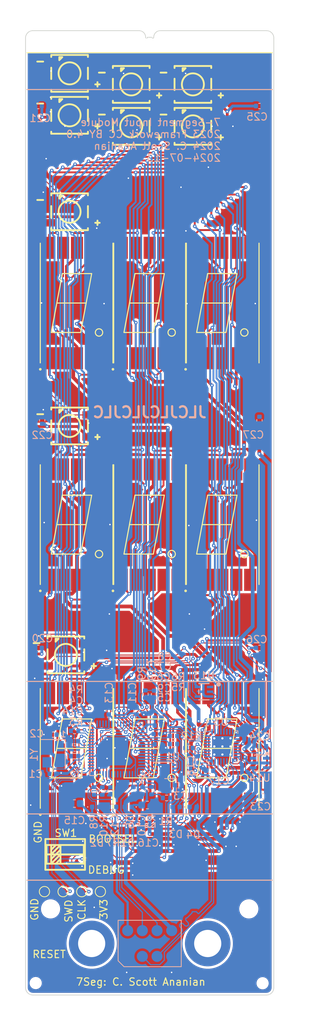
<source format=kicad_pcb>
(kicad_pcb (version 20240108) (generator "pcbnew") (generator_version "8.0")
  (title_block (title "Seven Segment Main Board") (date "2024-07-13") (rev "V2") (company "C. Scott Ananian") (comment 1 "https://cscott.net") (comment 2 "https://github.com/cscott/SevenSegmentInputModule") (comment 3 "This work is licensed under a Creative Commons Attribution 4.0 International License"))
  (layers (0 "F.Cu" signal) (31 "B.Cu" signal) (34 "B.Paste" user) (35 "F.Paste" user) (36 "B.SilkS" user "B.Silkscreen") (37 "F.SilkS" user "F.Silkscreen") (38 "B.Mask" user) (39 "F.Mask" user) (44 "Edge.Cuts" user))
  (net 0 "")
  (net 1 "GND")
  (net 2 "/XIN")
  (net 3 "Net-(C2-Pad2)")
  (net 4 "+3V3")
  (net 5 "+1V1")
  (net 6 "+5V")
  (net 7 "/USB_DP")
  (net 8 "/USB_DN")
  (net 9 "/~{SLEEP}")
  (net 10 "/BOARD_ID")
  (net 11 "/BOOTSEL")
  (net 12 "/QSPI_SS")
  (net 13 "/XOUT")
  (net 14 "/SDB")
  (net 15 "Net-(U2-USB_DP)")
  (net 16 "/SWCLK")
  (net 17 "/SWD")
  (net 18 "/QSPI_SD1")
  (net 19 "/QSPI_SD2")
  (net 20 "/QSPI_SD0")
  (net 21 "/QSPI_SCLK")
  (net 22 "/QSPI_SD3")
  (net 23 "/RUN")
  (net 24 "/I2C1_SDA")
  (net 25 "/I2C1_SCL")
  (net 26 "+5VP")
  (net 27 "Net-(U2-USB_DM)")
  (net 28 "Net-(U3-ISET)")
  (net 29 "/Driver/CS0")
  (net 30 "/Driver/CS1")
  (net 31 "/Driver/CS2")
  (net 32 "/Driver/CS3")
  (net 36 "/NEOPIXEL_PWR")
  (net 37 "/Driver/CS4")
  (net 41 "/Driver/CS5")
  (net 42 "/Driver/CS6")
  (net 43 "/Driver/CS7")
  (net 49 "/DEBUG_SW")
  (net 61 "/Driver/LED_SW0")
  (net 62 "/Driver/LED_SW1")
  (net 63 "/Driver/LED_SW2")
  (net 64 "/Driver/LED_SW3")
  (net 65 "/Driver/LED_SW4")
  (net 66 "/Driver/LED_SW5")
  (net 67 "/Driver/LED_SW6")
  (net 68 "/Driver/LED_SW7")
  (net 69 "/Driver/LED_SW8")
  (net 77 "Net-(LED4-DOU)")
  (net 78 "/NEOPIXEL")
  (net 80 "/NEOPIXEL_3V3")
  (net 83 "Net-(LED6-DOU)")
  (net 84 "Net-(LED7-DOU)")
  (net 85 "Net-(LED8-DOU)")
  (net 86 "Net-(LED2-DOU)")
  (net 87 "Net-(LED1-DOU)")
  (net 88 "Net-(LED3-DOU)")
  (net 89 "Net-(LED5-DOU)")
  (footprint "MountingHole:MountingHole_2.1mm" (layer "F.Cu") (at 80.42 169.3)
    (property "Reference" "H4" (hide yes))
    (property "Value" "MountingHole")
  )
  (footprint "LEDMatrix:SON_R10A1_VIS_mod_noholes" (layer "F.Cu") (at 76.81 87 90)
    (property "Reference" "U6")
    (property "Value" "VDMR10A1")
  )
  (footprint "TestPoint:TestPoint_Pad_D1.0mm" (layer "F.Cu") (at 57.658 166.9542 90)
    (property "Reference" "TP2" (hide yes))
    (property "Value" "TestPoint")
  )
  (footprint "LEDMatrix:SON_R10A1_VIS_mod_noholes" (layer "F.Cu") (at 66.91 117.1 90)
    (property "Reference" "U8")
    (property "Value" "VDMR10A1")
  )
  (footprint "LEDMatrix:SON_R10A1_VIS_mod_noholes" (layer "F.Cu") (at 57.01 87 90)
    (property "Reference" "U4")
    (property "Value" "VDMR10A1")
  )
  (footprint "LCSC:LED-SMD_4P-L5.0-W5.0-BL_XL-5050RGBC" (layer "F.Cu") (at 56 61.5 90)
    (property "Reference" "LED4")
    (property "Value" "XL-5050RGBC-WS2812B")
  )
  (footprint "MountingHole:MountingHole_2.1mm" (layer "F.Cu") (at 53.41 169.3)
    (property "Reference" "H3" (hide yes))
    (property "Value" "MountingHole")
  )
  (footprint "LEDMatrix:JLCPCB Tooling Hole" (layer "F.Cu") (at 82.5246 51.3842)
    (property "Reference" "H5")
    (property "Value" "Tooling Hole")
  )
  (footprint "LEDMatrix:JLCPCB Tooling Hole" (layer "F.Cu") (at 82.296 179.4002)
    (property "Reference" "H8")
    (property "Value" "Tooling Hole")
  )
  (footprint "LEDMatrix:SON_R10A1_VIS_mod_noholes" (layer "F.Cu") (at 57.01 117.1 90)
    (property "Reference" "U7")
    (property "Value" "VDMR10A1")
  )
  (footprint "LCSC:LED-SMD_4P-L5.0-W5.0-BL_XL-5050RGBC" (layer "F.Cu") (at 56 74.6 90)
    (property "Reference" "LED3")
    (property "Value" "XL-5050RGBC-WS2812B")
  )
  (footprint "TestPoint:TestPoint_Pad_D1.0mm" (layer "F.Cu") (at 55.118 166.9542 90)
    (property "Reference" "TP3" (hide yes))
    (property "Value" "TestPoint")
  )
  (footprint "LEDMatrix:JLCPCB Tooling Hole" (layer "F.Cu") (at 51.7398 51.435)
    (property "Reference" "H6")
    (property "Value" "Tooling Hole")
  )
  (footprint "LCSC:LED-SMD_4P-L5.0-W5.0-BL_XL-5050RGBC" (layer "F.Cu") (at 56 103.7 90)
    (property "Reference" "LED2")
    (property "Value" "XL-5050RGBC-WS2812B")
  )
  (footprint "TestPoint:TestPoint_Pad_D1.0mm" (layer "F.Cu") (at 52.578 166.9542 90)
    (property "Reference" "TP4" (hide yes))
    (property "Value" "TestPoint")
  )
  (footprint "LCSC:LED-SMD_4P-L5.0-W5.0-BL_XL-5050RGBC" (layer "F.Cu") (at 55.5 134.8 90)
    (property "Reference" "LED1")
    (property "Value" "XL-5050RGBC-WS2812B")
  )
  (footprint "LCSC:LED-SMD_4P-L5.0-W5.0-BL_XL-5050RGBC" (layer "F.Cu") (at 56 55.8 90)
    (property "Reference" "LED9")
    (property "Value" "XL-5050RGBC-WS2812B")
  )
  (footprint "LCSC:LED-SMD_4P-L5.0-W5.0-BL_XL-5050RGBC" (layer "F.Cu") (at 72.8 63 90)
    (property "Reference" "LED6")
    (property "Value" "XL-5050RGBC-WS2812B")
  )
  (footprint "LCSC:LED-SMD_4P-L5.0-W5.0-BL_XL-5050RGBC" (layer "F.Cu") (at 64.4 63 90)
    (property "Reference" "LED5")
    (property "Value" "XL-5050RGBC-WS2812B")
  )
  (footprint "LEDMatrix:SON_R10A1_VIS_mod_noholes" (layer "F.Cu") (at 57.01 147.5 90)
    (property "Reference" "U10")
    (property "Value" "VDMR10A1")
  )
  (footprint "LCSC:LED-SMD_4P-L5.0-W5.0-BL_XL-5050RGBC" (layer "F.Cu") (at 72.8 57.3 90)
    (property "Reference" "LED7")
    (property "Value" "XL-5050RGBC-WS2812B")
  )
  (footprint "TestPoint:TestPoint_Pad_D1.0mm" (layer "F.Cu") (at 60.198 166.9542 90)
    (property "Reference" "TP1" (hide yes))
    (property "Value" "TestPoint")
  )
  (footprint "LCSC:SW-SMD_4P_DSHP02TSGET" (layer "F.Cu") (at 55.4 161.9 -90)
    (property "Reference" "SW1")
    (property "Value" "DSHP02TSGET")
  )
  (footprint "LEDMatrix:SON_R10A1_VIS_mod_noholes" (layer "F.Cu") (at 76.81 147.5 90)
    (property "Reference" "U12")
    (property "Value" "VDMR10A1")
  )
  (footprint "LCSC:LED-SMD_4P-L5.0-W5.0-BL_XL-5050RGBC" (layer "F.Cu") (at 64.4 57.3 90)
    (property "Reference" "LED8")
    (property "Value" "XL-5050RGBC-WS2812B")
  )
  (footprint "LEDMatrix:SON_R10A1_VIS_mod_noholes" (layer "F.Cu") (at 66.91 147.5 90)
    (property "Reference" "U11")
    (property "Value" "VDMR10A1")
  )
  (footprint "LEDMatrix:SON_R10A1_VIS_mod_noholes" (layer "F.Cu") (at 76.81 117.1 90)
    (property "Reference" "U9")
    (property "Value" "VDMR10A1")
  )
  (footprint "LEDMatrix:JLCPCB Tooling Hole" (layer "F.Cu") (at 51.3842 179.3748)
    (property "Reference" "H7")
    (property "Value" "Tooling Hole")
  )
  (footprint "LEDMatrix:SON_R10A1_VIS_mod_noholes" (layer "F.Cu") (at 66.91 87 90)
    (property "Reference" "U5")
    (property "Value" "VDMR10A1")
  )
  (footprint "Capacitor_SMD:C_0402_1005Metric" (layer "B.Cu") (at 68.06805 147.9518)
    (property "Reference" "C5")
    (property "Value" "100nF")
  )
  (footprint "Capacitor_SMD:C_0402_1005Metric" (layer "B.Cu") (at 68.06805 144.3958)
    (property "Reference" "C7")
    (property "Value" "100nF")
  )
  (footprint "InputModule:MountingHole_3.7mm_Pad_24929" (layer "B.Cu") (at 59.01 174 180)
    (property "Reference" "H1" (hide yes))
    (property "Value" "24929")
  )
  (footprint "Capacitor_SMD:C_0402_1005Metric" (layer "B.Cu") (at 51.74 60.24 180)
    (property "Reference" "C21")
    (property "Value" "100nF")
  )
  (footprint "Package_DFN_QFN:QFN-56-1EP_7x7mm_P0.4mm_EP3.2x3.2mm" (layer "B.Cu") (at 62.357 147.574 90)
    (property "Reference" "U2")
    (property "Value" "RP2040")
  )
  (footprint "Capacitor_SMD:C_0402_1005Metric" (layer "B.Cu") (at 82.3 147.2 180)
    (property "Reference" "C24")
    (property "Value" "100nF")
  )
  (footprint "Resistor_SMD:R_0402_1005Metric" (layer "B.Cu") (at 61.84505 155.4448 180)
    (property "Reference" "R7")
    (property "Value" "180k")
  )
  (footprint "Capacitor_SMD:C_0402_1005Metric" (layer "B.Cu") (at 51.74 133.85 180)
    (property "Reference" "C20")
    (property "Value" "100nF")
  )
  (footprint "Capacitor_SMD:C_0402_1005Metric" (layer "B.Cu") (at 52.27 102.93 90)
    (property "Reference" "C22")
    (property "Value" "100nF")
  )
  (footprint "Capacitor_SMD:C_0402_1005Metric" (layer "B.Cu") (at 73.5584 148.971 90)
    (property "Reference" "C18")
    (property "Value" "100nF")
  )
  (footprint "Diode_SMD:D_0402_1005Metric" (layer "B.Cu") (at 64.6938 153.2382 -90)
    (property "Reference" "D5")
    (property "Value" "D_TVS")
  )
  (footprint "Resistor_SMD:R_0402_1005Metric" (layer "B.Cu") (at 69.215 154.2288 180)
    (property "Reference" "R1")
    (property "Value" "1k")
  )
  (footprint "Capacitor_SMD:C_0603_1608Metric" (layer "B.Cu") (at 66.5988 155.1908)
    (property "Reference" "C16")
    (property "Value" "10uF")
  )
  (footprint "Capacitor_SMD:C_0603_1608Metric" (layer "B.Cu") (at 56.6674 154.9908 180)
    (property "Reference" "C15")
    (property "Value" "10uF")
  )
  (footprint "Capacitor_SMD:C_0402_1005Metric" (layer "B.Cu") (at 68.06805 146.9358)
    (property "Reference" "C9")
    (property "Value" "100nF")
  )
  (footprint "Capacitor_SMD:C_0402_1005Metric" (layer "B.Cu") (at 67.5132 140.1318 -90)
    (property "Reference" "C19")
    (property "Value" "100nF")
  )
  (footprint "Capacitor_SMD:C_0402_1005Metric" (layer "B.Cu") (at 53.76 150.96 180)
    (property "Reference" "C1")
    (property "Value" "22pF")
  )
  (footprint "Diode_SMD:D_0402_1005Metric" (layer "B.Cu") (at 63.9826 155.448 180)
    (property "Reference" "D1")
    (property "Value" "D_TVS")
  )
  (footprint "InputModule:SON-8-1EP_3x2mm_P0.5mm_EP0.2x1.6mm" (layer "B.Cu") (at 68.95705 150.4918)
    (property "Reference" "U1")
    (property "Value" "W25Q16JVUXIQ ")
  )
  (footprint "Capacitor_SMD:C_0402_1005Metric" (layer "B.Cu") (at 75.0824 150.5458 180)
    (property "Reference" "C17")
    (property "Value" "1uF")
  )
  (footprint "Capacitor_SMD:C_0402_1005Metric" (layer "B.Cu") (at 81.87 60.24)
    (property "Reference" "C25")
    (property "Value" "100nF")
  )
  (footprint "LCSC:SOT-363_L2.0-W1.3-P0.65-LS2.1-BR" (layer "B.Cu") (at 81.9 149.48)
    (property "Reference" "U14")
    (property "Value" "SIP32431DR3-T1GE3")
  )
  (footprint "Resistor_SMD:R_0402_1005Metric" (layer "B.Cu") (at 67.1576 153.2382 -90)
    (property "Reference" "R2")
    (property "Value" "10k")
  )
  (footprint "Capacitor_SMD:C_0402_1005Metric" (layer "B.Cu") (at 67.9196 145.542)
    (property "Reference" "C6")
    (property "Value" "1uF")
  )
  (footprint "Resistor_SMD:R_0402_1005Metric" (layer "B.Cu") (at 59.3344 153.287 90)
    (property "Reference" "R8")
    (property "Value" "2k")
  )
  (footprint "Capacitor_SMD:C_0402_1005Metric" (layer "B.Cu") (at 65.1256 142.3924 90)
    (property "Reference" "C11")
    (property "Value" "100nF")
  )
  (footprint "Crystal:Crystal_SMD_3225-4Pin_3.2x2.5mm" (layer "B.Cu") (at 53.76 148.293 -90)
    (property "Reference" "Y1")
    (property "Value" "12.000MHz")
  )
  (footprint "InputModule:PogoPads_2x4_P2.0mm" (layer "B.Cu") (at 66.915 174 180)
    (property "Reference" "J1")
    (property "Value" "Conn_02x04_Odd_Even")
  )
  (footprint "Resistor_SMD:R_0402_1005Metric" (layer "B.Cu") (at 70.1548 146.9 180)
    (property "Reference" "R5")
    (property "Value" "27")
  )
  (footprint "Capacitor_SMD:C_0402_1005Metric" (layer "B.Cu") (at 82.4 154)
    (property "Reference" "C23")
    (property "Value" "1uF")
  )
  (footprint "Capacitor_SMD:C_0402_1005Metric" (layer "B.Cu") (at 53.76 145.626)
    (property "Reference" "C2")
    (property "Value" "22pF")
  )
  (footprint "Capacitor_SMD:C_0402_1005Metric" (layer "B.Cu") (at 65.9384 153.2382 -90)
    (property "Reference" "C10")
    (property "Value" "100nF")
  )
  (footprint "Capacitor_SMD:C_0402_1005Metric" (layer "B.Cu") (at 70.8406 152.5016)
    (property "Reference" "C3")
    (property "Value" "100nF")
  )
  (footprint "Package_DFN_QFN:Texas_RSN_WQFN-32-1EP_4x4mm_P0.4mm_EP2.8x2.8mm_ThermalVias" (layer "B.Cu") (at 76.8208 147.2296 -90)
    (property "Reference" "U3")
    (property "Value" "IS31FL3729-QFLS4-TR")
  )
  (footprint "InputModule:MountingHole_3.7mm_Pad_24929" (layer "B.Cu") (at 74.82 174 180)
    (property "Reference" "H2" (hide yes))
    (property "Value" "24929")
  )
  (footprint "Resistor_SMD:R_0402_1005Metric" (layer "B.Cu") (at 72.263 147.447 180)
    (property "Reference" "R12")
    (property "Value" "33k")
  )
  (footprint "Capacitor_SMD:C_0402_1005Metric" (layer "B.Cu") (at 61.341 142.395 90)
    (property "Reference" "C13")
    (property "Value" "100nF")
  )
  (footprint "Resistor_SMD:R_0402_1005Metric" (layer "B.Cu") (at 70.1548 145.8 180)
    (property "Reference" "R6")
    (property "Value" "27")
  )
  (footprint "Resistor_SMD:R_0402_1005Metric" (layer "B.Cu") (at 66.3194 140.1318 -90)
    (property "Reference" "R9")
    (property "Value" "100k")
  )
  (footprint "Capacitor_SMD:C_0402_1005Metric" (layer "B.Cu") (at 81.87 102.93 -90)
    (property "Reference" "C27")
    (property "Value" "100nF")
  )
  (footprint "LCSC:SOT-353_L2.1-W1.3-P0.65-LS2.3-BR" (layer "B.Cu") (at 74.3 139.8)
    (property "Reference" "U13")
    (property "Value" "74LVC1G34GW,125")
  )
  (footprint "Capacitor_SMD:C_0402_1005Metric" (layer "B.Cu") (at 61.5696 153.2636 -90)
    (property "Reference" "C12")
    (property "Value" "100nF")
  )
  (footprint "Diode_SMD:D_0402_1005Metric" (layer "B.Cu") (at 72.8472 155.448)
    (property "Reference" "D4")
    (property "Value" "D_TVS")
  )
  (footprint "Resistor_SMD:R_0402_1005Metric" (layer "B.Cu") (at 60.452 153.289 90)
    (property "Reference" "R10")
    (property "Value" "2k")
  )
  (footprint "Capacitor_SMD:C_0402_1005Metric" (layer "B.Cu") (at 81.87 133.85)
    (property "Reference" "C26")
    (property "Value" "100nF")
  )
  (footprint "Capacitor_SMD:C_0402_1005Metric" (layer "B.Cu") (at 68.072 143.3322)
    (property "Reference" "C8")
    (property "Value" "1uF")
  )
  (footprint "Diode_SMD:D_0402_1005Metric" (layer "B.Cu") (at 59.55905 155.448)
    (property "Reference" "D2")
    (property "Value" "D_TVS")
  )
  (footprint "Capacitor_SMD:C_0402_1005Metric" (layer "B.Cu") (at 56.681 146.515 180)
    (property "Reference" "C4")
    (property "Value" "100nF")
  )
  (footprint "Diode_SMD:D_0402_1005Metric" (layer "B.Cu") (at 70.5104 155.448 180)
    (property "Reference" "D3")
    (property "Value" "D_TVS")
  )
  (footprint "Resistor_SMD:R_0402_1005Metric" (layer "B.Cu") (at 56.681 148.547)
    (property "Reference" "R3")
    (property "Value" "1k")
  )
  (footprint "Capacitor_SMD:C_0402_1005Metric" (layer "B.Cu") (at 56.681 147.531 180)
    (property "Reference" "C14")
    (property "Value" "100nF")
  )
  (footprint "Resistor_SMD:R_0402_1005Metric" (layer "B.Cu") (at 56.681 145.118)
    (property "Reference" "R4")
    (property "Value" "10k")
  )
  (gr_line (start 50.2 58) (end 83.625 58) (stroke (width 0.15)) (layer "B.SilkS"))
  (gr_line (start 50.2 138.4) (end 83.625 138.4) (stroke (width 0.15)) (layer "B.SilkS"))
  (gr_line (start 50.2 156.4) (end 83.625 156.4) (stroke (width 0.15)) (layer "B.SilkS"))
  (gr_line (start 50.2 165.4) (end 83.625 165.4) (stroke (width 0.15)) (layer "B.SilkS"))
  (gr_line (start 50.2 165.4) (end 83.625 165.4) (stroke (width 0.15)) (layer "F.SilkS"))
  (gr_line (start 50.2 53) (end 83.625 53) (stroke (width 0.15)) (layer "F.SilkS"))
  (gr_line (start 82.825 50) (end 68.365 50) (stroke (width 0.1)) (layer "Edge.Cuts"))
  (gr_line (start 83.825 51) (end 83.825 180) (stroke (width 0.1)) (layer "Edge.Cuts"))
  (gr_arc (start 65.46 50) (mid 66.096396 50.263604) (end 66.36 50.9) (stroke (width 0.1)) (layer "Edge.Cuts"))
  (gr_arc (start 51 181) (mid 50.292893 180.707107) (end 50 180) (stroke (width 0.1)) (layer "Edge.Cuts"))
  (gr_arc (start 82.825 50) (mid 83.532107 50.292893) (end 83.825 51) (stroke (width 0.1)) (layer "Edge.Cuts"))
  (gr_arc (start 66.614 50.9) (mid 66.487 51.027) (end 66.36 50.9) (stroke (width 0.1)) (layer "Edge.Cuts"))
  (gr_line (start 82.825 181) (end 51 181) (stroke (width 0.1)) (layer "Edge.Cuts"))
  (gr_arc (start 50 51) (mid 50.292893 50.292893) (end 51 50) (stroke (width 0.1)) (layer "Edge.Cuts"))
  (gr_line (start 50 180) (end 50 51) (stroke (width 0.1)) (layer "Edge.Cuts"))
  (gr_line (start 51 50) (end 65.46 50) (stroke (width 0.1)) (layer "Edge.Cuts"))
  (gr_arc (start 83.825 180) (mid 83.532107 180.707107) (end 82.825 181) (stroke (width 0.1)) (layer "Edge.Cuts"))
  (gr_arc (start 67.465 50.9) (mid 67.728604 50.263604) (end 68.365 50) (stroke (width 0.1)) (layer "Edge.Cuts"))
  (gr_line (start 66.614 50.9) (end 67.211 50.9) (stroke (width 0.1)) (layer "Edge.Cuts"))
  (gr_arc (start 67.465 50.9) (mid 67.338 51.027) (end 67.211 50.9) (stroke (width 0.1)) (layer "Edge.Cuts"))
  (gr_text "1" (at 66.294 152.2984 0) (layer "B.SilkS") (effects (font (size 0.8 0.8) (thickness 0.125)) (justify left bottom mirror)))
  (gr_text "1" (at 75.1586 144.526 0) (layer "B.SilkS") (effects (font (size 0.8 0.8)) (justify left bottom mirror)))
  (gr_text "1" (at 55.626 146.05 0) (layer "B.SilkS") (effects (font (size 0.8 0.8)) (justify left bottom mirror)))
  (gr_text "JLCJLCJLCJLC" (at 66.9 102.7176 0) (layer "B.SilkS") (effects (font (size 1.5 1.5) (thickness 0.3) (bold yes)) (justify bottom mirror)))
  (gr_text "1" (at 67.2592 151.638 0) (layer "B.SilkS") (effects (font (size 0.8 0.8) (thickness 0.125)) (justify left bottom mirror)))
  (gr_text "7-Segment Input Module\n2023 Framework CC BY 4.0\n2024 C. Scott Ananian\n2024-07-13" (at 76.6826 64.8716 0) (layer "B.SilkS") (effects (font (size 1 1)) (justify left mirror)))
  (gr_text "CLK" (at 57.658 167.894 90) (layer "F.SilkS") (effects (font (size 1 1)) (justify right)))
  (gr_text "7Seg: C. Scott Ananian" (at 65.7 179.8 0) (layer "F.SilkS") (effects (font (size 1 1)) (justify bottom)))
  (gr_text "SWD" (at 55.88 167.9448 90) (layer "F.SilkS") (effects (font (size 1 1)) (justify right)))
  (gr_text "GND" (at 51.2318 167.7416 90) (layer "F.SilkS") (effects (font (size 1 1)) (justify right)))
  (gr_text "BOOTSEL" (at 58.5 159.8 0) (layer "F.SilkS") (effects (font (size 1 1)) (justify left)))
  (gr_text "DEBUG" (at 58.4 164 0) (layer "F.SilkS") (effects (font (size 1 1)) (justify left)))
  (gr_text "GND" (at 51.7 160.5 90) (layer "F.SilkS") (effects (font (size 1 1)) (justify left)))
  (gr_text "3V3" (at 60.6552 167.8686 90) (layer "F.SilkS") (effects (font (size 1 1)) (justify right)))
  (gr_text "RESET" (at 53.213 175.4632 0) (layer "F.SilkS") (effects (font (size 1 1))))
  (segment (start 62.23 158.3182) (end 62.1792 158.2674) (width 0.254) (layer "F.Cu") (net 1))
  (segment (start 77.9208 146.1296) (end 77.9208 146.127768) (width 0.127) (layer "F.Cu") (net 1))
  (segment (start 62.9245 145.3983) (end 61.108611 143.582411) (width 0.127) (layer "F.Cu") (net 1))
  (segment (start 70.29 61.51) (end 70.3 61.5) (width 0.381) (layer "F.Cu") (net 1))
  (segment (start 82.5936 143.251779) (end 82.5936 143.05) (width 0.254) (layer "F.Cu") (net 1))
  (segment (start 66.3702 157.48) (end 67.120942 157.48) (width 0.3048) (layer "F.Cu") (net 1))
  (segment (start 61.1124 146.304) (end 62.118167 146.304) (width 0.127) (layer "F.Cu") (net 1))
  (segment (start 69.9008 177.927) (end 63.7794 177.927) (width 0.127) (layer "F.Cu") (net 1))
  (segment (start 63.21 61.5) (end 61.9 61.5) (width 0.381) (layer "F.Cu") (net 1))
  (segment (start 61.9 55.8) (end 63.35 55.8) (width 0.381) (layer "F.Cu") (net 1))
  (segment (start 68.552 146.8856) (end 69.088 147.4216) (width 0.254) (layer "F.Cu") (net 1))
  (segment (start 61.108611 143.582411) (end 59.061605 143.582411) (width 0.127) (layer "F.Cu") (net 1))
  (segment (start 71.84076 158.3944) (end 73.065007 157.170153) (width 0.254) (layer "F.Cu") (net 1))
  (segment (start 58.735 74.45) (end 54.85 74.45) (width 0.381) (layer "F.Cu") (net 1))
  (segment (start 56.815592 150.236776) (end 56.815592 149.86342) (width 0.127) (layer "F.Cu") (net 1))
  (segment (start 55.96 134.41) (end 57.88 134.41) (width 0.381) (layer "F.Cu") (net 1))
  (segment (start 68.427225 149.961975) (end 69.088 149.3012) (width 0.254) (layer "F.Cu") (net 1))
  (segment (start 70.460927 136.196112) (end 70.008661 136.648378) (width 0.254) (layer "F.Cu") (net 1))
  (segment (start 62.118167 146.304) (end 62.9245 145.497667) (width 0.127) (layer "F.Cu") (net 1))
  (segment (start 77.9208 149.3208) (end 78.2 149.6) (width 0.127) (layer "F.Cu") (net 1))
  (segment (start 59.7685 149.871422) (end 59.7685 147.2) (width 0.127) (layer "F.Cu") (net 1))
  (segment (start 82.5936 143.05) (end 82.5936 143.0564) (width 0.254) (layer "F.Cu") (net 1))
  (segment (start 66.1132 143.768034) (end 65.825618 144.055616) (width 0.254) (layer "F.Cu") (net 1))
  (segment (start 79.868412 148.6675) (end 79.2 147.999088) (width 0.381) (layer "F.Cu") (net 1))
  (segment (start 63.87 142.02) (end 64.07 142.22) (width 0.127) (layer "F.Cu") (net 1))
  (segment (start 70.1294 158.3944) (end 71.84076 158.3944) (width 0.254) (layer "F.Cu") (net 1))
  (segment (start 54.3175 103.0175) (end 58.3175 103.0175) (width 0.381) (layer "F.Cu") (net 1))
  (segment (start 60.0325 150.135422) (end 59.7685 149.871422) (width 0.127) (layer "F.Cu") (net 1))
  (segment (start 78.2 149.6) (end 78.935912 149.6) (width 0.127) (layer "F.Cu") (net 1))
  (segment (start 53.5 54.3) (end 53.5 55.44) (width 0.381) (layer "F.Cu") (net 1))
  (segment (start 55.6006 169.0878) (end 53.467 166.9542) (width 0.254) (layer "F.Cu") (net 1))
  (segment (start 65.984575 157.094375) (end 66.3702 157.48) (width 0.3048) (layer "F.Cu") (net 1))
  (segment (start 64.62 145.49) (end 65.7606 146.6306) (width 0.127) (layer "F.Cu") (net 1))
  (segment (start 65.906239 158.3944) (end 65.749787 158.550852) (width 0.254) (layer "F.Cu") (net 1))
  (segment (start 80.163394 135.6235) (end 80.898019 134.888875) (width 0.254) (layer "F.Cu") (net 1))
  (segment (start 54.851486 150.836205) (end 54.1945 151.493191) (width 0.254) (layer "F.Cu") (net 1))
  (segment (start 62.9245 145.497667) (end 62.9245 145.3983) (width 0.127) (layer "F.Cu") (net 1))
  (segment (start 82.5936 138.396168) (end 82.304574 138.107142) (width 0.254) (layer "F.Cu") (net 1))
  (segment (start 58.3175 103.0175) (end 58.61 103.31) (width 0.381) (layer "F.Cu") (net 1))
  (segment (start 56.1848 145.8468) (end 56.1848 144.546578) (width 0.254) (layer "F.Cu") (net 1))
  (segment (start 63.6524 148.8948) (end 63.6524 150.609398) (width 0.3048) (layer "F.Cu") (net 1))
  (segment (start 56.6674 177.927) (end 63.7794 177.927) (width 0.127) (layer "F.Cu") (net 1))
  (segment (start 56.769 149.816828) (end 56.815592 149.86342) (width 0.254) (layer "F.Cu") (net 1))
  (segment (start 62.23 158.3182) (end 62.280995 158.369195) (width 0.254) (layer "F.Cu") (net 1))
  (segment (start 79.2 147.999088) (end 79.2 147.261492) (width 0.381) (layer "F.Cu") (net 1))
  (segment (start 59.7 75.415) (end 58.735 74.45) (width 0.381) (layer "F.Cu") (net 1))
  (segment (start 59.3598 169.0878) (end 55.64594 169.0878) (width 0.254) (layer "F.Cu") (net 1))
  (segment (start 79.2 147.261492) (end 79.601723 146.859769) (width 0.381) (layer "F.Cu") (net 1))
  (segment (start 53.5 73.02) (end 52.42 71.94) (width 0.381) (layer "F.Cu") (net 1))
  (segment (start 59.78 152.52) (end 59.78 150.387922) (width 0.3048) (layer "F.Cu") (net 1))
  (segment (start 64.71388 145.375198) (end 64.71388 145.39612) (width 0.127) (layer "F.Cu") (net 1))
  (segment (start 54.85 74.45) (end 53.5 73.1) (width 0.381) (layer "F.Cu") (net 1))
  (segment (start 62.1792 158.2674) (end 58.787616 158.2674) (width 0.254) (layer "F.Cu") (net 1))
  (segment (start 70.29 62.57) (end 70.29 61.51) (width 0.381) (layer "F.Cu") (net 1))
  (segment (start 70.29 62.57) (end 74.99 62.57) (width 0.381) (layer "F.Cu") (net 1))
  (segment (start 65.3034 152.0444) (end 65.3034 150.5458) (width 0.3048) (layer "F.Cu") (net 1))
  (segment (start 58.787616 158.2674) (end 58.213837 157.693621) (width 0.254) (layer "F.Cu") (net 1))
  (segment (start 68.552 145.4404) (end 68.552 146.8856) (width 0.254) (layer "F.Cu") (net 1))
  (segment (start 65.7606 146.6306) (end 65.7606 150.662718) (width 0.127) (layer "F.Cu") (net 1))
  (segment (start 74.169193 150.930807) (end 74.169193 149.939297) (width 0.254) (layer "F.Cu") (net 1))
  (segment (start 55.64594 169.0878) (end 54.707244 170.026496) (width 0.254) (layer "F.Cu") (net 1))
  (segment (start 68.552 144.057977) (end 68.802107 143.80787) (width 0.254) (layer "F.Cu") (net 1))
  (segment (start 71.8 55.8) (end 71.81 55.81) (width 0.381) (layer "F.Cu") (net 1))
  (segment (start 54.707244 173.261981) (end 54.707244 175.966844) (width 0.127) (layer "F.Cu") (net 1))
  (segment (start 82.5936 143.0564) (end 82.43 143.22) (width 0.254) (layer "F.Cu") (net 1))
  (segment (start 68.989077 145.4404) (end 68.552 145.4404) (width 0.127) (layer "F.Cu") (net 1))
  (segment (start 65.3034 150.5458) (end 63.6524 148.8948) (width 0.3048) (layer "F.Cu") (net 1))
  (segment (start 80.79 137.03) (end 80.1565 136.3965) (width 0.254) (layer "F.Cu") (net 1))
  (segment (start 59.7408 144.261606) (end 59.7408 144.802244) (width 0.127) (layer "F.Cu") (net 1))
  (segment (start 68.552 145.4404) (end 68.552 144.057977) (width 0.254) (layer "F.Cu") (net 1))
  (segment (start 62.462877 141.9) (end 62.140537 142.22234) (width 0.127) (layer "F.Cu") (net 1))
  (segment (start 70.008661 136.648378) (end 61.779354 136.648378) (width 0.254) (layer "F.Cu") (net 1))
  (segment (start 80.79 137.242852) (end 80.79 137.03) (width 0.254) (layer "F.Cu") (net 1))
  (segment (start 81.506379 144.339) (end 82.5936 143.251779) (width 0.254) (layer "F.Cu") (net 1))
  (segment (start 51.92 132.22) (end 53 133.3) (width 0.381) (layer "F.Cu") (net 1))
  (segment (start 68.3 157.0736) (end 70.1294 157.0736) (width 0.3048) (layer "F.Cu") (net 1))
  (segment (start 64.632244 144.0105) (end 65.780502 144.0105) (width 0.127) (layer "F.Cu") (net 1))
  (segment (start 78.935912 149.6) (end 79.868412 148.6675) (width 0.127) (layer "F.Cu") (net 1))
  (segment (start 53.5 73.1) (end 53.5 73.02) (width 0.381) (layer "F.Cu") (net 1))
  (segment (start 56.1848 144.546578) (end 55.959127 144.320905) (width 0.254) (layer "F.Cu") (net 1))
  (segment (start 59.7 76.83) (end 59.7 75.415) (width 0.381) (layer "F.Cu") (net 1))
  (segment (start 63.831728 143.209984) (end 64.632244 144.0105) (width 0.127) (layer "F.Cu") (net 1))
  (segment (start 60.09 152.83) (end 59.78 152.52) (width 0.3048) (layer "F.Cu") (net 1))
  (segment (start 54.1945 151.493191) (end 54.1945 151.891932) (width 0.254) (layer "F.Cu") (net 1))
  (segment (start 56.1848 145.8468) (end 56.769 146.431) (width 0.254) (layer "F.Cu") (net 1))
  (segment (start 57.88 134.41) (end 57.91 134.44) (width 0.381) (layer "F.Cu") (net 1))
  (segment (start 59.3598 169.0878) (end 55.6006 169.0878) (width 0.254) (layer "F.Cu") (net 1))
  (segment (start 78.568113 134.035113) (end 75.239611 134.035113) (width 0.254) (layer "F.Cu") (net 1))
  (segment (start 54.85 133.3) (end 55.96 134.41) (width 0.381) (layer "F.Cu") (net 1))
  (segment (start 67.527342 157.0736) (end 68.3 157.0736) (width 0.3048) (layer "F.Cu") (net 1))
  (segment (start 62.140537 142.22234) (end 62.140537 143.010537) (width 0.127) (layer "F.Cu") (net 1))
  (segment (start 63.831728 142.02) (end 63.87 142.02) (width 0.127) (layer "F.Cu") (net 1))
  (segment (start 70.1294 158.3944) (end 65.906239 158.3944) (width 0.254) (layer "F.Cu") (net 1))
  (segment (start 73.7664 136.196112) (end 70.460927 136.196112) (width 0.254) (layer "F.Cu") (net 1))
  (segment (start 52.42 101.49) (end 52.79 101.49) (width 0.381) (layer "F.Cu") (net 1))
  (segment (start 62.400899 151.860899) (end 62.57 152.03) (width 0.3048) (layer "F.Cu") (net 1))
  (segment (start 53 133.3) (end 54.85 133.3) (width 0.381) (layer "F.Cu") (net 1))
  (segment (start 53.5 102.2) (end 54.3175 103.0175) (width 0.381) (layer "F.Cu") (net 1))
  (segment (start 65.56813 158.369195) (end 65.749787 158.550852) (width 0.254) (layer "F.Cu") (net 1))
  (segment (start 63.711728 141.9) (end 62.462877 141.9) (width 0.127) (layer "F.Cu") (net 1))
  (segment (start 53.5 55.44) (end 53.46 55.48) (width 0.381) (layer "F.Cu") (net 1))
  (segment (start 52.79 101.49) (end 53.5 102.2) (width 0.381) (layer "F.Cu") (net 1))
  (segment (start 81.65429 138.107142) (end 80.79 137.242852) (width 0.254) (layer "F.Cu") (net 1))
  (segment (start 56.769 146.431) (end 56.769 149.816828) (width 0.254) (layer "F.Cu") (net 1))
  (segment (start 62.400899 151.860899) (end 61.431798 152.83) (width 0.3048) (layer "F.Cu") (net 1))
  (segment (start 74.99 62.57) (end 75.41 62.99) (width 0.381) (layer "F.Cu") (net 1))
  (segment (start 80.1565 135.6235) (end 80.163394 135.6235) (width 0.254) (layer "F.Cu") (net 1))
  (segment (start 59.7408 144.802244) (end 59.7685 144.829944) (width 0.127) (layer "F.Cu") (net 1))
  (segment (start 80.1565 135.6235) (end 78.568113 134.035113) (width 0.254) (layer "F.Cu") (net 1))
  (segment (start 65.780502 144.0105) (end 65.825618 144.055616) (width 0.127) (layer "F.Cu") (net 1))
  (segment (start 54.707244 170.026496) (end 54.707244 173.261981) (width 0.254) (layer "F.Cu") (net 1))
  (segment (start 63.831728 142.02) (end 63.711728 141.9) (width 0.127) (layer "F.Cu") (net 1))
  (segment (start 63.831728 142.02) (end 63.831728 143.209984) (width 0.127) (layer "F.Cu") (net 1))
  (segment (start 73.370151 157.170153) (end 74.3 158.100002) (width 0.254) (layer "F.Cu") (net 1))
  (segment (start 65.7606 150.662718) (end 65.420318 150.662718) (width 0.3048) (layer "F.Cu") (net 1))
  (segment (start 59.78 150.387922) (end 60.0325 150.135422) (width 0.3048) (layer "F.Cu") (net 1))
  (segment (start 63.35 55.8) (end 63.36 55.81) (width 0.381) (layer "F.Cu") (net 1))
  (segment (start 82.304574 138.107142) (end 81.65429 138.107142) (width 0.254) (layer "F.Cu") (net 1))
  (segment (start 62.140537 143.010537) (end 64.62 145.49) (width 0.127) (layer "F.Cu") (net 1))
  (segment (start 51.79 132.22) (end 51.92 132.22) (width 0.381) (layer "F.Cu") (net 1))
  (segment (start 57.7045 151.125684) (end 56.815592 150.236776) (width 0.127) (layer "F.Cu") (net 1))
  (segment (start 54.1945 151.891932) (end 54.902568 152.6) (width 0.254) (layer "F.Cu") (net 1))
  (segment (start 69.088 149.3012) (end 69.088 147.4216) (width 0.254) (layer "F.Cu") (net 1))
  (segment (start 53.4 60.1) (end 53.5 60) (width 0.381) (layer "F.Cu") (net 1))
  (segment (start 64.466006 157.094375) (end 64.3008 156.929169) (width 0.3048) (layer "F.Cu") (net 1))
  (segment (start 54.707244 175.966844) (end 56.6674 177.927) (width 0.127) (layer "F.Cu") (net 1))
  (segment (start 64.71388 145.39612) (end 64.62 145.49) (width 0.127) (layer "F.Cu") (net 1))
  (segment (start 59.7685 144.829944) (end 59.7685 147.2) (width 0.127) (layer "F.Cu") (net 1))
  (segment (start 61.431798 152.83) (end 60.09 152.83) (width 0.3048) (layer "F.Cu") (net 1))
  (segment (start 80.1565 136.3965) (end 80.1565 135.6235) (width 0.254) (layer "F.Cu") (net 1))
  (segment (start 73.065007 157.170153) (end 73.370151 157.170153) (width 0.254) (layer "F.Cu") (net 1))
  (segment (start 53.5 60) (end 53.5 59.14) (width 0.381) (layer "F.Cu") (net 1))
  (segment (start 82.5936 143.05) (end 82.5936 138.396168) (width 0.254) (layer "F.Cu") (net 1))
  (segment (start 66.1132 142.9) (end 66.1132 143.768034) (width 0.254) (layer "F.Cu") (net 1))
  (segment (start 53.467 166.9542) (end 52.578 166.9542) (width 0.254) (layer "F.Cu") (net 1))
  (segment (start 65.984575 157.094375) (end 64.466006 157.094375) (width 0.3048) (layer "F.Cu") (net 1))
  (segment (start 63.6524 150.609398) (end 62.400899 151.860899) (width 0.3048) (layer "F.Cu") (net 1))
  (segment (start 68.995582 145.433895) (end 68.989077 145.4404) (width 0.127) (layer "F.Cu") (net 1))
  (segment (start 70.3 55.8) (end 71.8 55.8) (width 0.381) (layer "F.Cu") (net 1))
  (segment (start 77.9208 148.3296) (end 77.9208 149.3208) (width 0.127) (layer "F.Cu") (net 1))
  (segment (start 65.420318 150.662718) (end 65.3034 150.5458) (width 0.3048) (layer "F.Cu") (net 1))
  (segment (start 59.061605 143.582411) (end 59.7408 144.261606) (width 0.127) (layer "F.Cu") (net 1))
  (segment (start 53.4 61.01) (end 53.4 60.1) (width 0.381) (layer "F.Cu") (net 1))
  (segment (start 65.18 63.47) (end 63.21 61.5) (width 0.381) (layer "F.Cu") (net 1))
  (segment (start 53.5 59.14) (end 53.4 59.04) (width 0.381) (layer "F.Cu") (net 1))
  (segment (start 77.9208 146.127768) (end 78.6978 145.350768) (width 0.127) (layer "F.Cu") (net 1))
  (segment (start 62.280995 158.369195) (end 65.56813 158.369195) (width 0.254) (layer "F.Cu") (net 1))
  (segment (start 67.120942 157.48) (end 67.527342 157.0736) (width 0.3048) (layer "F.Cu") (net 1))
  (segment (start 57.7045 151.46483) (end 57.7045 151.125684) (width 0.127) (layer "F.Cu") (net 1))
  (via (at 73.7664 136.196112) (size 0.5) (drill 0.2) (layers "F.Cu" "B.Cu") (net 1))
  (via (at 70.1294 157.0736) (size 0.5) (drill 0.2) (layers "F.Cu" "B.Cu") (net 1))
  (via (at 56.1848 145.8468) (size 0.5) (drill 0.2) (layers "F.Cu" "B.Cu") (net 1))
  (via (at 54.902568 152.6) (size 0.5) (drill 0.2) (layers "F.Cu" "B.Cu") (net 1))
  (via (at 72.32 129.24) (size 0.5) (drill 0.2) (layers "F.Cu" "B.Cu") (net 1))
  (via (at 63.6524 148.8948) (size 0.5) (drill 0.2) (layers "F.Cu" "B.Cu") (net 1))
  (via (at 65.7606 150.662718) (size 0.5) (drill 0.2) (layers "F.Cu" "B.Cu") (net 1))
  (via (at 64.01 70.04) (size 0.5) (drill 0.2) (layers "F.Cu" "B.Cu") (net 1))
  (via (at 79.2 157.5) (size 0.5) (drill 0.2) (layers "F.Cu" "B.Cu") (net 1))
  (via (at 82.304574 138.107142) (size 0.5) (drill 0.2) (layers "F.Cu" "B.Cu") (net 1))
  (via (at 65.749787 158.550852) (size 0.5) (drill 0.2) (layers "F.Cu" "B.Cu") (net 1))
  (via (at 71.81 55.81) (size 0.5) (drill 0.2) (layers "F.Cu" "B.Cu") (net 1))
  (via (at 73.6 160.6) (size 0.5) (drill 0.2) (layers "F.Cu" "B.Cu") (net 1))
  (via (at 61.5 117.09) (size 0.5) (drill 0.2) (layers "F.Cu" "B.Cu") (net 1))
  (via (at 50.7 155.2) (size 0.5) (drill 0.2) (layers "F.Cu" "B.Cu") (net 1))
  (via (at 74.3 158.100002) (size 0.5) (drill 0.2) (layers "F.Cu" "B.Cu") (net 1))
  (via (at 61.6 163) (size 0.5) (drill 0.2) (layers "F.Cu" "B.Cu") (net 1))
  (via (at 52.42 71.94) (size 0.5) (drill 0.2) (layers "F.Cu" "B.Cu") (net 1))
  (via (at 72.25 117.22) (size 0.5) (drill 0.2) (layers "F.Cu" "B.Cu") (net 1))
  (via (at 74.389244 131.290074) (size 0.5) (drill 0.2) (layers "F.Cu" "B.Cu") (net 1))
  (via (at 64.07 142.22) (size 0.5) (drill 0.2) (layers "F.Cu" "B.Cu") (net 1))
  (via (at 57.7 163.5) (size 0.5) (drill 0.2) (layers "F.Cu" "B.Cu") (net 1))
  (via (at 63.737025 158.233953) (size 0.5) (drill 0.2) (layers "F.Cu" "B.Cu") (net 1))
  (via (at 78.25 62.99) (size 0.5) (drill 0.2) (layers "F.Cu" "B.Cu") (net 1))
  (via (at 59.7685 147.2) (size 0.5) (drill 0.2) (layers "F.Cu" "B.Cu") (net 1))
  (via (at 51.25 137.98) (size 0.5) (drill 0.2) (layers "F.Cu" "B.Cu") (net 1))
  (via (at 78.7 160.8) (size 0.5) (drill 0.2) (layers "F.Cu" "B.Cu") (net 1))
  (via (at 75.239611 134.035113) (size 0.5) (drill 0.2) (layers "F.Cu" "B.Cu") (net 1))
  (via (at 62.57 152.03) (size 0.5) (drill 0.2) (layers "F.Cu" "B.Cu") (net 1))
  (via (at 61.05 134.18) (size 0.5) (drill 0.2) (layers "F.Cu" "B.Cu") (net 1))
  (via (at 71.3118 145.9) (size 0.5) (drill 0.2) (layers "F.Cu" "B.Cu") (net 1))
  (via (at 55.959127 144.320905) (size 0.5) (drill 0.2) (layers "F.Cu" "B.Cu") (net 1))
  (via (at 66.1132 142.9) (size 0.5) (drill 0.2) (layers "F.Cu" "B.Cu") (net 1))
  (via (at 82.455 135.855) (size 0.5) (drill 0.2) (layers "F.Cu" "B.Cu") (net 1))
  (via (at 82.43 143.22) (size 0.5) (drill 0.2) (layers "F.Cu" "B.Cu") (net 1))
  (via (at 75.41 62.99) (size 0.5) (drill 0.2) (layers "F.Cu" "B.Cu") (net 1))
  (via (at 60.0325 150.135422) (size 0.5) (drill 0.2) (layers "F.Cu" "B.Cu") (net 1))
  (via (at 52.18 86.99) (size 0.5) (drill 0.2) (layers "F.Cu" "B.Cu") (net 1))
  (via (at 51.79 132.22) (size 0.5) (drill 0.2) (layers "F.Cu" "B.Cu") (net 1))
  (via (at 79.868412 148.6675) (size 0.5) (drill 0.2) (layers "F.Cu" "B.Cu") (net 1))
  (via (at 60.800858 142.370139) (size 0.5) (drill 0.2) (layers "F.Cu" "B.Cu") (net 1))
  (via (at 65.825618 144.055616) (size 0.5) (drill 0.2) (layers "F.Cu" "B.Cu") (net 1))
  (via (at 65.984575 157.094375) (size 0.5) (drill 0.2) (layers "F.Cu" "B.Cu") (net 1))
  (via (at 80.83 142.72) (size 0.5) (drill 0.2) (layers "F.Cu" "B.Cu") (net 1))
  (via (at 71.85 77.2) (size 0.5) (drill 0.2) (layers "F.Cu" "B.Cu") (net 1))
  (via (at 65.2 160.7) (size 0.5) (drill 0.2) (layers "F.Cu" "B.Cu") (net 1))
  (via (at 70.2 160.6) (size 0.5) (drill 0.2) (layers "F.Cu" "B.Cu") (net 1))
  (via (at 52.81 67.39) (size 0.5) (drill 0.2) (layers "F.Cu" "B.Cu") (net 1))
  (via (at 81.3 87.07) (size 0.5) (drill 0.2) (layers "F.Cu" "B.Cu") (net 1))
  (via (at 74.91 68.55) (size 0.5) (drill 0.2) (layers "F.Cu" "B.Cu") (net 1))
  (via (at 68.427225 149.961975) (size 0.5) (drill 0.2) (layers "F.Cu" "B.Cu") (net 1))
  (via (at 55.6 163.1) (size 0.5) (drill 0.2) (layers "F.Cu" "B.Cu") (net 1))
  (via (at 68.3 160.7) (size 0.5) (drill 0.2) (layers "F.Cu" "B.Cu") (net 1))
  (via (at 62.1792 147.4216) (size 0.5) (drill 0.2) (layers "F.Cu" "B.Cu") (net 1))
  (via (at 57.8 160.1) (size 0.5) (drill 0.2) (layers "F.Cu" "B.Cu") (net 1))
  (via (at 55.365 62.975) (size 0.5) (drill 0.2) (layers "F.Cu" "B.Cu") (net 1))
  (via (at 71.251 150.7236) (size 0.5) (drill 0.2) (layers "F.Cu" "B.Cu") (net 1))
  (via (at 61.779354 136.648378) (size 0.5) (drill 0.2) (layers "F.Cu" "B.Cu") (net 1))
  (via (at 73.065007 157.170153) (size 0.5) (drill 0.2) (layers "F.Cu" "B.Cu") (net 1))
  (via (at 64.6 163.1) (size 0.5) (drill 0.2) (layers "F.Cu" "B.Cu") (net 1))
  (via (at 70.1294 158.3944) (size 0.5) (drill 0.2) (layers "F.Cu" "B.Cu") (net 1))
  (via (at 64.3008 156.929169) (size 0.5) (drill 0.2) (layers "F.Cu" "B.Cu") (net 1))
  (via (at 68.802107 143.80787) (size 0.5) (drill 0.2) (layers "F.Cu" "B.Cu") (net 1))
  (via (at 53.4 61.01) (size 0.5) (drill 0.2) (layers "F.Cu" "B.Cu") (net 1))
  (via (at 63.6524 146.3294) (size 0.5) (drill 0.2) (layers "F.Cu" "B.Cu") (net 1))
  (via (at 70.29 62.57) (size 0.5) (drill 0.2) (layers "F.Cu" "B.Cu") (net 1))
  (via (at 59.3598 169.0878) (size 0.5) (drill 0.2) (layers "F.Cu" "B.Cu") (net 1))
  (via (at 80.898019 134.888875) (size 0.5) (drill 0.2) (layers "F.Cu" "B.Cu") (net 1))
  (via (at 60.426292 136.256488) (size 0.5) (drill 0.2) (layers "F.Cu" "B.Cu") (net 1))
  (via (at 60.35 158.2674) (size 0.5) (drill 0.2) (layers "F.Cu" "B.Cu") (net 1))
  (via (at 53.4 59.04) (size 0.5) (drill 0.2) (layers "F.Cu" "B.Cu") (net 1))
  (via (at 56.815592 149.86342) (size 0.5) (drill 0.2) (layers "F.Cu" "B.Cu") (net 1))
  (via (at 61.42 129.24) (size 0.5) (drill 0.2) (layers "F.Cu" "B.Cu") (net 1))
  (via (at 60.7 87.08) (size 0.5) (drill 0.2) (layers "F.Cu" "B.Cu") (net 1))
  (via (at 64.6 164.7) (size 0.5) (drill 0.2) (layers "F.Cu" "B.Cu") (net 1))
  (via (at 71.18 71.27) (size 0.5) (drill 0.2) (layers "F.Cu" "B.Cu") (net 1))
  (via (at 64.71388 145.375198) (size 0.5) (drill 0.2) (layers "F.Cu" "B.Cu") (net 1))
  (via (at 63.36 55.81) (size 0.5) (drill 0.2) (layers "F.Cu" "B.Cu") (net 1))
  (via (at 52.5018 145.6182) (size 0.5) (drill 0.2) (layers "F.Cu" "B.Cu") (net 1))
  (via (at 61.1124 148.8694) (size 0.5) (drill 0.2) (layers "F.Cu" "B.Cu") (net 1))
  (via (at 63.7794 177.927) (size 0.5) (drill 0.2) (layers "F.Cu" "B.Cu") (net 1))
  (via (at 59.7 76.83) (size 0.5) (drill 0.2) (layers "F.Cu" "B.Cu") (net 1))
  (via (at 54.560458 144.437899) (size 0.5) (drill 0.2) (layers "F.Cu" "B.Cu") (net 1))
  (via (at 68.995582 145.433895) (size 0.5) (drill 0.2) (layers "F.Cu" "B.Cu") (net 1))
  (via (at 79.601723 146.859769) (size 0.5) (drill 0.2) (layers "F.Cu" "B.Cu") (net 1))
  (via (at 77.3 160.8) (size 0.5) (drill 0.2) (layers "F.Cu" "B.Cu") (net 1))
  (via (at 69.9008 177.927) (size 0.5) (drill 0.2) (layers "F.Cu" "B.Cu") (net 1))
  (via (at 68.3 157.0736) (size 0.5) (drill 0.2) (layers "F.Cu" "B.Cu") (net 1))
  (via (at 75.8 157.5) (size 0.5) (drill 0.2) (layers "F.Cu" "B.Cu") (net 1))
  (via (at 59.061605 143.582411) (size 0.5) (drill 0.2) (layers "F.Cu" "B.Cu") (net 1))
  (via (at 54.851486 150.836205) (size 0.5) (drill 0.2) (layers "F.Cu" "B.Cu") (net 1))
  (via (at 57.91 134.44) (size 0.5) (drill 0.2) (layers "F.Cu" "B.Cu") (net 1))
  (via (at 57.7045 151.46483) (size 0.5) (drill 0.2) (layers "F.Cu" "B.Cu") (net 1))
  (via (at 74.6 162.7) (size 0.5) (drill 0.2) (layers "F.Cu" "B.Cu") (net 1))
  (via (at 81.46 116.5) (size 0.5) (drill 0.2) (layers "F.Cu" "B.Cu") (net 1))
  (via (at 62.23 158.3182) (size 0.5) (drill 0.2) (layers "F.Cu" "B.Cu") (net 1))
  (via (at 52.54 116.82) (size 0.5) (drill 0.2) (layers "F.Cu" "B.Cu") (net 1))
  (via (at 69.088 147.4216) (size 0.5) (drill 0.2) (layers "F.Cu" "B.Cu") (net 1))
  (via (at 58.213837 157.693621) (size 0.5) (drill 0.2) (layers "F.Cu" "B.Cu") (net 1))
  (via (at 53.46 55.48) (size 0.5) (drill 0.2) (layers "F.Cu" "B.Cu") (net 1))
  (via (at 65.3034 152.0444) (size 0.5) (drill 0.2) (layers "F.Cu" "B.Cu") (net 1))
  (via (at 52.42 101.49) (size 0.5) (drill 0.2) (layers "F.Cu" "B.Cu") (net 1))
  (via (at 78.6978 145.350768) (size 0.5) (drill 0.2) (layers "F.Cu" "B.Cu") (net 1))
  (via (at 71.3896 153.024084) (size 0.5) (drill 0.2) (layers "F.Cu" "B.Cu") (net 1))
  (via (at 65.18 63.47) (size 0.5) (drill 0.2) (layers "F.Cu" "B.Cu") (net 1))
  (via (at 74.169193 149.939297) (size 0.5) (drill 0.2) (layers "F.Cu" "B.Cu") (net 1))
  (via (at 61.6 164.5) (size 0.5) (drill 0.2) (layers "F.Cu" "B.Cu") (net 1))
  (via (at 61.1124 146.304) (size 0.5) (drill 0.2) (layers "F.Cu" "B.Cu") (net 1))
  (via (at 81.506379 144.339) (size 0.5) (drill 0.2) (layers "F.Cu" "B.Cu") (net 1))
  (via (at 62.140537 142.22234) (size 0.5) (drill 0.2) (layers "F.Cu" "B.Cu") (net 1))
  (via (at 58.61 103.31) (size 0.5) (drill 0.2) (layers "F.Cu" "B.Cu") (net 1))
  (via (at 71.99 87.08) (size 0.5) (drill 0.2) (layers "F.Cu" "B.Cu") (net 1))
  (via (at 51.855 150.749119) (size 0.5) (drill 0.2) (layers "F.Cu" "B.Cu") (net 1))
  (segment (start 68.60973 143.80787) (end 68.802107 143.80787) (width 0.254) (layer "B.Cu") (net 1))
  (segment (start 67.4497 142.2299) (end 67.6122 142.3924) (width 0.127) (layer "B.Cu") (net 1))
  (segment (start 68.54805 146.9358) (end 68.54805 147.3708) (width 0.3048) (layer "B.Cu") (net 1))
  (segment (start 61.779354 134.601154) (end 61.779354 136.648378) (width 0.127) (layer "B.Cu") (net 1))
  (segment (start 64.19 72.34) (end 64.19 70.04) (width 0.381) (layer "B.Cu") (net 1))
  (segment (start 65.18 63.47) (end 63.06 63.47) (width 0.381) (layer "B.Cu") (net 1))
  (segment (start 55.8924 154.9908) (end 55.8924 153.589832) (width 0.254) (layer "B.Cu") (net 1))
  (segment (start 64.19 70.04) (end 64.19 67.45) (width 0.381) (layer "B.Cu") (net 1))
  (segment (start 82.88 154) (end 82.88 151.32) (width 0.127) (layer "B.Cu") (net 1))
  (segment (start 78.6978 145.350768) (end 78.8083 145.461268) (width 0.127) (layer "B.Cu") (net 1))
  (segment (start 65.762718 150.662718) (end 66.8 151.7) (width 0.3048) (layer "B.Cu") (net 1))
  (segment (start 82.455 134.875) (end 82.09 134.51) (width 0.127) (layer "B.Cu") (net 1))
  (segment (start 59.3598 169.0878) (end 59.2836 169.0116) (width 0.254) (layer "B.Cu") (net 1))
  (segment (start 74.169193 149.939297) (end 74.10879 149.9997) (width 0.254) (layer "B.Cu") (net 1))
  (segment (start 71.3486 149.24741) (end 71.3486 150.7236) (width 0.3048) (layer "B.Cu") (net 1))
  (segment (start 71.753 146.553) (end 71.753 147.447) (width 0.127) (layer "B.Cu") (net 1))
  (segment (start 58.58 134.44) (end 58.61 134.47) (width 0.381) (layer "B.Cu") (net 1))
  (segment (start 70.1294 155.552) (end 70.0254 155.448) (width 0.254) (layer "B.Cu") (net 1))
  (segment (start 55.681622 144.0434) (end 55.959127 144.320905) (width 0.254) (layer "B.Cu") (net 1))
  (segment (start 63.737025 157.910081) (end 63.737025 158.233953) (width 0.3048) (layer "B.Cu") (net 1))
  (segment (start 68.3996 145.542) (end 68.507705 145.433895) (width 0.127) (layer "B.Cu") (net 1))
  (segment (start 64.6077 145.273534) (end 65.825618 144.055616) (width 0.127) (layer "B.Cu") (net 1))
  (segment (start 69.39 63.47) (end 70.29 62.57) (width 0.381) (layer "B.Cu") (net 1))
  (segment (start 54.902568 152.6) (end 55.331168 152.1714) (width 0.127) (layer "B.Cu") (net 1))
  (segment (start 82.88 151.32) (end 82.9 151.3) (width 0.127) (layer "B.Cu") (net 1))
  (segment (start 55.4736 145.7876) (end 56.201 146.515) (width 0.254) (layer "B.Cu") (net 1))
  (segment (start 82.6 136) (end 82.455 135.855) (width 0.127) (layer "B.Cu") (net 1))
  (segment (start 71.81 55.81) (end 70.29 57.33) (width 0.381) (layer "B.Cu") (net 1))
  (segment (start 53.46 55.48) (end 53.46 55.81) (width 0.381) (layer "B.Cu") (net 1))
  (segment (start 55.4736 144.0434) (end 55.681622 144.0434) (width 0.254) (layer "B.Cu") (net 1))
  (segment (start 61.868 142.442) (end 61.920877 142.442) (width 0.254) (layer "B.Cu") (net 1))
  (segment (start 82.35 60.24) (end 82.35 60.64) (width 0.381) (layer "B.Cu") (net 1))
  (segment (start 57.91 134.44) (end 58.58 134.44) (width 0.381) (layer "B.Cu") (net 1))
  (segment (start 55.331168 152.1714) (end 56.99793 152.1714) (width 0.127) (layer "B.Cu") (net 1))
  (segment (start 64.156798 142.306798) (end 64.07 142.22) (width 0.254) (layer "B.Cu") (net 1))
  (segment (start 70.8 153.0222) (end 70.8 154.6734) (width 0.254) (layer "B.Cu") (net 1))
  (segment (start 63.7794 177.5714) (end 63.915 177.4358) (width 0.127) (layer "B.Cu") (net 1))
  (segment (start 51.26 59.930001) (end 52.150001 59.04) (width 0.381) (layer "B.Cu") (net 1))
  (segment (start 75.311 134.0358) (end 75.240298 134.0358) (width 0.254) (layer "B.Cu") (net 1))
  (segment (start 58.61 106.08) (end 58.61 134.47) (width 0.381) (layer "B.Cu") (net 1))
  (segment (start 68.125314 151.7) (end 68.95705 150.868264) (width 0.3048) (layer "B.Cu") (net 1))
  (segment (start 82.35 134.25) (end 82.35 133.85) (width 0.127) (layer "B.Cu") (net 1))
  (segment (start 76.999998 160.8) (end 77.3 160.8) (width 0.127) (layer "B.Cu") (net 1))
  (segment (start 60.838719 142.408) (end 60.800858 142.370139) (width 0.254) (layer "B.Cu") (net 1))
  (segment (start 61.341 141.915) (end 60.848 142.408) (width 0.254) (layer "B.Cu") (net 1))
  (segment (start 59.744778 150.135422) (end 58.41537 151.46483) (width 0.127) (layer "B.Cu") (net 1))
  (segment (start 60.04725 155.4448) (end 60.04405 155.448) (width 0.3048) (layer "B.Cu") (net 1))
  (segment (start 64.571197 141.9124) (end 65.1256 141.9124) (width 0.254) (layer "B.Cu") (net 1))
  (segment (start 83.2 157.2) (end 79.6 160.8) (width 0.127) (layer "B.Cu") (net 1))
  (segment (start 81.9 149.18) (end 82.2 149.48) (width 0.127) (layer "B.Cu") (net 1))
  (segment (start 52.91 147.593) (end 52.91 147.193) (width 0.3048) (layer "B.Cu") (net 1))
  (segment (start 52.566381 151.4605) (end 51.855 150.749119) (width 0.127) (layer "B.Cu") (net 1))
  (segment (start 70.1294 158.3944) (end 70.1294 155.552) (width 0.254) (layer "B.Cu") (net 1))
  (segment (start 65.278 153.7232) (end 65.3034 153.6978) (width 0.3048) (layer "B.Cu") (net 1))
  (segment (start 71.3206 152.5016) (end 70.8 153.0222) (width 0.254) (layer "B.Cu") (net 1))
  (segment (start 68.54805 147.3708) (end 68.54805 147.9518) (width 0.3048) (layer "B.Cu") (net 1))
  (segment (start 65.1256 141.9124) (end 66.1132 142.9) (width 0.254) (layer "B.Cu") (net 1))
  (segment (start 54.851486 150.836205) (end 54.989781 150.9745) (width 0.254) (layer "B.Cu") (net 1))
  (segment (start 68.552 143.8656) (end 68.60973 143.80787) (width 0.254) (layer "B.Cu") (net 1))
  (segment (start 64.709364 145.375198) (end 64.6077 145.273534) (width 0.127) (layer "B.Cu") (net 1))
  (segment (start 63.4976 154.9194) (end 64.6938 153.7232) (width 0.3048) (layer "B.Cu") (net 1))
  (segment (start 69.0372 147.3708) (end 69.088 147.4216) (width 0.254) (layer "B.Cu") (net 1))
  (segment (start 62.57 153.23) (end 62.0564 153.7436) (width 0.3048) (layer "B.Cu") (net 1))
  (segment (start 58.61 106.08) (end 58.61 103.31) (width 0.381) (layer "B.Cu") (net 1))
  (segment (start 63.915 177.4358) (end 63.915 175.75) (width 0.127) (layer "B.Cu") (net 1))
  (segment (start 78.4606 161.9606) (end 77.3 160.8) (width 0.127) (layer "B.Cu") (net 1))
  (segment (start 79.868412 148.9194) (end 79.868412 148.6675) (width 0.254) (layer "B.Cu") (net 1))
  (segment (start 67.4832 140.6418) (end 67.5132 140.6118) (width 0.127) (layer "B.Cu") (net 1))
  (segment (start 56.280032 144) (end 55.959127 144.320905) (width 0.254) (layer "B.Cu") (net 1))
  (segment (start 55.8924 155.7906) (end 57.795421 157.693621) (width 0.254) (layer "B.Cu") (net 1))
  (segment (start 61.341 141.915) (end 61.868 142.442) (width 0.254) (layer "B.Cu") (net 1))
  (segment (start 80.898019 134.888875) (end 81.711125 134.888875) (width 0.127) (layer "B.Cu") (net 1))
  (segment (start 55.4736 144.0434) (end 55.4736 145.7876) (width 0.254) (layer "B.Cu") (net 1))
  (segment (start 60.848 142.408) (end 60.5334 142.7226) (width 0.254) (layer "B.Cu") (net 1))
  (segment (start 58.094573 143.562406) (end 57.656979 144) (width 0.254) (layer "B.Cu") (net 1))
  (segment (start 56.201 146.515) (end 56.201 147.531) (width 0.254) (layer "B.Cu") (net 1))
  (segment (start 60.9092 133.985) (end 61.05 133.985) (width 0.127) (layer "B.Cu") (net 1))
  (segment (start 63.522597 142.961) (end 64.156798 142.326798) (width 0.254) (layer "B.Cu") (net 1))
  (segment (start 53.4 55.87) (end 53.4 59.04) (width 0.381) (layer "B.Cu") (net 1))
  (segment (start 81.9 149.48) (end 81 149.48) (width 0.381) (layer "B.Cu") (net 1))
  (segment (start 68.95705 150.4918) (end 68.95705 150.491776) (width 0.3048) (layer "B.Cu") (net 1))
  (segment (start 67.66955 149.7418) (end 68.20705 149.7418) (width 0.3048) (layer "B.Cu") (net 1))
  (segment (start 81.9 148.699) (end 81.9 149.18) (width 0.127) (layer "B.Cu") (net 1))
  (segment (start 73.7664 136.644455) (end 73.7664 136.196112) (width 0.254) (layer "B.Cu") (net 1))
  (segment (start 69.9008 177.927) (end 78.4606 177.927) (width 0.127) (layer "B.Cu") (net 1))
  (segment (start 63.4976 155.448) (end 63.4976 154.9194) (width 0.3048) (layer "B.Cu") (net 1))
  (segment (start 52.91 145.996) (end 53.28 145.626) (width 0.3048) (layer "B.Cu") (net 1))
  (segment (start 74.643329 131.325894) (end 74.607509 131.290074) (width 0.254) (layer "B.Cu") (net 1))
  (segment (start 60.0325 150.135422) (end 59.744778 150.135422) (width 0.127) (layer "B.Cu") (net 1))
  (segment (start 75.41 62.99) (end 78.25 62.99) (width 0.381) (layer "B.Cu") (net 1))
  (segment (start 81.9 150.515) (end 82.685 151.3) (width 0.381) (layer "B.Cu") (net 1))
  (segment (start 70.29 57.33) (end 70.29 62.57) (width 0.381) (layer "B.Cu") (net 1))
  (segment (start 73.5584 148.491) (end 73.00097 148.491) (width 0.127) (layer "B.Cu") (net 1))
  (segment (start 71.3 145.6) (end 71.3 145.9) (width 0.127) (layer "B.Cu") (net 1))
  (segment (start 62.23 156.848821) (end 61.33505 155.953871) (width 0.254) (layer "B.Cu") (net 1))
  (segment (start 82.09 134.51) (end 82.35 134.25) (width 0.127) (layer "B.Cu") (net 1))
  (segment (start 52.42 71.94) (end 52.42 67.78) (width 0.381) (layer "B.Cu") (net 1))
  (segment (start 75.311 134.0358) (end 75.311 134.651512) (width 0.254) (layer "B.Cu") (net 1))
  (segment (start 80.01 146.451492) (end 79.601723 146.859769) (width 0.127) (layer "B.Cu") (net 1))
  (segment (start 56.99793 152.1714) (end 57.7045 151.46483) (width 0.127) (layer "B.Cu") (net 1))
  (segment (start 65.7606 150.662718) (end 65.762718 150.662718) (width 0.3048) (layer "B.Cu") (net 1))
  (segment (start 64.19 66.65) (end 65.18 65.66) (width 0.381) (layer "B.Cu") (net 1))
  (segment (start 52.5096 145.626) (end 52.5018 145.6182) (width 0.3048) (layer "B.Cu") (net 1))
  (segment (start 64.2706 146.3294) (end 64.6077 145.9923) (width 0.127) (layer "B.Cu") (net 1))
  (segment (start 57.656979 144) (end 56.280032 144) (width 0.254) (layer "B.Cu") (net 1))
  (segment (start 61.341 141.915) (end 61.341 137.086732) (width 0.254) (layer "B.Cu") (net 1))
  (segment (start 51.26 60.24) (end 51.26 59.930001) (width 0.381) (layer "B.Cu") (net 1))
  (segment (start 74.1313 149.0639) (end 73.5584 148.491) (width 0.127) (layer "B.Cu") (net 1))
  (segment (start 63.6524 146.3294) (end 64.2706 146.3294) (width 0.127) (layer "B.Cu") (net 1))
  (segment (start 55.8924 153.589832) (end 54.902568 152.6) (width 0.254) (layer "B.Cu") (net 1))
  (segment (start 59.2836 158.763384) (end 58.213837 157.693621) (width 0.254) (layer "B.Cu") (net 1))
  (segment (start 81.506379 144.339) (end 80.015779 145.8296) (width 0.127) (layer "B.Cu") (net 1))
  (segment (start 58.61 136.2588) (end 57.6072 137.2616) (width 0.381) (layer "B.Cu") (net 1))
  (segment (start 71.3206 151.985404) (end 71.3206 152.5016) (width 0.3048) (layer "B.Cu") (net 1))
  (segment (start 65.9334 153.7232) (end 65.9384 153.7182) (width 0.3048) (layer "B.Cu") (net 1))
  (segment (start 71.3 145.9) (end 71.3 146.1) (width 0.127) (layer "B.Cu") (net 1))
  (segment (start 61.33505 155.4448) (end 60.04725 155.4448) (width 0.3048) (layer "B.Cu") (net 1))
  (segment (start 65.9384 153.7182) (end 65.9384 153.81015) (width 0.254) (layer "B.Cu") (net 1))
  (segment (start 74.10879 149.9997) (end 73.23602 149.9997) (width 0.254) (layer "B.Cu") (net 1))
  (segment (start 81.99872 147.2) (end 82.4675 147.66878) (width 0.127) (layer "B.Cu") (net 1))
  (segment (start 72.9944 149.055) (end 73.5584 148.491) (width 0.254) (layer "B.Cu") (net 1))
  (segment (start 58.319 142.7226) (end 58.319 143.337979) (width 0.254) (layer "B.Cu") (net 1))
  (segment (start 74.607509 131.290074) (end 74.389244 131.290074) (width 0.254) (layer "B.Cu") (net 1))
  (segment (start 82.304574 138.107142) (end 82.6 137.811716) (width 0.127) (layer "B.Cu") (net 1))
  (segment (start 52.42 67.78) (end 52.81 67.39) (width 0.381) (layer "B.Cu") (net 1))
  (segment (start 62.0564 153.7436) (end 61.5696 153.7436) (width 0.3048) (layer "B.Cu") (net 1))
  (segment (start 78.8083 145.8296) (end 80.01 145.8296) (width 0.127) (layer "B.Cu") (net 1))
  (segment (start 56.201 146.515) (end 56.201 145.863) (width 0.254) (layer "B.Cu") (net 1))
  (segment (start 82.2 149.48) (end 81.9 149.48) (width 0.381) (layer "B.Cu") (net 1))
  (segment (start 66.3194 140.6418) (end 67.4832 140.6418) (width 0.127) (layer "B.Cu") (net 1))
  (segment (start 59.7 76.83) (end 64.19 72.34) (width 0.381) (layer "B.Cu") (net 1))
  (segment (start 71.3206 152.5016) (end 71.3206 152.955084) (width 0.254) (layer "B.Cu") (net 1))
  (segment (start 68.552 143.3322) (end 68.552 143.8656) (width 0.254) (layer "B.Cu") (net 1))
  (segment (start 52.150001 59.04) (end 53.4 59.04) (width 0.381) (layer "B.Cu") (net 1))
  (segment (start 75.240298 134.0358) (end 75.239611 134.035113) (width 0.254) (layer "B.Cu") (net 1))
  (segment (start 54.24 150.96) (end 53.7395 151.4605) (width 0.127) (layer "B.Cu") (net 1))
  (segment (start 54.61 149.293) (end 52.91 147.593) (width 0.3048) (layer "B.Cu") (net 1))
  (segment (start 75.5208 147.4296) (end 75.7208 147.2296) (width 0.127) (layer "B.Cu") (net 1))
  (segment (start 75.7208 148.3296) (end 75.4208 148.6296) (width 0.127) (layer "B.Cu") (net 1))
  (segment (start 75.4208 149.2171) (end 75.2676 149.0639) (width 0.127) (layer "B.Cu") (net 1))
  (segment (start 53.28 145.626) (end 52.5096 145.626) (width 0.3048) (layer "B.Cu") (net 1))
  (segment (start 61.920877 142.442) (end 62.140537 142.22234) (width 0.254) (layer "B.Cu") (net 1))
  (segment (start 82.685 151.3) (end 82.9 151.3) (width 0.381) (layer "B.Cu") (net 1))
  (segment (start 82.4675 147.66878) (end 82.4675 148.1315) (width 0.127) (layer "B.Cu") (net 1))
  (segment (start 61.387464 136.256488) (end 60.426292 136.256488) (width 0.127) (layer "B.Cu") (net 1))
  (segment (start 71.3206 152.955084) (end 71.3896 153.024084) (width 0.254) (layer "B.Cu") (net 1))
  (segment (start 57.6326 137.2616) (end 60.9092 133.985) (width 0.127) (layer "B.Cu") (net 1))
  (segment (start 82.8 149.48) (end 82.2 149.48) (width 0.381) (layer "B.Cu") (net 1))
  (segment (start 74.8333 147.4296) (end 75.5208 147.4296) (width 0.127) (layer "B.Cu") (net 1))
  (segment (start 80.01 145.8296) (end 80.01 146.451492) (width 0.127) (layer "B.Cu") (net 1))
  (segment (start 64.19 70.04) (end 64.01 70.04) (width 0.381) (layer "B.Cu") (net 1))
  (segment (start 57.795421 157.693621) (end 58.213837 157.693621) (width 0.254) (layer "B.Cu") (net 1))
  (segment (start 52.81 67.39) (end 55.365 64.835) (width 0.381) (layer "B.Cu") (net 1))
  (segment (start 68.95705 150.868264) (end 68.95705 150.4918) (width 0.3048) (layer "B.Cu") (net 1))
  (segment (start 73.00097 148.491) (end 71.95697 147.447) (width 0.127) (layer "B.Cu") (net 1))
  (segment (start 58.41537 151.46483) (end 57.7045 151.46483) (width 0.127) (layer "B.Cu") (net 1))
  (segment (start 68.54805 147.3708) (end 69.0372 147.3708) (width 0.254) (layer "B.Cu") (net 1))
  (segment (start 63.36 55.81) (end 63.36 56.07) (width 0.381) (layer "B.Cu") (net 1))
  (segment (start 74.3 158.100002) (end 76.999998 160.8) (width 0.127) (layer "B.Cu") (net 1))
  (segment (start 58.61 77.92) (end 59.7 76.83) (width 0.381) (layer "B.Cu") (net 1))
  (segment (start 60.5334 142.7226) (end 58.319 142.7226) (width 0.254) (layer "B.Cu") (net 1))
  (segment (start 56.201 145.863) (end 56.1848 145.8468) (width 0.254) (layer "B.Cu") (net 1))
  (segment (start 64.156798 142.326798) (end 64.156798 142.306798) (width 0.254) (layer "B.Cu") (net 1))
  (segment (start 61.341 137.086732) (end 61.779354 136.648378) (width 0.254) (layer "B.Cu") (net 1))
  (segment (start 75.311 134.651512) (end 73.7664 136.196112) (width 0.254) (layer "B.Cu") (net 1))
  (segment (start 63.06 56.37) (end 63.06 63.47) (width 0.381) (layer "B.Cu") (net 1))
  (segment (start 53.4 59.04) (end 53.4 61.01) (width 0.381) (layer "B.Cu") (net 1))
  (segment (start 74.169193 150.112593) (end 74.6024 150.5458) (width 0.254) (layer "B.Cu") (net 1))
  (segment (start 67.4497 140.6753) (end 67.4497 142.2299) (width 0.127) (layer "B.Cu") (net 1))
  (segment (start 53.7395 151.4605) (end 52.566381 151.4605) (width 0.127) (layer "B.Cu") (net 1))
  (segment (start 82.88 154) (end 83.2 154.32) (width 0.127) (layer "B.Cu") (net 1))
  (segment (start 61.779354 136.648378) (end 61.387464 136.256488) (width 0.127) (layer "B.Cu") (net 1))
  (segment (start 79.6 160.8) (end 77.3 160.8) (width 0.127) (layer "B.Cu") (net 1))
  (segment (start 58.319 143.337979) (end 58.094573 143.562406) (width 0.254) (layer "B.Cu") (net 1))
  (segment (start 63.36 56.07) (end 63.06 56.37) (width 0.381) (layer "B.Cu") (net 1))
  (segment (start 65.18 65.66) (end 65.18 63.47) (width 0.381) (layer "B.Cu") (net 1))
  (segment (start 58.114578 143.582411) (end 59.061605 143.582411) (width 0.127) (layer "B.Cu") (net 1))
  (segment (start 81.9 149.48) (end 81.9 150.515) (width 0.381) (layer "B.Cu") (net 1))
  (segment (start 75.2676 149.0639) (end 74.1313 149.0639) (width 0.127) (layer "B.Cu") (net 1))
  (segment (start 63.7794 177.927) (end 63.7794 177.5714) (width 0.127) (layer "B.Cu") (net 1))
  (segment (start 58.094573 143.562406) (end 58.114578 143.582411) (width 0.127) (layer "B.Cu") (net 1))
  (segment (start 69.139977 145.2895) (end 70.9895 145.2895) (width 0.127) (layer "B.Cu") (net 1))
  (segment (start 51.26 132.75) (end 51.79 132.22) (width 0.381) (layer "B.Cu") (net 1))
  (segment (start 63.4976 156.0276) (end 64.0762 156.6062) (width 0.3048) (layer "B.Cu") (net 1))
  (segment (start 57.6072 137.2616) (end 57.6326 137.2616) (width 0.127) (layer "B.Cu") (net 1))
  (segment (start 64.6938 153.7232) (end 65.278 153.7232) (width 0.3048) (layer "B.Cu") (net 1))
  (segment (start 55.86 63.47) (end 53.4 61.01) (width 0.381) (layer "B.Cu") (net 1))
  (segment (start 83.2 154.32) (end 83.2 157.2) (width 0.127) (layer "B.Cu") (net 1))
  (segment (start 70.8 154.6734) (end 70.0254 155.448) (width 0.254) (layer "B.Cu") (net 1))
  (segment (start 54.24 150.96) (end 54.727691 150.96) (width 0.254) (layer "B.Cu") (net 1))
  (segment (start 68.552 143.8656) (end 68.552 144.39185) (width 0.254) (layer "B.Cu") (net 1))
  (segment (start 66.1132 142.9) (end 67.1046 142.9) (width 0.254) (layer "B.Cu") (net 1))
  (segment (start 72.9944 149.75808) (end 72.9944 149.055) (width 0.254) (layer "B.Cu") (net 1))
  (segment (start 71.3 145.9) (end 71.3118 145.9) (width 0.127) (layer "B.Cu") (net 1))
  (segment (start 69.915 175.75) (end 69.915 177.9128) (width 0.127) (layer "B.Cu") (net 1))
  (segment (start 81.82 147.2) (end 81.99872 147.2) (width 0.127) (layer "B.Cu") (net 1))
  (segment (start 74.466 140.45) (end 74.2 140.184) (width 0.254) (layer "B.Cu") (net 1))
  (segment (start 55.704512 150.9745) (end 56.815592 149.86342) (width 0.254) (layer "B.Cu") (net 1))
  (segment (start 75.311 131.634329) (end 75.002565 131.325894) (width 0.254) (layer "B.Cu") (net 1))
  (segment (start 71.3486 151.957404) (end 71.3206 151.985404) (width 0.3048) (layer "B.Cu") (net 1))
  (segment (start 66.8 151.7) (end 68.125314 151.7) (width 0.3048) (layer "B.Cu") (net 1))
  (segment (start 64.6077 145.9923) (end 64.6077 145.273534) (width 0.127) (layer "B.Cu") (net 1))
  (segment (start 63.8544 157.522706) (end 63.8544 157.792706) (width 0.3048) (layer "B.Cu") (net 1))
  (segment (start 58.61 134.47) (end 58.61 136.2588) (width 0.381) (layer "B.Cu") (net 1))
  (segment (start 54.727691 150.96) (end 54.851486 150.836205) (width 0.254) (layer "B.Cu") (net 1))
  (segment (start 67.3738 155.1908) (end 67.3738 155.6658) (width 0.254) (layer "B.Cu") (net 1))
  (segment (start 54.989781 150.9745) (end 55.704512 150.9745) (width 0.254) (layer "B.Cu") (net 1))
  (segment (start 81 149.48) (end 80.429012 149.48) (width 0.254) (layer "B.Cu") (net 1))
  (segment (start 73.23602 149.9997) (end 72.9944 149.75808) (width 0.254) (layer "B.Cu") (net 1))
  (segment (start 75.002565 131.325894) (end 74.643329 131.325894) (width 0.254) (layer "B.Cu") (net 1))
  (segment (start 61.05 133.985) (end 61.05 134.18) (width 0.127) (layer "B.Cu") (net 1))
  (segment (start 68.20705 149.7418) (end 68.95705 150.4918) (width 0.3048) (layer "B.Cu") (net 1))
  (segment (start 60.848 142.408) (end 60.838719 142.408) (width 0.254) (layer "B.Cu") (net 1))
  (segment (start 57.96583 142.7226) (end 57.6072 142.36397) (width 0.127) (layer "B.Cu") (net 1))
  (segment (start 67.3738 155.6658) (end 65.749787 157.289813) (width 0.254) (layer "B.Cu") (net 1))
  (segment (start 58.61 103.31) (end 58.61 77.92) (width 0.381) (layer "B.Cu") (net 1))
  (segment (start 63.4976 155.448) (end 63.4976 156.0276) (width 0.3048) (layer "B.Cu") (net 1))
  (segment (start 52.91 147.193) (end 51.855 148.248) (width 0.3048) (layer "B.Cu") (net 1))
  (segment (start 70.05299 147.9518) (end 71.3486 149.24741) (width 0.3048) (layer "B.Cu") (net 1))
  (segment (start 54.61 149.393) (end 54.61 149.293) (width 0.3048) (layer "B.Cu") (net 1))
  (segment (start 63.8544 157.792706) (end 63.737025 157.910081) (width 0.3048) (layer "B.Cu") (net 1))
  (segment (start 51.855 148.248) (end 51.855 150.749119) (width 0.3048) (layer "B.Cu") (net 1))
  (segment (start 53.46 55.81) (end 53.4 55.87) (width 0.381) (layer "B.Cu") (net 1))
  (segment (start 82.455 135.855) (end 82.455 134.875) (width 0.127) (layer "B.Cu") (net 1))
  (segment (start 80.015779 145.8296) (end 80.01 145.8296) (width 0.127) (layer "B.Cu") (net 1))
  (segment (start 52.91 147.193) (end 52.91 145.996) (width 0.3048) (layer "B.Cu") (net 1))
  (segment (start 64.0762 157.300906) (end 63.8544 157.522706) (width 0.3048) (layer "B.Cu") (net 1))
  (segment (start 75.4208 148.6296) (end 75.4208 149.2171) (width 0.127) (layer "B.Cu") (net 1))
  (segment (start 78.8083 145.8296) (end 78.2208 145.8296) (width 0.127) (layer "B.Cu") (net 1))
  (segment (start 55.365 64.835) (end 55.365 62.975) (width 0.381) (layer "B.Cu") (net 1))
  (segment (start 68.995582 145.433895) (end 69.139977 145.2895) (width 0.127) (layer "B.Cu") (net 1))
  (segment (start 74.169193 149.939297) (end 74.169193 150.112593) (width 0.254) (layer "B.Cu") (net 1))
  (segment (start 67.6122 142.3924) (end 68.552 143.3322) (width 0.254) (layer "B.Cu") (net 1))
  (segment (start 82.4675 148.1315) (end 81.9 148.699) (width 0.127) (layer "B.Cu") (net 1))
  (segment (start 81.711125 134.888875) (end 82.09 134.51) (width 0.127) (layer "B.Cu") (net 1))
  (segment (start 65.3034 153.6978) (end 65.3034 152.0444) (width 0.3048) (layer "B.Cu") (net 1))
  (segment (start 62.57 152.03) (end 62.57 153.23) (width 0.3048) (layer "B.Cu") (net 1))
  (segment (start 82.6 137.811716) (end 82.6 136) (width 0.127) (layer "B.Cu") (net 1))
  (segment (start 78.8083 145.461268) (end 78.8083 145.8296) (width 0.127) (layer "B.Cu") (net 1))
  (segment (start 64.156798 142.326798) (end 64.571197 141.9124) (width 0.254) (layer "B.Cu") (net 1))
  (segment (start 67.5132 140.6118) (end 67.4497 140.6753) (width 0.127) (layer "B.Cu") (net 1))
  (segment (start 61.1632 133.985) (end 61.779354 134.601154) (width 0.127) (layer "B.Cu") (net 1))
  (segment (start 58.319 142.7226) (end 57.96583 142.7226) (width 0.127) (layer "B.Cu") (net 1))
  (segment (start 60.3979 147.574) (end 62.357 147.574) (width 0.1524) (layer "B.Cu") (net 1))
  (segment (start 75.14 140.45) (end 74.466 140.45) (width 0.254) (layer "B.Cu") (net 1))
  (segment (start 71.95697 147.447) (end 71.753 147.447) (width 0.127) (layer "B.Cu") (net 1))
  (segment (start 61.868 142.442) (end 62.387 142.961) (width 0.254) (layer "B.Cu") (net 1))
  (segment (start 69.915 177.9128) (end 69.9008 177.927) (width 0.127) (layer "B.Cu") (net 1))
  (segment (start 75.311 134.0358) (end 75.311 131.634329) (width 0.254) (layer "B.Cu") (net 1))
  (segment (start 64.71388 145.375198) (end 64.709364 145.375198) (width 0.127) (layer "B.Cu") (net 1))
  (segment (start 64.19 67.45) (end 64.19 66.65) (width 0.381) (layer "B.Cu") (net 1))
  (segment (start 78.2208 145.8296) (end 77.9208 146.1296) (width 0.127) (layer "B.Cu") (net 1))
  (segment (start 62.387 142.961) (end 63.522597 142.961) (width 0.254) (layer "B.Cu") (net 1))
  (segment (start 74.2 137.078055) (end 73.7664 136.644455) (width 0.254) (layer "B.Cu") (net 1))
  (segment (start 68.552 144.39185) (end 68.54805 144.3958) (width 0.254) (layer "B.Cu") (net 1))
  (segment (start 71.3 146.1) (end 71.753 146.553) (width 0.127) (layer "B.Cu") (net 1))
  (segment (start 61.33505 155.953871) (end 61.33505 155.4448) (width 0.254) (layer "B.Cu") (net 1))
  (segment (start 58.9195 148.574) (end 59.3979 148.574) (width 0.1524) (layer "B.Cu") (net 1))
  (segment (start 80 62.99) (end 78.25 62.99) (width 0.381) (layer "B.Cu") (net 1))
  (segment (start 57.6072 142.36397) (end 57.6072 137.2616) (width 0.127) (layer "B.Cu") (net 1))
  (segment (start 71.251 150.7236) (end 71.3486 150.7236) (width 0.3048) (layer "B.Cu") (net 1))
  (segment (start 52.27 102.45) (end 52.27 101.64) (width 0.381) (layer "B.Cu") (net 1))
  (segment (start 67.1046 142.9) (end 67.6122 142.3924) (width 0.254) (layer "B.Cu") (net 1))
  (segment (start 82.35 60.64) (end 80 62.99) (width 0.381) (layer "B.Cu") (net 1))
  (segment (start 65.18 63.47) (end 69.39 63.47) (width 0.381) (layer "B.Cu") (net 1))
  (segment (start 73.065007 155.715193) (end 73.065007 157.170153) (width 0.254) (layer "B.Cu") (net 1))
  (segment (start 65.749787 157.289813) (end 65.749787 158.550852) (width 0.254) (layer "B.Cu") (net 1))
  (segment (start 80.429012 149.48) (end 79.868412 148.9194) (width 0.254) (layer "B.Cu") (net 1))
  (segment (start 68.427249 149.961975) (end 68.427225 149.961975) (width 0.3048) (layer "B.Cu") (net 1))
  (segment (start 59.2836 169.0116) (end 59.2836 158.763384) (width 0.254) (layer "B.Cu") (net 1))
  (segment (start 68.54805 147.9518) (end 70.05299 147.9518) (width 0.3048) (layer "B.Cu") (net 1))
  (segment (start 62.23 158.3182) (end 62.23 156.848821) (width 0.254) (layer "B.Cu") (net 1))
  (segment (start 61.05 133.985) (end 61.1632 133.985) (width 0.127) (layer "B.Cu") (net 1))
  (segment (start 78.4606 177.927) (end 78.4606 161.9606) (width 0.127) (layer "B.Cu") (net 1))
  (segment (start 68.507705 145.433895) (end 68.995582 145.433895) (width 0.127) (layer "B.Cu") (net 1))
  (segment (start 70.9895 145.2895) (end 71.3 145.6) (width 0.127) (layer "B.Cu") (net 1))
  (segment (start 68.95705 150.491776) (end 68.427249 149.961975) (width 0.3048) (layer "B.Cu") (net 1))
  (segment (start 73.3322 155.448) (end 73.065007 155.715193) (width 0.254) (layer "B.Cu") (net 1))
  (segment (start 54.8626 144.0434) (end 55.4736 144.0434) (width 0.3048) (layer "B.Cu") (net 1))
  (segment (start 53.28 145.626) (end 54.8626 144.0434) (width 0.3048) (layer "B.Cu") (net 1))
  (segment (start 59.3979 148.574) (end 60.3979 147.574) (width 0.1524) (layer "B.Cu") (net 1))
  (segment (start 52.27 101.64) (end 52.42 101.49) (width 0.381) (layer "B.Cu") (net 1))
  (segment (start 74.2 140.184) (end 74.2 137.078055) (width 0.254) (layer "B.Cu") (net 1))
  (segment (start 51.26 133.85) (end 51.26 132.75) (width 0.381) (layer "B.Cu") (net 1))
  (segment (start 71.3486 150.7236) (end 71.3486 151.957404) (width 0.3048) (layer "B.Cu") (net 1))
  (segment (start 64.0762 156.6062) (end 64.0762 157.300906) (width 0.3048) (layer "B.Cu") (net 1))
  (segment (start 63.06 63.47) (end 55.86 63.47) (width 0.381) (layer "B.Cu") (net 1))
  (segment (start 55.8924 154.9908) (end 55.8924 155.7906) (width 0.254) (layer "B.Cu") (net 1))
  (segment (start 65.278 153.7232) (end 65.9334 153.7232) (width 0.3048) (layer "B.Cu") (net 1))
  (segment (start 58.482 148.174) (end 58.9195 148.174) (width 0.1524) (layer "B.Cu") (net 2))
  (segment (start 56.788285 149.0702) (end 57.5858 149.0702) (width 0.1524) (layer "B.Cu") (net 2))
  (segment (start 57.5858 149.0702) (end 58.482 148.174) (width 0.1524) (layer "B.Cu") (net 2))
  (segment (start 52.91 149.393) (end 53.8132 150.2962) (width 0.1524) (layer "B.Cu") (net 2))
  (segment (start 53.8132 150.2962) (end 55.562285 150.2962) (width 0.1524) (layer "B.Cu") (net 2))
  (segment (start 53.28 150.96) (end 52.91 150.59) (width 0.1524) (layer "B.Cu") (net 2))
  (segment (start 55.562285 150.2962) (end 56.788285 149.0702) (width 0.1524) (layer "B.Cu") (net 2))
  (segment (start 52.91 150.59) (end 52.91 149.393) (width 0.1524) (layer "B.Cu") (net 2))
  (segment (start 54.61 147.193) (end 54.817 147.193) (width 0.1524) (layer "B.Cu") (net 3))
  (segment (start 54.24 145.626) (end 54.61 145.996) (width 0.1524) (layer "B.Cu") (net 3))
  (segment (start 54.61 145.996) (end 54.61 147.193) (width 0.1524) (layer "B.Cu") (net 3))
  (segment (start 54.817 147.193) (end 56.171 148.547) (width 0.1524) (layer "B.Cu") (net 3))
  (segment (start 76.3524 161.4424) (end 69.6715 161.4424) (width 0.508) (layer "F.Cu") (net 4))
  (segment (start 75.9714 151.511) (end 74.782527 152.699873) (width 0.3048) (layer "F.Cu") (net 4))
  (segment (start 64.66685 161.4424) (end 69.6715 161.4424) (width 0.508) (layer "F.Cu") (net 4))
  (segment (start 58.4 160.5) (end 63.62285 160.5) (width 0.127) (layer "F.Cu") (net 4))
  (segment (start 56.3 163.0562) (end 56.3 162.6) (width 0.127) (layer "F.Cu") (net 4))
  (segment (start 60.198 166.9542) (end 56.3 163.0562) (width 0.127) (layer "F.Cu") (net 4))
  (segment (start 74.782527 152.699873) (end 74.694902 152.699873) (width 0.3048) (layer "F.Cu") (net 4))
  (segment (start 56.3 162.6) (end 58.4 160.5) (width 0.127) (layer "F.Cu") (net 4))
  (segment (start 63.62285 160.5) (end 64.61605 161.4932) (width 0.127) (layer "F.Cu") (net 4))
  (segment (start 64.61605 161.4932) (end 64.66685 161.4424) (width 0.508) (layer "F.Cu") (net 4))
  (via (at 74.694902 152.699873) (size 0.5) (drill 0.2) (layers "F.Cu" "B.Cu") (net 4))
  (via (at 75.9714 151.511) (size 0.5) (drill 0.2) (layers "F.Cu" "B.Cu") (net 4))
  (via (at 69.6715 161.4424) (size 0.5) (drill 0.2) (layers "F.Cu" "B.Cu") (net 4))
  (via (at 76.3524 161.4424) (size 0.5) (drill 0.2) (layers "F.Cu" "B.Cu") (net 4))
  (via (at 64.61605 161.4932) (size 0.5) (drill 0.2) (layers "F.Cu" "B.Cu") (net 4))
  (segment (start 64.61605 157.910726) (end 65.1477 157.379076) (width 0.381) (layer "B.Cu") (net 4))
  (segment (start 65.344468 151.5794) (end 64.95305 151.187982) (width 0.1524) (layer "B.Cu") (net 4))
  (segment (start 65.79055 146.9708) (end 67.55305 146.9708) (width 0.1524) (layer "B.Cu") (net 4))
  (segment (start 76.3524 161.124374) (end 73.542 158.313974) (width 0.508) (layer "B.Cu") (net 4))
  (segment (start 65.1256 142.8934) (end 64.957 143.062) (width 0.127) (layer "B.Cu") (net 4))
  (segment (start 64.9732 149.7076) (end 64.9224 149.6568) (width 0.1524) (layer "B.Cu") (net 4))
  (segment (start 74.880267 149.7951) (end 74.564167 149.479) (width 0.127) (layer "B.Cu") (net 4))
  (segment (start 57.161 147.531) (end 56.6715 147.0415) (width 0.127) (layer "B.Cu") (net 4))
  (segment (start 70.24455 152.38555) (end 70.3606 152.5016) (width 0.3048) (layer "B.Cu") (net 4))
  (segment (start 74.564167 149.479) (end 73.5864 149.479) (width 0.127) (layer "B.Cu") (net 4))
  (segment (start 65.1256 142.8724) (end 65.7842 143.531) (width 0.254) (layer "B.Cu") (net 4))
  (segment (start 66.403117 143.81055) (end 66.403117 144.365383) (width 0.127) (layer "B.Cu") (net 4))
  (segment (start 59.1322 144.4) (end 59.2074 144.4752) (width 0.254) (layer "B.Cu") (net 4))
  (segment (start 59.217664 144.4752) (end 59.519664 144.7772) (width 0.1524) (layer "B.Cu") (net 4))
  (segment (start 69.4436 155.0162) (end 69.4436 161.2145) (width 0.3048) (layer "B.Cu") (net 4))
  (segment (start 65.9384 152.033531) (end 65.484269 151.5794) (width 0.1524) (layer "B.Cu") (net 4))
  (segment (start 65.7945 145.374) (end 66.4972 145.374) (width 0.1524) (layer "B.Cu") (net 4))
  (segment (start 61.357 144.669) (end 61.2775 144.7485) (width 0.1524) (layer "B.Cu") (net 4))
  (segment (start 61.892996 152.460204) (end 61.5696 152.7836) (width 0.1524) (layer "B.Cu") (net 4))
  (segment (start 66.5278 154.4868) (end 66.5278 153.3476) (width 0.3048) (layer "B.Cu") (net 4))
  (segment (start 65.8238 155.1908) (end 66.5278 154.4868) (width 0.3048) (layer "B.Cu") (net 4))
  (segment (start 61.357 144.2595) (end 61.341 144.2755) (width 0.1524) (layer "B.Cu") (net 4))
  (segment (start 75.9714 150.9548) (end 75.5624 150.5458) (width 0.3048) (layer "B.Cu") (net 4))
  (segment (start 64.389 147.828) (end 64.843 147.374) (width 0.1524) (layer "B.Cu") (net 4))
  (segment (start 66.5226 144.485337) (end 66.758456 144.249481) (width 0.254) (layer "B.Cu") (net 4))
  (segment (start 64.95305 151.187982) (end 64.95305 151.0083) (width 0.1524) (layer "B.Cu") (net 4))
  (segment (start 75.8208 149.2171) (end 75.8208 149.6046) (width 0.127) (layer "B.Cu") (net 4))
  (segment (start 65.5625 143.531) (end 64.957 144.1365) (width 0.254) (layer "B.Cu") (net 4))
  (segment (start 74.694902 156.509046) (end 74.694902 152.699873) (width 0.508) (layer "B.Cu") (net 4))
  (segment (start 69.6112 154.8486) (end 69.4436 155.0162) (width 0.3048) (layer "B.Cu") (net 4))
  (segment (start 67.592 144.39185) (end 67.58805 144.3958) (width 0.254) (layer "B.Cu") (net 4))
  (segment (start 66.758456 144.249481) (end 66.519019 144.249481) (width 0.254) (layer "B.Cu") (net 4))
  (segment (start 61.892996 151.94446) (end 61.892996 152.460204) (width 0.1524) (layer "B.Cu") (net 4))
  (segment (start 56.889 144.4) (end 59.1322 144.4) (width 0.254) (layer "B.Cu") (net 4))
  (segment (start 59.2074 144.4752) (end 59.217664 144.4752) (width 0.1524) (layer "B.Cu") (net 4))
  (segment (start 64.957 144.1365) (end 65.615383 143.478117) (width 0.127) (layer "B.Cu") (net 4))
  (segment (start 69.915 172.015) (end 63.65 165.75) (width 0.508) (layer "B.Cu") (net 4))
  (segment (start 65.79055 147.3708) (end 67.15305 147.3708) (width 0.1524) (layer "B.Cu") (net 4))
  (segment (start 65.9384 152.7582) (end 65.9384 152.033531) (width 0.1524) (layer "B.Cu") (net 4))
  (segment (start 64.8744 146.1361) (end 64.8744 145.8556) (width 0.1524) (layer "B.Cu") (net 4))
  (segment (start 70.050064 154.8486) (end 69.6112 154.8486) (width 0.3048) (layer "B.Cu") (net 4))
  (segment (start 75.8208 149.2171) (end 75.8208 150.2874) (width 0.127) (layer "B.Cu") (net 4))
  (segment (start 73.542 158.313974) (end 73.542 157.661948) (width 0.508) (layer "B.Cu") (net 4))
  (segment (start 65.484269 151.5794) (end 65.344468 151.5794) (width 0.1524) (layer "B.Cu") (net 4))
  (segment (start 56.171 145.118) (end 56.7196 144.5694) (width 0.3048) (layer "B.Cu") (net 4))
  (segment (start 63.65 162.45925) (end 64.61605 161.4932) (width 0.508) (layer "B.Cu") (net 4))
  (segment (start 61.35305 151.0083) (end 61.35305 151.404514) (width 0.1524) (layer "B.Cu") (net 4))
  (segment (start 66.5226 145.3486) (end 66.5226 144.485337) (width 0.1524) (layer "B.Cu") (net 4))
  (segment (start 65.7945 147.374) (end 65.7945 146.974) (width 0.1524) (layer "B.Cu") (net 4))
  (segment (start 64.9942 142.741) (end 65.1256 142.8724) (width 0.254) (layer "B.Cu") (net 4))
  (segment (start 65.1477 156.1281) (end 64.4676 155.448) (width 0.381) (layer "B.Cu") (net 4))
  (segment (start 56.6715 145.6185) (end 56.171 145.118) (width 0.127) (layer "B.Cu") (net 4))
  (segment (start 61.357 144.669) (end 61.357 144.1365) (width 0.1524) (layer "B.Cu") (net 4))
  (segment (start 70.24455 151.2418) (end 70.24455 152.38555) (width 0.3048) (layer "B.Cu") (net 4))
  (segment (start 69.915 172.25) (end 69.915 172.015) (width 0.508) (layer "B.Cu") (net 4))
  (segment (start 56.6715 147.0415) (end 56.6715 145.6185) (width 0.127) (layer "B.Cu") (net 4))
  (segment (start 65.615383 143.478117) (end 66.070684 143.478117) (width 0.127) (layer "B.Cu") (net 4))
  (segment (start 76.3524 161.4424) (end 76.3524 161.124374) (width 0.508) (layer "B.Cu") (net 4))
  (segment (start 65.356 145.374) (end 65.7945 145.374) (width 0.1524) (layer "B.Cu") (net 4))
  (segment (start 70.3606 154.538064) (end 70.050064 154.8486) (width 0.3048) (layer "B.Cu") (net 4))
  (segment (start 67.3932 143.531) (end 67.592 143.3322) (width 0.254) (layer "B.Cu") (net 4))
  (segment (start 64.957 143.062) (end 64.957 144.1365) (width 0.127) (layer "B.Cu") (net 4))
  (segment (start 73.5864 149.479) (end 73.5584 149.451) (width 0.127) (layer "B.Cu") (net 4))
  (segment (start 60.452 153.799) (end 60.5542 153.799) (width 0.127) (layer "B.Cu") (net 4))
  (segment (start 66.070684 143.478117) (end 66.403117 143.81055) (width 0.127) (layer "B.Cu") (net 4))
  (segment (start 64.9732 148.9322) (end 64.389 148.348) (width 0.1524) (layer "B.Cu") (net 4))
  (segment (start 75.8208 150.2874) (end 75.5624 150.5458) (width 0.127) (layer "B.Cu") (net 4))
  (segment (start 56.7196 144.5694) (end 56.889 144.4) (width 0.254) (layer "B.Cu") (net 4))
  (segment (start 67.441731 144.249481) (end 67.58805 144.3958) (width 0.1524) (layer "B.Cu") (net 4))
  (segment (start 65.7842 143.531) (end 67.3932 143.531) (width 0.254) (layer "B.Cu") (net 4))
  (segment (start 75.9714 151.511) (end 75.9714 150.9548) (width 0.3048) (layer "B.Cu") (net 4))
  (segment (start 64.389 148.348) (end 64.389 146.6215) (width 0.1524) (layer "B.Cu") (net 4))
  (segment (start 66.758456 144.249481) (end 67.441731 144.249481) (width 0.254) (layer "B.Cu") (net 4))
  (segment (start 66.5278 153.3476) (end 65.9384 152.7582) (width 0.3048) (layer "B.Cu") (net 4))
  (segment (start 64.389 146.6215) (end 64.8744 146.1361) (width 0.1524) (layer "B.Cu") (net 4))
  (segment (start 59.3344 153.797) (end 60.45 153.797) (width 0.127) (layer "B.Cu") (net 4))
  (segment (start 67.55305 146.9708) (end 67.58805 146.9358) (width 0.1524) (layer "B.Cu") (net 4))
  (segment (start 63.65 165.75) (end 63.65 162.45925) (width 0.508) (layer "B.Cu") (net 4))
  (segment (start 75.8208 149.6046) (end 75.6303 149.7951) (width 0.127) (layer "B.Cu") (net 4))
  (segment (start 64.843 147.374) (end 65.7945 147.374) (width 0.1524) (layer "B.Cu") (net 4))
  (segment (start 65.9384 152.7582) (end 67.1276 152.7582) (width 0.1524) (layer "B.Cu") (net 4))
  (segment (start 67.1276 152.7582) (end 67.1576 152.7282) (width 0.1524) (layer "B.Cu") (net 4))
  (segment (start 61.357 150.495) (end 61.357 151.0115) (width 0.1524) (layer "B.Cu") (net 4))
  (segment (start 67.592 143.3322) (end 67.592 144.39185) (width 0.254) (layer "B.Cu") (net 4))
  (segment (start 66.403117 144.365383) (end 65.7945 144.974) (width 0.127) (layer "B.Cu") (net 4))
  (segment (start 58.9195 147.374) (end 57.318 147.374) (width 0.127) (layer "B.Cu") (net 4))
  (segment (start 61.341 142.875) (end 61.808 143.342) (width 0.254) (layer "B.Cu") (net 4))
  (segment (start 66.4972 145.374) (end 66.5226 145.3486) (width 0.1524) (layer "B.Cu") (net 4))
  (segment (start 61.341 144.1205) (end 61.357 144.1365) (width 0.1524) (layer "B.Cu") (net 4))
  (segment (start 65.1477 157.379076) (end 65.1477 156.1281) (width 0.381) (layer "B.Cu") (net 4))
  (segment (start 67.15305 147.3708) (end 67.58805 146.9358) (width 0.1524) (layer "B.Cu") (net 4))
  (segment (start 64.3636 150.2156) (end 61.6364 150.2156) (width 0.1524) (layer "B.Cu") (net 4))
  (segment (start 61.341 142.875) (end 61.357 142.891) (width 0.1524) (layer "B.Cu") (net 4))
  (segment (start 64.281413 142.741) (end 64.9942 142.741) (width 0.254) (layer "B.Cu") (net 4))
  (segment (start 61.6364 150.2156) (end 61.357 150.495) (width 0.1524) (layer "B.Cu") (net 4))
  (segment (start 61.2488 144.7772) (end 61.357 144.669) (width 0.1524) (layer "B.Cu") (net 4))
  (segment (start 64.9732 149.606) (end 64.9732 148.9322) (width 0.1524) (layer "B.Cu") (net 4))
  (segment (start 64.9224 149.6568) (end 64.3636 150.2156) (width 0.1524) (layer "B.Cu") (net 4))
  (segment (start 60.5542 153.799) (end 61.5696 152.7836) (width 0.127) (layer "B.Cu") (net 4))
  (segment (start 64.9224 149.6568) (end 64.9732 149.606) (width 0.1524) (layer "B.Cu") (net 4))
  (segment (start 64.7248 155.1908) (end 64.4676 155.448) (width 0.3048) (layer "B.Cu") (net 4))
  (segment (start 69.4436 161.2145) (end 69.6715 161.4424) (width 0.3048) (layer "B.Cu") (net 4))
  (segment (start 64.389 148.348) (end 64.389 147.828) (width 0.1524) (layer "B.Cu") (net 4))
  (segment (start 75.6303 149.7951) (end 74.880267 149.7951) (width 0.127) (layer "B.Cu") (net 4))
  (segment (start 65.7945 144.974) (end 65.7945 145.374) (width 0.127) (layer "B.Cu") (net 4))
  (segment (start 57.318 147.374) (end 57.161 147.531) (width 0.127) (layer "B.Cu") (net 4))
  (segment (start 70.3606 152.5016) (end 70.3606 154.538064) (width 0.3048) (layer "B.Cu") (net 4))
  (segment (start 64.957 151.0115) (end 64.9732 150.9953) (width 0.1524) (layer "B.Cu") (net 4))
  (segment (start 64.9732 150.9953) (end 64.9732 149.7076) (width 0.1524) (layer "B.Cu") (net 4))
  (segment (start 65.1256 142.8724) (end 65.1256 142.8934) (width 0.127) (layer "B.Cu") (net 4))
  (segment (start 66.519019 144.249481) (end 65.7945 144.974) (width 0.254) (layer "B.Cu") (net 4))
  (segment (start 64.61605 161.4932) (end 64.61605 157.910726) (width 0.381) (layer "B.Cu") (net 4))
  (segment (start 65.7842 143.531) (end 65.5625 143.531) (width 0.254) (layer "B.Cu") (net 4))
  (segment (start 61.808 143.342) (end 63.680413 143.342) (width 0.254) (layer "B.Cu") (net 4))
  (segment (start 61.35305 151.404514) (end 61.892996 151.94446) (width 0.1524) (layer "B.Cu") (net 4))
  (segment (start 60.45 153.797) (end 60.452 153.799) (width 0.127) (layer "B.Cu") (net 4))
  (segment (start 59.519664 144.7772) (end 61.2488 144.7772) (width 0.1524) (layer "B.Cu") (net 4))
  (segment (start 61.357 142.891) (end 61.357 144.2595) (width 0.1524) (layer "B.Cu") (net 4))
  (segment (start 63.680413 143.342) (end 64.281413 142.741) (width 0.254) (layer "B.Cu") (net 4))
  (segment (start 65.8238 155.1908) (end 64.7248 155.1908) (width 0.3048) (layer "B.Cu") (net 4))
  (segment (start 73.542 157.661948) (end 74.694902 156.509046) (width 0.508) (layer "B.Cu") (net 4))
  (segment (start 64.8744 145.8556) (end 65.356 145.374) (width 0.1524) (layer "B.Cu") (net 4))
  (segment (start 64.9899 147.939953) (end 64.951422 147.901475) (width 0.1524) (layer "F.Cu") (net 5))
  (segment (start 64.150533 145.899111) (end 64.951422 146.7) (width 0.1524) (layer "F.Cu") (net 5))
  (segment (start 64.951422 147.901475) (end 64.951422 146.7) (width 0.1524) (layer "F.Cu") (net 5))
  (segment (start 64.150533 145.650465) (end 64.150533 145.899111) (width 0.1524) (layer "F.Cu") (net 5))
  (via (at 64.9899 147.939953) (size 0.5) (drill 0.2) (layers "F.Cu" "B.Cu") (net 5))
  (via (at 64.150533 145.650465) (size 0.5) (drill 0.2) (layers "F.Cu" "B.Cu") (net 5))
  (via (at 64.951422 146.7) (size 0.5) (drill 0.2) (layers "F.Cu" "B.Cu") (net 5))
  (segment (start 65.7945 147.774) (end 65.155853 147.774) (width 0.1524) (layer "B.Cu") (net 5))
  (segment (start 67.04885 145.542) (end 67.4396 145.542) (width 0.1524) (layer "B.Cu") (net 5))
  (segment (start 64.030205 145.770793) (end 60.519671 145.770793) (width 0.1524) (layer "B.Cu") (net 5))
  (segment (start 64.150533 145.650465) (end 64.030205 145.770793) (width 0.1524) (layer "B.Cu") (net 5))
  (segment (start 65.1538 146.497622) (end 64.951422 146.7) (width 0.1524) (layer "B.Cu") (net 5))
  (segment (start 65.7945 145.774) (end 65.351132 145.774) (width 0.1524) (layer "B.Cu") (net 5))
  (segment (start 59.316464 146.974) (end 58.9195 146.974) (width 0.1524) (layer "B.Cu") (net 5))
  (segment (start 58.9195 146.974) (end 58.8227 147.0708) (width 0.1524) (layer "B.Cu") (net 5))
  (segment (start 65.155853 147.774) (end 64.9899 147.939953) (width 0.1524) (layer "B.Cu") (net 5))
  (segment (start 65.1538 145.971332) (end 65.1538 146.497622) (width 0.1524) (layer "B.Cu") (net 5))
  (segment (start 57.7168 147.0708) (end 57.161 146.515) (width 0.1524) (layer "B.Cu") (net 5))
  (segment (start 65.79055 145.7708) (end 66.82005 145.7708) (width 0.1524) (layer "B.Cu") (net 5))
  (segment (start 65.79055 147.7708) (end 67.40705 147.7708) (width 0.1524) (layer "B.Cu") (net 5))
  (segment (start 60.519671 145.770793) (end 59.316464 146.974) (width 0.1524) (layer "B.Cu") (net 5))
  (segment (start 65.351132 145.774) (end 65.1538 145.971332) (width 0.1524) (layer "B.Cu") (net 5))
  (segment (start 66.82005 145.7708) (end 67.04885 145.542) (width 0.1524) (layer "B.Cu") (net 5))
  (segment (start 58.8227 147.0708) (end 57.7168 147.0708) (width 0.1524) (layer "B.Cu") (net 5))
  (segment (start 67.40705 147.7708) (end 67.58805 147.9518) (width 0.1524) (layer "B.Cu") (net 5))
  (segment (start 62.36575 163.8046) (end 77.1954 163.8046) (width 0.3048) (layer "F.Cu") (net 6))
  (segment (start 78 163) (end 78 158.5) (width 0.3048) (layer "F.Cu") (net 6))
  (segment (start 77.1954 163.8046) (end 78 163) (width 0.3048) (layer "F.Cu") (net 6))
  (segment (start 78 158.5) (end 78.2 158.3) (width 0.3048) (layer "F.Cu") (net 6))
  (via (at 62.36575 163.8046) (size 0.5) (drill 0.2) (layers "F.Cu" "B.Cu") (net 6))
  (via (at 78.2 158.3) (size 0.5) (drill 0.2) (layers "F.Cu" "B.Cu") (net 6))
  (segment (start 81.6 154) (end 78.2 157.4) (width 0.3048) (layer "B.Cu") (net 6))
  (segment (start 62.45 159.458948) (end 62.45 163.703) (width 0.3048) (layer "B.Cu") (net 6))
  (segment (start 82 152.912458) (end 82 153.92) (width 0.3048) (layer "B.Cu") (net 6))
  (segment (start 81 150.13) (end 81 150.6348) (width 0.3048) (layer "B.Cu") (net 6))
  (segment (start 63.915 168.415) (end 63.915 172.25) (width 0.3048) (layer "B.Cu") (net 6))
  (segment (start 82 153.92) (end 81.92 154) (width 0.3048) (layer "B.Cu") (net 6))
  (segment (start 78.2 157.4) (end 78.2 158.3) (width 0.3048) (layer "B.Cu") (net 6))
  (segment (start 57.4424 154.9908) (end 58.8648 156.4132) (width 0.3048) (layer "B.Cu") (net 6))
  (segment (start 59.404252 156.4132) (end 62.45 159.458948) (width 0.3048) (layer "B.Cu") (net 6))
  (segment (start 62.36575 163.78725) (end 62.45 163.703) (width 0.3048) (layer "B.Cu") (net 6))
  (segment (start 81.92 154) (end 81.6 154) (width 0.3048) (layer "B.Cu") (net 6))
  (segment (start 62.45 166.95) (end 63.915 168.415) (width 0.3048) (layer "B.Cu") (net 6))
  (segment (start 58.8648 156.4132) (end 59.404252 156.4132) (width 0.3048) (layer "B.Cu") (net 6))
  (segment (start 81 150.6348) (end 82 151.6348) (width 0.3048) (layer "B.Cu") (net 6))
  (segment (start 58.8648 156.4132) (end 59.07405 156.20395) (width 0.3048) (layer "B.Cu") (net 6))
  (segment (start 62.36575 163.8046) (end 62.36575 163.78725) (width 0.3048) (layer "B.Cu") (net 6))
  (segment (start 59.07405 156.20395) (end 59.07405 155.448) (width 0.3048) (layer "B.Cu") (net 6))
  (segment (start 62.45 163.703) (end 62.45 166.95) (width 0.3048) (layer "B.Cu") (net 6))
  (segment (start 82 151.6348) (end 82 152.912458) (width 0.3048) (layer "B.Cu") (net 6))
  (segment (start 71.7042 149.100116) (end 71.7042 151.9174) (width 0.1524) (layer "B.Cu") (net 7))
  (segment (start 71.03253 171.379234) (end 71.065206 171.344964) (width 0.1524) (layer "B.Cu") (net 7))
  (segment (start 72.148321 171.512668) (end 72.191248 171.428388) (width 0.1524) (layer "B.Cu") (net 7))
  (segment (start 71.065206 171.344964) (end 71.065208 171.344963) (width 0.1524) (layer "B.Cu") (net 7))
  (segment (start 75.311 168.230031) (end 75.311 161.2392) (width 0.1524) (layer "B.Cu") (net 7))
  (segment (start 70.8398 156.552088) (end 70.8398 155.6036) (width 0.1524) (layer "B.Cu") (net 7))
  (segment (start 71.18391 171.269548) (end 71.27734 171.254751) (width 0.1524) (layer "B.Cu") (net 7))
  (segment (start 71.91372 170.920682) (end 71.881262 170.886262) (width 0.1524) (layer "B.Cu") (net 7))
  (segment (start 72.191248 171.428388) (end 72.206033 171.334968) (width 0.1524) (layer "B.Cu") (net 7))
  (segment (start 72.115861 171.547087) (end 72.148321 171.512668) (width 0.1524) (layer "B.Cu") (net 7))
  (segment (start 70.6648 148.060716) (end 71.7042 149.100116) (width 0.1524) (layer "B.Cu") (net 7))
  (segment (start 73.50736 169.925444) (end 73.60079 169.940241) (width 0.1524) (layer "B.Cu") (net 7))
  (segment (start 70.8398 155.6036) (end 70.9954 155.448) (width 0.1524) (layer "B.Cu") (net 7))
  (segment (start 71.7042 151.9174) (end 71.8428 152.056) (width 0.1524) (layer "B.Cu") (net 7))
  (segment (start 72.115861 171.122823) (end 71.91372 170.920682) (width 0.1524) (layer "B.Cu") (net 7))
  (segment (start 71.267331 171.971353) (end 71.065206 171.769228) (width 0.1524) (layer "B.Cu") (net 7))
  (segment (start 71.27734 171.254751) (end 71.37077 171.269548) (width 0.1524) (layer "B.Cu") (net 7))
  (segment (start 72.191229 171.241551) (end 72.148284 171.15728) (width 0.1524) (layer "B.Cu") (net 7))
  (segment (start 71.489472 171.344963) (end 71.691598 171.547089) (width 0.1524) (layer "B.Cu") (net 7))
  (segment (start 71.342976 172.089984) (end 71.299994 172.005633) (width 0.1524) (layer "B.Cu") (net 7))
  (segment (start 71.35779 172.183489) (end 71.342976 172.089984) (width 0.1524) (layer "B.Cu") (net 7))
  (segment (start 71.455054 171.312493) (end 71.489472 171.344963) (width 0.1524) (layer "B.Cu") (net 7))
  (segment (start 70.9954 154.94743) (end 70.9954 155.448) (width 0.1524) (layer "B.Cu") (net 7))
  (segment (start 67.915 175.747948) (end 71.267331 172.395617) (width 0.1524) (layer "B.Cu") (net 7))
  (segment (start 70.975795 157.576493) (end 70.635922 157.23662) (width 0.1524) (layer "B.Cu") (net 7))
  (segment (start 71.881262 170.886262) (end 71.838339 170.801982) (width 0.1524) (layer "B.Cu") (net 7))
  (segment (start 71.099626 171.312493) (end 71.18391 171.269548) (width 0.1524) (layer "B.Cu") (net 7))
  (segment (start 73.60079 169.940241) (end 75.311 168.230031) (width 0.1524) (layer "B.Cu") (net 7))
  (segment (start 71.90373 171.637301) (end 71.99716 171.622504) (width 0.1524) (layer "B.Cu") (net 7))
  (segment (start 71.065206 171.769228) (end 71.032526 171.734962) (width 0.1524) (layer "B.Cu") (net 7))
  (segment (start 70.989541 171.650607) (end 70.974729 171.557097) (width 0.1524) (layer "B.Cu") (net 7))
  (segment (start 71.881304 170.530881) (end 72.001159 170.530881) (width 0.1524) (layer "B.Cu") (net 7))
  (segment (start 72.686822 169.766579) (end 72.729762 169.68229) (width 0.1524) (layer "B.Cu") (net 7))
  (segment (start 70.974729 171.557097) (end 70.989542 171.463587) (width 0.1524) (layer "B.Cu") (net 7))
  (segment (start 71.8103 171.622504) (end 71.90373 171.637301) (width 0.1524) (layer "B.Cu") (net 7))
  (segment (start 70.6648 146.9) (end 70.6648 148.060716) (width 0.1524) (layer "B.Cu") (net 7))
  (segment (start 71.032526 171.734962) (end 70.989541 171.650607) (width 0.1524) (layer "B.Cu") (net 7))
  (segment (start 70.635922 156.755966) (end 70.8398 156.552088) (width 0.1524) (layer "B.Cu") (net 7))
  (segment (start 71.267331 172.395617) (end 71.300006 172.36135) (width 0.1524) (layer "B.Cu") (net 7))
  (segment (start 71.299994 172.005633) (end 71.267331 171.971353) (width 0.1524) (layer "B.Cu") (net 7))
  (segment (start 71.823557 170.708564) (end 71.838361 170.61515) (width 0.1524) (layer "B.Cu") (net 7))
  (segment (start 71.648293 157.576493) (end 70.975795 157.576493) (width 0.1524) (layer "B.Cu") (net 7))
  (segment (start 70.635922 157.23662) (end 70.635922 156.755966) (width 0.1524) (layer "B.Cu") (net 7))
  (segment (start 71.065208 171.344963) (end 71.099626 171.312493) (width 0.1524) (layer "B.Cu") (net 7))
  (segment (start 72.148284 171.15728) (end 72.115861 171.122823) (width 0.1524) (layer "B.Cu") (net 7))
  (segment (start 71.726016 171.579559) (end 71.8103 171.622504) (width 0.1524) (layer "B.Cu") (net 7))
  (segment (start 70.989542 171.463587) (end 71.03253 171.379234) (width 0.1524) (layer "B.Cu") (net 7))
  (segment (start 71.691598 171.547089) (end 71.726016 171.579559) (width 0.1524) (layer "B.Cu") (net 7))
  (segment (start 71.37077 171.269548) (end 71.455054 171.312493) (width 0.1524) (layer "B.Cu") (net 7))
  (segment (start 71.99716 171.622504) (end 72.081444 171.579559) (width 0.1524) (layer "B.Cu") (net 7))
  (segment (start 67.915 175.75) (end 67.915 175.747948) (width 0.1524) (layer "B.Cu") (net 7))
  (segment (start 75.311 161.2392) (end 71.648293 157.576493) (width 0.1524) (layer "B.Cu") (net 7))
  (segment (start 72.729762 169.68229) (end 73.264206 169.68229) (width 0.1524) (layer "B.Cu") (net 7))
  (segment (start 73.264206 169.68229) (end 73.50736 169.925444) (width 0.1524) (layer "B.Cu") (net 7))
  (segment (start 72.206033 171.334968) (end 72.191229 171.241551) (width 0.1524) (layer "B.Cu") (net 7))
  (segment (start 72.115862 171.547089) (end 72.115861 171.547087) (width 0.1524) (layer "B.Cu") (net 7))
  (segment (start 71.8428 154.10003) (end 70.9954 154.94743) (width 0.1524) (layer "B.Cu") (net 7))
  (segment (start 71.838339 170.801982) (end 71.823557 170.708564) (width 0.1524) (layer "B.Cu") (net 7))
  (segment (start 71.342983 172.276995) (end 71.35779 172.183489) (width 0.1524) (layer "B.Cu") (net 7))
  (segment (start 72.672028 169.860012) (end 72.686822 169.766579) (width 0.1524) (layer "B.Cu") (net 7))
  (segment (start 72.081444 171.579559) (end 72.115862 171.547089) (width 0.1524) (layer "B.Cu") (net 7))
  (segment (start 71.300006 172.36135) (end 71.342983 172.276995) (width 0.1524) (layer "B.Cu") (net 7))
  (segment (start 72.001159 170.530881) (end 72.672028 169.860012) (width 0.1524) (layer "B.Cu") (net 7))
  (segment (start 71.8428 152.056) (end 71.8428 154.10003) (width 0.1524) (layer "B.Cu") (net 7))
  (segment (start 71.838361 170.61515) (end 71.881304 170.530881) (width 0.1524) (layer "B.Cu") (net 7))
  (segment (start 72.3622 155.448) (end 72.3622 156.581673) (width 0.1524) (layer "B.Cu") (net 8))
  (segment (start 67.0506 176.8856) (end 65.915 175.75) (width 0.1524) (layer "B.Cu") (net 8))
  (segment (start 68.9102 175.1838) (end 68.9102 176.2506) (width 0.1524) (layer "B.Cu") (net 8))
  (segment (start 70.7316 146.041) (end 71.1708 146.4802) (width 0.1524) (layer "B.Cu") (net 8))
  (segment (start 73.4367 152.289529) (end 73.4367 154.3735) (width 0.1524) (layer "B.Cu") (net 8))
  (segment (start 72.3622 157.880752) (end 75.6158 161.134352) (width 0.1524) (layer "B.Cu") (net 8))
  (segment (start 72.5502 156.769673) (end 72.5502 157.250327) (width 0.1524) (layer "B.Cu") (net 8))
  (segment (start 71.1708 146.4802) (end 71.1708 148.144378) (width 0.1524) (layer "B.Cu") (net 8))
  (segment (start 72.3622 156.581673) (end 72.5502 156.769673) (width 0.1524) (layer "B.Cu") (net 8))
  (segment (start 72.80953 152.1133) (end 73.260471 152.1133) (width 0.1524) (layer "B.Cu") (net 8))
  (segment (start 71.1708 148.144378) (end 71.9836 148.957178) (width 0.1524) (layer "B.Cu") (net 8))
  (segment (start 70.6648 145.8) (end 70.6648 145.841971) (width 0.1524) (layer "B.Cu") (net 8))
  (segment (start 70.7316 145.908771) (end 70.7316 146.041) (width 0.1524) (layer "B.Cu") (net 8))
  (segment (start 75.6158 161.134352) (end 75.6158 168.4782) (width 0.1524) (layer "B.Cu") (net 8))
  (segment (start 73.4367 154.3735) (end 72.3622 155.448) (width 0.1524) (layer "B.Cu") (net 8))
  (segment (start 72.5502 157.250327) (end 72.3622 157.438327) (width 0.1524) (layer "B.Cu") (net 8))
  (segment (start 70.6648 145.841971) (end 70.7316 145.908771) (width 0.1524) (layer "B.Cu") (net 8))
  (segment (start 75.6158 168.4782) (end 68.9102 175.1838) (width 0.1524) (layer "B.Cu") (net 8))
  (segment (start 68.2752 176.8856) (end 67.0506 176.8856) (width 0.1524) (layer "B.Cu") (net 8))
  (segment (start 73.260471 152.1133) (end 73.4367 152.289529) (width 0.1524) (layer "B.Cu") (net 8))
  (segment (start 72.3622 157.438327) (end 72.3622 157.880752) (width 0.1524) (layer "B.Cu") (net 8))
  (segment (start 71.9836 148.957178) (end 71.9836 151.28737) (width 0.1524) (layer "B.Cu") (net 8))
  (segment (start 68.9102 176.2506) (end 68.2752 176.8856) (width 0.1524) (layer "B.Cu") (net 8))
  (segment (start 71.9836 151.28737) (end 72.80953 152.1133) (width 0.1524) (layer "B.Cu") (net 8))
  (segment (start 64.55305 151.0083) (end 64.55305 152.61245) (width 0.127) (layer "B.Cu") (net 9))
  (segment (start 64.55305 152.61245) (end 64.6938 152.7532) (width 0.127) (layer "B.Cu") (net 9))
  (segment (start 67.915 171.18934) (end 63.119 166.39334) (width 0.1524) (layer "B.Cu") (net 9))
  (segment (start 62.9994 154.4476) (end 64.6938 152.7532) (width 0.1524) (layer "B.Cu") (net 9))
  (segment (start 67.915 172.25) (end 67.915 171.18934) (width 0.1524) (layer "B.Cu") (net 9))
  (segment (start 63.142 156.174894) (end 63.142 156.114894) (width 0.1524) (layer "B.Cu") (net 9))
  (segment (start 63.119 162.19) (end 63.119 157.755212) (width 0.1524) (layer "B.Cu") (net 9))
  (segment (start 63.142 156.114894) (end 62.9994 155.972294) (width 0.1524) (layer "B.Cu") (net 9))
  (segment (start 63.7206 156.753494) (end 63.142 156.174894) (width 0.1524) (layer "B.Cu") (net 9))
  (segment (start 63.119 166.39334) (end 63.119 162.19) (width 0.1524) (layer "B.Cu") (net 9))
  (segment (start 63.119 157.755212) (end 63.7206 157.153612) (width 0.1524) (layer "B.Cu") (net 9))
  (segment (start 63.7206 157.153612) (end 63.7206 156.753494) (width 0.1524) (layer "B.Cu") (net 9))
  (segment (start 62.9994 155.972294) (end 62.9994 154.4476) (width 0.1524) (layer "B.Cu") (net 9))
  (segment (start 65.915 172.25) (end 65.915 169.765) (width 0.1524) (layer "B.Cu") (net 10))
  (segment (start 65.915 169.765) (end 62.81895 166.66895) (width 0.1524) (layer "B.Cu") (net 10))
  (segment (start 62.42805 155.5178) (end 62.35505 155.4448) (width 0.1524) (layer "B.Cu") (net 10))
  (segment (start 62.35505 155.783076) (end 62.35505 155.4448) (width 0.1524) (layer "B.Cu") (net 10))
  (segment (start 63.4412 156.869226) (end 62.35505 155.783076) (width 0.1524) (layer "B.Cu") (net 10))
  (segment (start 62.81895 166.66895) (end 62.81895 157.66013) (width 0.1524) (layer "B.Cu") (net 10))
  (segment (start 63.4412 157.03788) (end 63.4412 156.869226) (width 0.1524) (layer "B.Cu") (net 10))
  (segment (start 62.81895 157.66013) (end 63.4412 157.03788) (width 0.1524) (layer "B.Cu") (net 10))
  (segment (start 68.9 162.3) (end 62.3 162.3) (width 0.127) (layer "F.Cu") (net 11))
  (segment (start 61.26 161.26) (end 62.3 162.3) (width 0.127) (layer "F.Cu") (net 11))
  (segment (start 59.21 161.26) (end 61.26 161.26) (width 0.127) (layer "F.Cu") (net 11))
  (via (at 68.9 162.3) (size 0.5) (drill 0.2) (layers "F.Cu" "B.Cu") (net 11))
  (segment (start 69.1 162.1) (end 68.9 162.3) (width 0.127) (layer "B.Cu") (net 11))
  (segment (start 69.725 154.2288) (end 69.1 154.8538) (width 0.127) (layer "B.Cu") (net 11))
  (segment (start 69.1 154.8538) (end 69.1 162.1) (width 0.127) (layer "B.Cu") (net 11))
  (segment (start 65.653 151.253) (end 65.4132 151.253) (width 0.1524) (layer "B.Cu") (net 12))
  (segment (start 65.7945 150.174) (end 66.1 150.174) (width 0.1524) (layer "B.Cu") (net 12))
  (segment (start 66.09605 150.1708) (end 67.17905 151.2538) (width 0.1524) (layer "B.Cu") (net 12))
  (segment (start 67.19105 151.2418) (end 67.17905 151.2538) (width 0.1524) (layer "B.Cu") (net 12))
  (segment (start 65.2602 150.2708) (end 65.357 150.174) (width 0.1524) (layer "B.Cu") (net 12))
  (segment (start 67.6808 153.225) (end 67.6808 152.44937) (width 0.1524) (layer "B.Cu") (net 12))
  (segment (start 66.4 152) (end 65.653 151.253) (width 0.1524) (layer "B.Cu") (net 12))
  (segment (start 67.6808 153.225) (end 67.1576 153.7482) (width 0.1524) (layer "B.Cu") (net 12))
  (segment (start 67.66955 151.2418) (end 67.19105 151.2418) (width 0.1524) (layer "B.Cu") (net 12))
  (segment (start 67.1576 153.7482) (end 68.2244 153.7482) (width 0.1524) (layer "B.Cu") (net 12))
  (segment (start 67.43143 152.2) (end 66.4 152.2) (width 0.1524) (layer "B.Cu") (net 12))
  (segment (start 66.4 152.2) (end 66.4 152) (width 0.1524) (layer "B.Cu") (net 12))
  (segment (start 65.4132 151.253) (end 65.2602 151.1) (width 0.1524) (layer "B.Cu") (net 12))
  (segment (start 65.2602 151.1) (end 65.2602 150.2708) (width 0.1524) (layer "B.Cu") (net 12))
  (segment (start 67.6808 152.44937) (end 67.43143 152.2) (width 0.1524) (layer "B.Cu") (net 12))
  (segment (start 67.66955 151.2418) (end 67.6808 151.25305) (width 0.1524) (layer "B.Cu") (net 12))
  (segment (start 65.357 150.174) (end 65.7945 150.174) (width 0.1524) (layer "B.Cu") (net 12))
  (segment (start 68.2244 153.7482) (end 68.705 154.2288) (width 0.1524) (layer "B.Cu") (net 12))
  (segment (start 58.4248 147.774) (end 58.9195 147.774) (width 0.1524) (layer "B.Cu") (net 13))
  (segment (start 58.4248 147.774) (end 57.7358 148.463) (width 0.1524) (layer "B.Cu") (net 13))
  (segment (start 57.6518 148.547) (end 57.7358 148.463) (width 0.127) (layer "B.Cu") (net 13))
  (segment (start 57.191 148.547) (end 57.6518 148.547) (width 0.127) (layer "B.Cu") (net 13))
  (segment (start 67.00044 144.847439) (end 67.00044 143.4338) (width 0.127) (layer "F.Cu") (net 14))
  (segment (start 66.5266 141.8884) (end 66.5266 142.3202) (width 0.127) (layer "F.Cu") (net 14))
  (segment (start 64.493358 143.248652) (end 65.41311 142.3289) (width 0.127) (layer "F.Cu") (net 14))
  (segment (start 66.5266 142.3202) (end 67.00044 142.79404) (width 0.127) (layer "F.Cu") (net 14))
  (segment (start 65.41311 142.3289) (end 66.0861 142.3289) (width 0.127) (layer "F.Cu") (net 14))
  (segment (start 66.0861 142.3289) (end 66.5266 141.8884) (width 0.127) (layer "F.Cu") (net 14))
  (segment (start 67.00044 142.79404) (end 67.00044 143.4338) (width 0.127) (layer "F.Cu") (net 14))
  (segment (start 67.044279 144.891278) (end 67.00044 144.847439) (width 0.127) (layer "F.Cu") (net 14))
  (via (at 64.493358 143.248652) (size 0.5) (drill 0.2) (layers "F.Cu" "B.Cu") (net 14))
  (via (at 67.044279 144.891278) (size 0.5) (drill 0.2) (layers "F.Cu" "B.Cu") (net 14))
  (via (at 66.5266 141.8884) (size 0.5) (drill 0.2) (layers "F.Cu" "B.Cu") (net 14))
  (segment (start 71.1253 145.056512) (end 70.986288 144.9175) (width 0.127) (layer "B.Cu") (net 14))
  (segment (start 64.493358 143.248652) (end 64.557 143.312294) (width 0.127) (layer "B.Cu") (net 14))
  (segment (start 65.786 140.892468) (end 65.786 140.1552) (width 0.127) (layer "B.Cu") (net 14))
  (segment (start 66.3194 139.6218) (end 67.4832 139.6218) (width 0.127) (layer "B.Cu") (net 14))
  (segment (start 66.5266 141.8884) (end 66.5266 141.633068) (width 0.127) (layer "B.Cu") (net 14))
  (segment (start 70.986288 144.9175) (end 69.534073 144.9175) (width 0.127) (layer "B.Cu") (net 14))
  (segment (start 71.8793 145.82009) (end 71.1253 145.06609) (width 0.127) (layer "B.Cu") (net 14))
  (segment (start 71.1253 145.06609) (end 71.1253 145.056512) (width 0.127) (layer "B.Cu") (net 14))
  (segment (start 65.786 140.1552) (end 66.3194 139.6218) (width 0.127) (layer "B.Cu") (net 14))
  (segment (start 72.3818 146.4818) (end 71.8793 145.9793) (width 0.127) (layer "B.Cu") (net 14))
  (segment (start 67.111314 144.958313) (end 67.044279 144.891278) (width 0.127) (layer "B.Cu") (net 14))
  (segment (start 64.557 143.312294) (end 64.557 144.1365) (width 0.127) (layer "B.Cu") (net 14))
  (segment (start 74.277618 147.0296) (end 73.729818 146.4818) (width 0.127) (layer "B.Cu") (net 14))
  (segment (start 71.8793 145.9793) (end 71.8793 145.82009) (width 0.127) (layer "B.Cu") (net 14))
  (segment (start 69.49326 144.958313) (end 67.111314 144.958313) (width 0.127) (layer "B.Cu") (net 14))
  (segment (start 73.729818 146.4818) (end 72.3818 146.4818) (width 0.127) (layer "B.Cu") (net 14))
  (segment (start 67.4832 139.6218) (end 67.5132 139.6518) (width 0.127) (layer "B.Cu") (net 14))
  (segment (start 74.8333 147.0296) (end 74.277618 147.0296) (width 0.127) (layer "B.Cu") (net 14))
  (segment (start 69.534073 144.9175) (end 69.49326 144.958313) (width 0.127) (layer "B.Cu") (net 14))
  (segment (start 66.5266 141.633068) (end 65.786 140.892468) (width 0.127) (layer "B.Cu") (net 14))
  (segment (start 69.1504 146.4056) (end 69.6448 146.9) (width 0.1524) (layer "B.Cu") (net 15))
  (segment (start 65.79055 146.5708) (end 66.934628 146.5708) (width 0.1524) (layer "B.Cu") (net 15))
  (segment (start 67.099828 146.4056) (end 69.1504 146.4056) (width 0.1524) (layer "B.Cu") (net 15))
  (segment (start 66.934628 146.5708) (end 67.099828 146.4056) (width 0.1524) (layer "B.Cu") (net 15))
  (segment (start 58.6232 166.9542) (end 57.658 166.9542) (width 0.127) (layer "F.Cu") (net 16))
  (segment (start 57.912 150.3426) (end 57.9882 150.2664) (width 0.127) (layer "F.Cu") (net 16))
  (segment (start 57.9882 150.2664) (end 57.9882 146.534369) (width 0.127) (layer "F.Cu") (net 16))
  (segment (start 57.9882 146.534369) (end 57.980931 146.5271) (width 0.127) (layer "F.Cu") (net 16))
  (via (at 57.912 150.3426) (size 0.5) (drill 0.2) (layers "F.Cu" "B.Cu") (net 16))
  (via (at 57.980931 146.5271) (size 0.5) (drill 0.2) (layers "F.Cu" "B.Cu") (net 16))
  (via (at 58.6232 166.9542) (size 0.5) (drill 0.2) (layers "F.Cu" "B.Cu") (net 16))
  (segment (start 54.79479 151.546) (end 56.19479 151.546) (width 0.127) (layer "B.Cu") (net 16))
  (segment (start 57.39819 150.3426) (end 57.912 150.3426) (width 0.127) (layer "B.Cu") (net 16))
  (segment (start 58.6232 166.9542) (end 54.423 162.754) (width 0.127) (layer "B.Cu") (net 16))
  (segment (start 58.027831 146.574) (end 57.980931 146.5271) (width 0.127) (layer "B.Cu") (net 16))
  (segment (start 53.846 152.49479) (end 54.79479 151.546) (width 0.127) (layer "B.Cu") (net 16))
  (segment (start 54.39479 162.754) (end 53.846 162.20521) (width 0.127) (layer "B.Cu") (net 16))
  (segment (start 53.846 162.20521) (end 53.846 152.49479) (width 0.127) (layer "B.Cu") (net 16))
  (segment (start 58.9195 146.574) (end 58.027831 146.574) (width 0.127) (layer "B.Cu") (net 16))
  (segment (start 56.19479 151.546) (end 57.39819 150.3426) (width 0.127) (layer "B.Cu") (net 16))
  (segment (start 54.423 162.754) (end 54.39479 162.754) (width 0.127) (layer "B.Cu") (net 16))
  (segment (start 57.274491 146.216821) (end 57.633289 145.858023) (width 0.127) (layer "F.Cu") (net 17))
  (segment (start 55.1688 166.9034) (end 55.118 166.9542) (width 0.127) (layer "F.Cu") (net 17))
  (segment (start 57.274491 149.397284) (end 57.274491 146.216821) (width 0.127) (layer "F.Cu") (net 17))
  (segment (start 56.0578 166.9034) (end 55.1688 166.9034) (width 0.127) (layer "F.Cu") (net 17))
  (segment (start 57.4167 149.539493) (end 57.274491 149.397284) (width 0.127) (layer "F.Cu") (net 17))
  (via (at 57.4167 149.539493) (size 0.5) (drill 0.2) (layers "F.Cu" "B.Cu") (net 17))
  (via (at 56.0578 166.9034) (size 0.5) (drill 0.2) (layers "F.Cu" "B.Cu") (net 17))
  (via (at 57.633289 145.858023) (size 0.5) (drill 0.2) (layers "F.Cu" "B.Cu") (net 17))
  (segment (start 58.050364 145.858023) (end 57.633289 145.858023) (width 0.127) (layer "B.Cu") (net 17))
  (segment (start 56.0578 166.9034) (end 53.592 164.4376) (width 0.127) (layer "B.Cu") (net 17))
  (segment (start 54.68958 151.292) (end 56.08958 151.292) (width 0.127) (layer "B.Cu") (net 17))
  (segment (start 58.9195 146.174) (end 58.366341 146.174) (width 0.127) (layer "B.Cu") (net 17))
  (segment (start 58.366341 146.174) (end 58.050364 145.858023) (width 0.127) (layer "B.Cu") (net 17))
  (segment (start 53.592 152.38958) (end 54.68958 151.292) (width 0.127) (layer "B.Cu") (net 17))
  (segment (start 57.4167 149.96488) (end 57.4167 149.539493) (width 0.127) (layer "B.Cu") (net 17))
  (segment (start 53.592 164.4376) (end 53.592 152.38958) (width 0.127) (layer "B.Cu") (net 17))
  (segment (start 56.08958 151.292) (end 57.4167 149.96488) (width 0.127) (layer "B.Cu") (net 17))
  (segment (start 67.19305 150.7418) (end 67.66955 150.7418) (width 0.1524) (layer "B.Cu") (net 18))
  (segment (start 66.22205 149.7708) (end 67.19305 150.7418) (width 0.1524) (layer "B.Cu") (net 18))
  (segment (start 65.7945 149.774) (end 66.226 149.774) (width 0.1524) (layer "B.Cu") (net 18))
  (segment (start 65.8165 149.352) (end 66.421 149.352) (width 0.1524) (layer "B.Cu") (net 19))
  (segment (start 66.41705 149.3488) (end 67.31005 150.2418) (width 0.1524) (layer "B.Cu") (net 19))
  (segment (start 65.7945 149.374) (end 65.8165 149.352) (width 0.1524) (layer "B.Cu") (net 19))
  (segment (start 67.31005 150.2418) (end 67.66955 150.2418) (width 0.1524) (layer "B.Cu") (net 19))
  (segment (start 65.79055 148.9708) (end 66.913667 148.9708) (width 0.1524) (layer "B.Cu") (net 20))
  (segment (start 69.69915 149.1964) (end 70.24455 149.7418) (width 0.1524) (layer "B.Cu") (net 20))
  (segment (start 66.913667 148.9708) (end 67.139267 149.1964) (width 0.1524) (layer "B.Cu") (net 20))
  (segment (start 67.139267 149.1964) (end 69.69915 149.1964) (width 0.1524) (layer "B.Cu") (net 20))
  (segment (start 70.091774 148.8916) (end 70.7136 149.513426) (width 0.1524) (layer "B.Cu") (net 21))
  (segment (start 70.7136 149.513426) (end 70.7136 150.035249) (width 0.1524) (layer "B.Cu") (net 21))
  (segment (start 65.79055 148.5708) (end 66.944719 148.5708) (width 0.1524) (layer "B.Cu") (net 21))
  (segment (start 70.507049 150.2418) (end 70.24455 150.2418) (width 0.1524) (layer "B.Cu") (net 21))
  (segment (start 67.265519 148.8916) (end 70.091774 148.8916) (width 0.1524) (layer "B.Cu") (net 21))
  (segment (start 66.944719 148.5708) (end 67.265519 148.8916) (width 0.1524) (layer "B.Cu") (net 21))
  (segment (start 70.7136 150.035249) (end 70.507049 150.2418) (width 0.1524) (layer "B.Cu") (net 21))
  (segment (start 70.993 150.255849) (end 70.507049 150.7418) (width 0.1524) (layer "B.Cu") (net 22))
  (segment (start 65.79055 148.1708) (end 66.975771 148.1708) (width 0.1524) (layer "B.Cu") (net 22))
  (segment (start 66.975771 148.1708) (end 67.391771 148.5868) (width 0.1524) (layer "B.Cu") (net 22))
  (segment (start 70.993 149.397694) (end 70.993 150.255849) (width 0.1524) (layer "B.Cu") (net 22))
  (segment (start 70.507049 150.7418) (end 70.24455 150.7418) (width 0.1524) (layer "B.Cu") (net 22))
  (segment (start 70.182106 148.5868) (end 70.993 149.397694) (width 0.1524) (layer "B.Cu") (net 22))
  (segment (start 67.391771 148.5868) (end 70.182106 148.5868) (width 0.1524) (layer "B.Cu") (net 22))
  (segment (start 58.9195 145.774) (end 58.482 145.774) (width 0.127) (layer "B.Cu") (net 23))
  (segment (start 58.116467 145.408467) (end 57.481467 145.408467) (width 0.127) (layer "B.Cu") (net 23))
  (segment (start 58.482 145.774) (end 58.116467 145.408467) (width 0.127) (layer "B.Cu") (net 23))
  (segment (start 57.481467 145.408467) (end 57.191 145.118) (width 0.127) (layer "B.Cu") (net 23))
  (segment (start 61.81129 157.7507) (end 65.479123 157.7507) (width 0.127) (layer "F.Cu") (net 24))
  (segment (start 65.479123 157.7507) (end 65.805323 158.0769) (width 0.127) (layer "F.Cu") (net 24))
  (segment (start 67.368186 158.0769) (end 67.495186 157.9499) (width 0.127) (layer "F.Cu") (net 24))
  (segment (start 73.41079 151.23) (end 73.8199 150.82089) (width 0.127) (layer "F.Cu") (net 24))
  (segment (start 67.495186 157.9499) (end 71.1073 157.9499) (width 0.127) (layer "F.Cu") (net 24))
  (segment (start 72.97 152.57) (end 72.034 151.634) (width 0.127) (layer "F.Cu") (net 24))
  (segment (start 61.81129 157.19129) (end 61.81129 157.7507) (width 0.127) (layer "F.Cu") (net 24))
  (segment (start 60.2488 149.5488) (end 60.6 149.9) (width 0.127) (layer "F.Cu") (net 24))
  (segment (start 73.8199 150.207692) (end 73.537 149.924792) (width 0.127) (layer "F.Cu") (net 24))
  (segment (start 72.0217 157.0355) (end 71.9955 157.0355) (width 0.127) (layer "F.Cu") (net 24))
  (segment (start 65.805323 158.0769) (end 67.368186 158.0769) (width 0.127) (layer "F.Cu") (net 24))
  (segment (start 60.5985 151.850357) (end 60.5728 151.876057) (width 0.127) (layer "F.Cu") (net 24))
  (segment (start 61.66 157.04) (end 61.81129 157.19129) (width 0.127) (layer "F.Cu") (net 24))
  (segment (start 71.1073 157.9499) (end 72.0217 157.0355) (width 0.127) (layer "F.Cu") (net 24))
  (segment (start 72.034 151.63026) (end 72.434261 151.23) (width 0.127) (layer "F.Cu") (net 24))
  (segment (start 60.3591 145.2304) (end 60.2488 145.3407) (width 0.127) (layer "F.Cu") (net 24))
  (segment (start 60.2488 145.3407) (end 60.2488 149.5488) (width 0.127) (layer "F.Cu") (net 24))
  (segment (start 72.434261 151.23) (end 73.41079 151.23) (width 0.127) (layer "F.Cu") (net 24))
  (segment (start 73.8199 150.82089) (end 73.8199 150.207692) (width 0.127) (layer "F.Cu") (net 24))
  (segment (start 60.6 149.9) (end 60.6 150.242767) (width 0.127) (layer "F.Cu") (net 24))
  (segment (start 73.537 149.924792) (end 73.537 147.58) (width 0.127) (layer "F.Cu") (net 24))
  (segment (start 72.034 151.634) (end 72.034 151.63026) (width 0.127) (layer "F.Cu") (net 24))
  (segment (start 71.9955 157.0355) (end 71.97 157.01) (width 0.127) (layer "F.Cu") (net 24))
  (segment (start 60.5985 150.244267) (end 60.5985 151.850357) (width 0.127) (layer "F.Cu") (net 24))
  (segment (start 60.6 150.242767) (end 60.5985 150.244267) (width 0.127) (layer "F.Cu") (net 24))
  (via (at 60.5728 151.876057) (size 0.5) (drill 0.2) (layers "F.Cu" "B.Cu") (net 24))
  (via (at 60.3591 145.2304) (size 0.5) (drill 0.2) (layers "F.Cu" "B.Cu") (net 24))
  (via (at 71.97 157.01) (size 0.5) (drill 0.2) (layers "F.Cu" "B.Cu") (net 24))
  (via (at 73.537 147.58) (size 0.5) (drill 0.2) (layers "F.Cu" "B.Cu") (net 24))
  (via (at 72.97 152.57) (size 0.5) (drill 0.2) (layers "F.Cu" "B.Cu") (net 24))
  (via (at 61.66 157.04) (size 0.5) (drill 0.2) (layers "F.Cu" "B.Cu") (net 24))
  (segment (start 60.235343 151.876057) (end 60.5728 151.876057) (width 0.127) (layer "B.Cu") (net 24))
  (segment (start 59.054 154.684) (end 58.53 154.16) (width 0.127) (layer "B.Cu") (net 24))
  (segment (start 59.55905 155.765092) (end 59.55905 154.82905) (width 0.127) (layer "B.Cu") (net 24))
  (segment (start 58.53 154.16) (end 58.53 153.26) (width 0.127) (layer "B.Cu") (net 24))
  (segment (start 61.564938 144.8771) (end 63.0539 144.8771) (width 0.127) (layer "B.Cu") (net 24))
  (segment (start 60.3591 145.2304) (end 60.5301 145.0594) (width 0.127) (layer "B.Cu") (net 24))
  (segment (start 60.833958 157.04) (end 59.55905 155.765092) (width 0.127) (layer "B.Cu") (net 24))
  (segment (start 60.5301 145.0594) (end 61.382638 145.0594) (width 0.127) (layer "B.Cu") (net 24))
  (segment (start 58.53 153.26) (end 59.013 152.777) (width 0.127) (layer "B.Cu") (net 24))
  (segment (start 61.66 157.04) (end 60.833958 157.04) (width 0.127) (layer "B.Cu") (net 24))
  (segment (start 71.8767 156.9167) (end 71.8767 154.93251) (width 0.127) (layer "B.Cu") (net 24))
  (segment (start 59.013 152.777) (end 59.3344 152.777) (width 0.127) (layer "B.Cu") (net 24))
  (segment (start 71.8767 154.93251) (end 72.97 153.83921) (width 0.127) (layer "B.Cu") (net 24))
  (segment (start 73.537 147.58) (end 73.78789 147.58) (width 0.127) (layer "B.Cu") (net 24))
  (segment (start 74.43749 148.2296) (end 74.8333 148.2296) (width 0.127) (layer "B.Cu") (net 24))
  (segment (start 61.382638 145.0594) (end 61.564938 144.8771) (width 0.127) (layer "B.Cu") (net 24))
  (segment (start 71.97 157.01) (end 71.8767 156.9167) (width 0.127) (layer "B.Cu") (net 24))
  (segment (start 72.97 153.83921) (end 72.97 152.57) (width 0.127) (layer "B.Cu") (net 24))
  (segment (start 59.414 154.684) (end 59.054 154.684) (width 0.127) (layer "B.Cu") (net 24))
  (segment (start 63.0539 144.8771) (end 63.357 144.574) (width 0.127) (layer "B.Cu") (net 24))
  (segment (start 63.357 144.574) (end 63.357 144.1365) (width 0.127) (layer "B.Cu") (net 24))
  (segment (start 59.3344 152.777) (end 60.235343 151.876057) (width 0.127) (layer "B.Cu") (net 24))
  (segment (start 59.55905 154.82905) (end 59.414 154.684) (width 0.127) (layer "B.Cu") (net 24))
  (segment (start 73.78789 147.58) (end 74.43749 148.2296) (width 0.127) (layer "B.Cu") (net 24))
  (segment (start 73.5659 150.312902) (end 73.5659 150.681138) (width 0.127) (layer "F.Cu") (net 25))
  (segment (start 67.262976 157.8229) (end 65.910533 157.8229) (width 0.127) (layer "F.Cu") (net 25))
  (segment (start 65.910533 157.8229) (end 65.567633 157.48) (width 0.127) (layer "F.Cu") (net 25))
  (segment (start 71.78 151.71) (end 71.78 152.01) (width 0.127) (layer "F.Cu") (net 25))
  (segment (start 73.271038 150.976) (end 72.329051 150.976) (width 0.127) (layer "F.Cu") (net 25))
  (segment (start 73.5659 150.681138) (end 73.271038 150.976) (width 0.127) (layer "F.Cu") (net 25))
  (segment (start 60.5028 145.923) (end 60.5028 149.4028) (width 0.127) (layer "F.Cu") (net 25))
  (segment (start 71.78 151.525051) (end 71.78 151.71) (width 0.127) (layer "F.Cu") (net 25))
  (segment (start 67.389976 157.6959) (end 67.262976 157.8229) (width 0.127) (layer "F.Cu") (net 25))
  (segment (start 70.516515 157.6959) (end 67.389976 157.6959) (width 0.127) (layer "F.Cu") (net 25))
  (segment (start 72.329051 150.976) (end 71.78 151.525051) (width 0.127) (layer "F.Cu") (net 25))
  (segment (start 61.0525 151.760416) (end 61.312796 152.020712) (width 0.127) (layer "F.Cu") (net 25))
  (segment (start 63.249723 157.48) (end 62.73668 156.966957) (width 0.127) (layer "F.Cu") (net 25))
  (segment (start 73.0885 147.2605) (end 73.0885 149.835502) (width 0.127) (layer "F.Cu") (net 25))
  (segment (start 60.5028 149.4028) (end 61.0525 149.9525) (width 0.127) (layer "F.Cu") (net 25))
  (segment (start 73.0885 149.835502) (end 73.5659 150.312902) (width 0.127) (layer "F.Cu") (net 25))
  (segment (start 73.41 146.939) (end 73.0885 147.2605) (width 0.127) (layer "F.Cu") (net 25))
  (segment (start 71.216122 156.996293) (end 70.516515 157.6959) (width 0.127) (layer "F.Cu") (net 25))
  (segment (start 71.78 152.01) (end 72.33 152.56) (width 0.127) (layer "F.Cu") (net 25))
  (segment (start 65.567633 157.48) (end 63.249723 157.48) (width 0.127) (layer "F.Cu") (net 25))
  (segment (start 61.0525 149.9525) (end 61.0525 151.760416) (width 0.127) (layer "F.Cu") (net 25))
  (segment (start 61.7474 145.3176) (end 61.1082 145.3176) (width 0.127) (layer "F.Cu") (net 25))
  (segment (start 61.1082 145.3176) (end 60.5028 145.923) (width 0.127) (layer "F.Cu") (net 25))
  (via (at 62.73668 156.966957) (size 0.5) (drill 0.2) (layers "F.Cu" "B.Cu") (net 25))
  (via (at 72.33 152.56) (size 0.5) (drill 0.2) (layers "F.Cu" "B.Cu") (net 25))
  (via (at 73.41 146.939) (size 0.5) (drill 0.2) (layers "F.Cu" "B.Cu") (net 25))
  (via (at 61.312796 152.020712) (size 0.5) (drill 0.2) (layers "F.Cu" "B.Cu") (net 25))
  (via (at 61.7474 145.3176) (size 0.5) (drill 0.2) (layers "F.Cu" "B.Cu") (net 25))
  (via (at 71.216122 156.996293) (size 0.5) (drill 0.2) (layers "F.Cu" "B.Cu") (net 25))
  (segment (start 61.89455 156.064359) (end 62.73668 156.906489) (width 0.127) (layer "B.Cu") (net 25))
  (segment (start 71.4809 156.731515) (end 71.216122 156.996293) (width 0.127) (layer "B.Cu") (net 25))
  (segment (start 61.7474 145.3176) (end 62.97261 145.3176) (width 0.127) (layer "B.Cu") (net 25))
  (segment (start 63.757 144.53321) (end 63.757 144.1365) (width 0.127) (layer "B.Cu") (net 25))
  (segment (start 60.452 152.779) (end 61.210288 152.020712) (width 0.127) (layer "B.Cu") (net 25))
  (segment (start 60.452 152.779) (end 59.981 153.25) (width 0.127) (layer "B.Cu") (net 25))
  (segment (start 61.85 154.43) (end 61.89455 154.47455) (width 0.127) (layer "B.Cu") (net 25))
  (segment (start 59.15921 154.43) (end 61.85 154.43) (width 0.127) (layer "B.Cu") (net 25))
  (segment (start 72.33 152.56) (end 72.33 154.12) (width 0.127) (layer "B.Cu") (net 25))
  (segment (start 74.8333 147.8296) (end 74.4458 147.8296) (width 0.127) (layer "B.Cu") (net 25))
  (segment (start 72.33 154.12) (end 71.4809 154.9691) (width 0.127) (layer "B.Cu") (net 25))
  (segment (start 59.981 153.25) (end 59.097332 153.25) (width 0.127) (layer "B.Cu") (net 25))
  (segment (start 74.4458 147.8296) (end 73.5552 146.939) (width 0.127) (layer "B.Cu") (net 25))
  (segment (start 71.4809 154.9691) (end 71.4809 156.731515) (width 0.127) (layer "B.Cu") (net 25))
  (segment (start 73.5552 146.939) (end 73.41 146.939) (width 0.127) (layer "B.Cu") (net 25))
  (segment (start 58.784 153.563332) (end 58.784 154.05479) (width 0.127) (layer "B.Cu") (net 25))
  (segment (start 61.210288 152.020712) (end 61.312796 152.020712) (width 0.127) (layer "B.Cu") (net 25))
  (segment (start 58.784 154.05479) (end 59.15921 154.43) (width 0.127) (layer "B.Cu") (net 25))
  (segment (start 59.097332 153.25) (end 58.784 153.563332) (width 0.127) (layer "B.Cu") (net 25))
  (segment (start 62.97261 145.3176) (end 63.757 144.53321) (width 0.127) (layer "B.Cu") (net 25))
  (segment (start 62.73668 156.906489) (end 62.73668 156.966957) (width 0.127) (layer "B.Cu") (net 25))
  (segment (start 61.89455 154.47455) (end 61.89455 156.064359) (width 0.127) (layer "B.Cu") (net 25))
  (segment (start 50.52 77.195) (end 51.248 76.467) (width 0.381) (layer "F.Cu") (net 26))
  (segment (start 66.9 64.5) (end 68.562567 64.5) (width 0.381) (layer "F.Cu") (net 26))
  (segment (start 52.2 134.67) (end 51.248 134.67) (width 0.381) (layer "F.Cu") (net 26))
  (segment (start 82.757966 137.5429) (end 82.157966 137.5429) (width 0.3048) (layer "F.Cu") (net 26))
  (segment (start 52.4325 75.2825) (end 57.6825 75.2825) (width 0.381) (layer "F.Cu") (net 26))
  (segment (start 60.43 59.92) (end 58.5 57.99) (width 0.381) (layer "F.Cu") (net 26))
  (segment (start 52.28 61.76) (end 57.26 61.76) (width 0.381) (layer "F.Cu") (net 26))
  (segment (start 50.4905 133.9125) (end 51.248 134.67) (width 0.381) (layer "F.Cu") (net 26))
  (segment (start 65.58 59.92) (end 60.43 59.92) (width 0.381) (layer "F.Cu") (net 26))
  (segment (start 51.248 62.792) (end 52.28 61.76) (width 0.381) (layer "F.Cu") (net 26))
  (segment (start 83 137.784934) (end 82.757966 137.5429) (width 0.3048) (layer "F.Cu") (net 26))
  (segment (start 51.248 103.774368) (end 52.94 103.774368) (width 0.381) (layer "F.Cu") (net 26))
  (segment (start 57.6825 75.2825) (end 58.5 76.1) (width 0.381) (layer "F.Cu") (net 26))
  (segment (start 58.5 57.99) (end 58.5 57.3) (width 0.381) (layer "F.Cu") (net 26))
  (segment (start 50.4905 104.531868) (end 50.4905 133.9125) (width 0.381) (layer "F.Cu") (net 26))
  (segment (start 77.48 60.98) (end 75.3 58.8) (width 0.381) (layer "F.Cu") (net 26))
  (segment (start 67.7175 57.9825) (end 66.9 58.8) (width 0.381) (layer "F.Cu") (net 26))
  (segment (start 75.3 64.5) (end 77.36 62.44) (width 0.381) (layer "F.Cu") (net 26))
  (segment (start 81.5031 137.063583) (end 81.5031 134.745271) (width 0.3048) (layer "F.Cu") (net 26))
  (segment (start 71.18 135.2) (end 71.652465 134.727535) (width 0.381) (layer "F.Cu") (net 26))
  (segment (start 81.5031 134.745271) (end 80.594661 133.836832) (width 0.3048) (layer "F.Cu") (net 26))
  (segment (start 82.157966 137.5429) (end 81.92655 137.311484) (width 0.3048) (layer "F.Cu") (net 26))
  (segment (start 52.94 103.774368) (end 57.074368 103.774368) (width 0.381) (layer "F.Cu") (net 26))
  (segment (start 73.3 64.5) (end 75.3 64.5) (width 0.381) (layer "F.Cu") (net 26))
  (segment (start 64.235433 64.5) (end 66.9 64.5) (width 0.381) (layer "F.Cu") (net 26))
  (segment (start 51.248 103.774368) (end 50.52 103.046368) (width 0.381) (layer "F.Cu") (net 26))
  (segment (start 54.81 137.39) (end 55.9 136.3) (width 0.381) (layer "F.Cu") (net 26))
  (segment (start 73.057748 134.727535) (end 73.5432 135.212987) (width 0.381) (layer "F.Cu") (net 26))
  (segment (start 55.9 136.3) (end 58 136.3) (width 0.381) (layer "F.Cu") (net 26))
  (segment (start 68.562567 64.5) (end 69.782567 65.72) (width 0.381) (layer "F.Cu") (net 26))
  (segment (start 51.248 136.788) (end 51.85 137.39) (width 0.381) (layer "F.Cu") (net 26))
  (segment (start 74.9246 132.836601) (end 74.7 132.612001) (width 0.3048) (layer "F.Cu") (net 26))
  (segment (start 58 136.3) (end 59.1 135.2) (width 0.381) (layer "F.Cu") (net 26))
  (segment (start 75.3 58.8) (end 74.4825 57.9825) (width 0.381) (layer "F.Cu") (net 26))
  (segment (start 82.9 145.8) (end 83 145.7) (width 0.3048) (layer "F.Cu") (net 26))
  (segment (start 79.447414 132.836601) (end 74.9246 132.836601) (width 0.3048) (layer "F.Cu") (net 26))
  (segment (start 51.248 103.774368) (end 50.4905 104.531868) (width 0.381) (layer "F.Cu") (net 26))
  (segment (start 81.92655 137.311484) (end 81.751001 137.311484) (width 0.3048) (layer "F.Cu") (net 26))
  (segment (start 58.5 63) (end 60.8175 65.3175) (width 0.381) (layer "F.Cu") (net 26))
  (segment (start 57.26 61.76) (end 58.5 63) (width 0.381) (layer "F.Cu") (net 26))
  (segment (start 83 145.7) (end 83 137.784934) (width 0.3048) (layer "F.Cu") (net 26))
  (segment (start 50.52 103.046368) (end 50.52 77.195) (width 0.381) (layer "F.Cu") (net 26))
  (segment (start 80.447645 133.836832) (end 79.447414 132.836601) (width 0.3048) (layer "F.Cu") (net 26))
  (segment (start 66.9 58.8) (end 66.7 58.8) (width 0.381) (layer "F.Cu") (net 26))
  (segment (start 57.074368 103.774368) (end 58.5 105.2) (width 0.381) (layer "F.Cu") (net 26))
  (segment (start 72.08 65.72) (end 73.3 64.5) (width 0.381) (layer "F.Cu") (net 26))
  (segment (start 77.36 62.44) (end 77.48 62.44) (width 0.381) (layer "F.Cu") (net 26))
  (segment (start 63.417933 65.3175) (end 64.235433 64.5) (width 0.381) (layer "F.Cu") (net 26))
  (segment (start 51.248 76.467) (end 52.4325 75.2825) (width 0.381) (layer "F.Cu") (net 26))
  (segment (start 51.248 76.467) (end 51.248 62.792) (width 0.381) (layer "F.Cu") (net 26))
  (segment (start 51.248 134.67) (end 51.248 136.788) (width 0.381) (layer "F.Cu") (net 26))
  (segment (start 69.782567 65.72) (end 72.08 65.72) (width 0.381) (layer "F.Cu") (net 26))
  (segment (start 71.652465 134.727535) (end 73.057748 134.727535) (width 0.381) (layer "F.Cu") (net 26))
  (segment (start 51.85 137.39) (end 54.81 137.39) (width 0.381) (layer "F.Cu") (net 26))
  (segment (start 80.594661 133.836832) (end 80.447645 133.836832) (width 0.3048) (layer "F.Cu") (net 26))
  (segment (start 81.751001 137.311484) (end 81.5031 137.063583) (width 0.3048) (layer "F.Cu") (net 26))
  (segment (start 77.48 62.44) (end 77.48 60.98) (width 0.381) (layer "F.Cu") (net 26))
  (segment (start 74.4825 57.9825) (end 67.7175 57.9825) (width 0.381) (layer "F.Cu") (net 26))
  (segment (start 60.8175 65.3175) (end 63.417933 65.3175) (width 0.381) (layer "F.Cu") (net 26))
  (segment (start 73.5432 135.212987) (end 73.5432 135.3232) (width 0.381) (layer "F.Cu") (net 26))
  (segment (start 66.7 58.8) (end 65.58 59.92) (width 0.381) (layer "F.Cu") (net 26))
  (segment (start 59.1 135.2) (end 71.18 135.2) (width 0.381) (layer "F.Cu") (net 26))
  (segment (start 82.9 145.8) (end 82.9 145.800036) (width 0.254) (layer "F.Cu") (net 26))
  (via (at 73.5432 135.3232) (size 0.5) (drill 0.2) (layers "F.Cu" "B.Cu") (net 26))
  (via (at 52.28 61.76) (size 0.5) (drill 0.2) (layers "F.Cu" "B.Cu") (net 26))
  (via (at 74.7 132.612001) (size 0.5) (drill 0.2) (layers "F.Cu" "B.Cu") (net 26))
  (via (at 77.48 60.98) (size 0.5) (drill 0.2) (layers "F.Cu" "B.Cu") (net 26))
  (via (at 82.9 145.800036) (size 0.5) (drill 0.2) (layers "F.Cu" "B.Cu") (net 26))
  (via (at 52.2 134.67) (size 0.5) (drill 0.2) (layers "F.Cu" "B.Cu") (net 26))
  (via (at 80.447645 133.836832) (size 0.5) (drill 0.2) (layers "F.Cu" "B.Cu") (net 26))
  (via (at 52.94 103.774368) (size 0.5) (drill 0.2) (layers "F.Cu" "B.Cu") (net 26))
  (segment (start 52.22 133.85) (end 52.22 134.65) (width 0.381) (layer "B.Cu") (net 26))
  (segment (start 73.46 139.15) (end 73.11 138.8) (width 0.3048) (layer "B.Cu") (net 26))
  (segment (start 82.8 148.83) (end 82.9 148.73) (width 0.3048) (layer "B.Cu") (net 26))
  (segment (start 52.575632 103.41) (end 52.94 103.774368) (width 0.381) (layer "B.Cu") (net 26))
  (segment (start 82.9 147.237238) (end 82.6 146.937238) (width 0.3048) (layer "B.Cu") (net 26))
  (segment (start 82.6 146.937238) (end 82.6 146.100036) (width 0.3048) (layer "B.Cu") (net 26))
  (segment (start 80.447645 133.836832) (end 81.376832 133.836832) (width 0.3048) (layer "B.Cu") (net 26))
  (segment (start 74.7 134.1664) (end 74.7 132.612001) (width 0.3048) (layer "B.Cu") (net 26))
  (segment (start 52.22 61.7) (end 52.28 61.76) (width 0.381) (layer "B.Cu") (net 26))
  (segment (start 81.39 60.24) (end 78.22 60.24) (width 0.381) (layer "B.Cu") (net 26))
  (segment (start 82.6 146.100036) (end 82.9 145.800036) (width 0.3048) (layer "B.Cu") (net 26))
  (segment (start 73.11 138.8) (end 73.11 135.7564) (width 0.3048) (layer "B.Cu") (net 26))
  (segment (start 73.11 135.7564) (end 74.7 134.1664) (width 0.3048) (layer "B.Cu") (net 26))
  (segment (start 82.9 148.73) (end 82.9 147.237238) (width 0.3048) (layer "B.Cu") (net 26))
  (segment (start 52.27 103.41) (end 52.575632 103.41) (width 0.381) (layer "B.Cu") (net 26))
  (segment (start 81.376832 133.836832) (end 81.39 133.85) (width 0.3048) (layer "B.Cu") (net 26))
  (segment (start 52.22 60.24) (end 52.22 61.7) (width 0.381) (layer "B.Cu") (net 26))
  (segment (start 52.22 134.65) (end 52.2 134.67) (width 0.381) (layer "B.Cu") (net 26))
  (segment (start 78.22 60.24) (end 77.48 60.98) (width 0.381) (layer "B.Cu") (net 26))
  (segment (start 66.998976 146.0754) (end 69.2384 146.0754) (width 0.1524) (layer "B.Cu") (net 27))
  (segment (start 66.903576 146.1708) (end 66.998976 146.0754) (width 0.1524) (layer "B.Cu") (net 27))
  (segment (start 65.79055 146.1708) (end 66.903576 146.1708) (width 0.1524) (layer "B.Cu") (net 27))
  (segment (start 69.2384 146.0754) (end 69.59205 145.72175) (width 0.1524) (layer "B.Cu") (net 27))
  (segment (start 69.59205 145.72175) (end 69.59205 145.6658) (width 0.1524) (layer "B.Cu") (net 27))
  (segment (start 73.86918 148.0205) (end 73.3465 148.0205) (width 0.127) (layer "B.Cu") (net 28))
  (segment (start 74.8333 148.6296) (end 74.47828 148.6296) (width 0.127) (layer "B.Cu") (net 28))
  (segment (start 74.47828 148.6296) (end 73.86918 148.0205) (width 0.127) (layer "B.Cu") (net 28))
  (segment (start 73.3465 148.0205) (end 72.773 147.447) (width 0.127) (layer "B.Cu") (net 28))
  (segment (start 68.8 140) (end 68.8 140.813995) (width 0.254) (layer "F.Cu") (net 29))
  (segment (start 65.563815 67.14) (end 67.037 67.14) (width 0.254) (layer "F.Cu") (net 29))
  (segment (start 78.5 140.21) (end 78.71 140) (width 0.254) (layer "F.Cu") (net 29))
  (segment (start 58.91 109.6) (end 58.91 111.481) (width 0.381) (layer "F.Cu") (net 29))
  (segment (start 68.8 80.494899) (end 66.929 82.365899) (width 0.254) (layer "F.Cu") (net 29))
  (segment (start 63.210369 67.252) (end 65.451815 67.252) (width 0.254) (layer "F.Cu") (net 29))
  (segment (start 57.048247 141.880173) (end 56.180135 142.748285) (width 0.254) (layer "F.Cu") (net 29))
  (segment (start 78.297 82.55) (end 78.71 82.137) (width 0.254) (layer "F.Cu") (net 29))
  (segment (start 68.8 111.7686) (end 66.929 113.6396) (width 0.254) (layer "F.Cu") (net 29))
  (segment (start 68.8 140.813995) (end 67.8942 141.719795) (width 0.254) (layer "F.Cu") (net 29))
  (segment (start 58.91 79.5) (end 58.91 80.935846) (width 0.254) (layer "F.Cu") (net 29))
  (segment (start 78.233 112.1) (end 77.169201 112.1) (width 0.254) (layer "F.Cu") (net 29))
  (segment (start 56.180135 142.748285) (end 56.180135 142.808065) (width 0.254) (layer "F.Cu") (net 29))
  (segment (start 78.71 82.137) (end 78.71 79.5) (width 0.254) (layer "F.Cu") (net 29))
  (segment (start 57.622851 112.768149) (end 56.261 112.768149) (width 0.381) (layer "F.Cu") (net 29))
  (segment (start 67.2045 67.3075) (end 67.037 67.14) (width 0.254) (layer "F.Cu") (net 29))
  (segment (start 65.451815 67.252) (end 65.563815 67.14) (width 0.254) (layer "F.Cu") (net 29))
  (segment (start 78.71 111.623) (end 78.233 112.1) (width 0.381) (layer "F.Cu") (net 29))
  (segment (start 76.962 73.66) (end 70.6095 67.3075) (width 0.254) (layer "F.Cu") (net 29))
  (segment (start 78.71 109.6) (end 78.71 111.623) (width 0.381) (layer "F.Cu") (net 29))
  (segment (start 58.91 80.935846) (end 56.138 83.707846) (width 0.254) (layer "F.Cu") (net 29))
  (segment (start 59.94 67.377) (end 63.085369 67.377) (width 0.254) (layer "F.Cu") (net 29))
  (segment (start 67.8942 141.719795) (end 67.8942 141.8844) (width 0.254) (layer "F.Cu") (net 29))
  (segment (start 63.085369 67.377) (end 63.210369 67.252) (width 0.254) (layer "F.Cu") (net 29))
  (segment (start 58.030173 141.880173) (end 57.048247 141.880173) (width 0.254) (layer "F.Cu") (net 29))
  (segment (start 70.6095 67.3075) (end 67.2045 67.3075) (width 0.254) (layer "F.Cu") (net 29))
  (segment (start 78.5 141.993148) (end 78.5 140.21) (width 0.254) (layer "F.Cu") (net 29))
  (segment (start 58.91 141.000346) (end 58.030173 141.880173) (width 0.254) (layer "F.Cu") (net 29))
  (segment (start 58.91 111.481) (end 57.622851 112.768149) (width 0.381) (layer "F.Cu") (net 29))
  (segment (start 68.8 79.5) (end 68.8 80.494899) (width 0.254) (layer "F.Cu") (net 29))
  (segment (start 58.91 140) (end 58.91 141.000346) (width 0.254) (layer "F.Cu") (net 29))
  (segment (start 68.8 109.6) (end 68.8 111.7686) (width 0.254) (layer "F.Cu") (net 29))
  (via (at 78.297 82.55) (size 0.5) (drill 0.2) (layers "F.Cu" "B.Cu") (net 29))
  (via (at 77.169201 112.1) (size 0.5) (drill 0.2) (layers "F.Cu" "B.Cu") (net 29))
  (via (at 56.180135 142.808065) (size 0.5) (drill 0.2) (layers "F.Cu" "B.Cu") (net 29))
  (via (at 67.037 67.14) (size 0.5) (drill 0.2) (layers "F.Cu" "B.Cu") (net 29))
  (via (at 76.962 73.66) (size 0.5) (drill 0.2) (layers "F.Cu" "B.Cu") (net 29))
  (via (at 66.929 113.6396) (size 0.5) (drill 0.2) (layers "F.Cu" "B.Cu") (net 29))
  (via (at 67.8942 141.8844) (size 0.5) (drill 0.2) (layers "F.Cu" "B.Cu") (net 29))
  (via (at 78.5 141.993148) (size 0.5) (drill 0.2) (layers "F.Cu" "B.Cu") (net 29))
  (via (at 59.94 67.377) (size 0.5) (drill 0.2) (layers "F.Cu" "B.Cu") (net 29))
  (via (at 56.261 112.768149) (size 0.5) (drill 0.2) (layers "F.Cu" "B.Cu") (net 29))
  (via (at 56.138 83.707846) (size 0.5) (drill 0.2) (layers "F.Cu" "B.Cu") (net 29))
  (via (at 66.929 82.365899) (size 0.5) (drill 0.2) (layers "F.Cu" "B.Cu") (net 29))
  (segment (start 76.8 84.586184) (end 78.297 83.089184) (width 0.254) (layer "B.Cu") (net 29))
  (segment (start 78.515999 137.984281) (end 78.515999 141.977149) (width 0.254) (layer "B.Cu") (net 29))
  (segment (start 55.800815 107.542369) (end 55.7 107.643185) (width 0.254) (layer "B.Cu") (net 29))
  (segment (start 54.9 76.661634) (end 55.735163 77.496797) (width 0.254) (layer "B.Cu") (net 29))
  (segment (start 66.294 83.000899) (end 66.294 96.777737) (width 0.254) (layer "B.Cu") (net 29))
  (segment (start 55.735163 83.305009) (end 56.138 83.707846) (width 0.254) (layer "B.Cu") (net 29))
  (segment (start 55.524403 90.117794) (end 55.524403 90.1178) (width 0.254) (layer "B.Cu") (net 29))
  (segment (start 78.270489 74.968489) (end 78.270489 76.247758) (width 0.254) (layer "B.Cu") (net 29))
  (segment (start 72.4 145.8822) (end 72.4 145.9) (width 0.254) (layer "B.Cu") (net 29))
  (segment (start 71.1178 144.6) (end 72.4 145.8822) (width 0.254) (layer "B.Cu") (net 29))
  (segment (start 76.938 126.635232) (end 77.4 127.097232) (width 0.254) (layer "B.Cu") (net 29))
  (segment (start 55.774 106.230815) (end 56.024 106.480815) (width 0.254) (layer "B.Cu") (net 29))
  (segment (start 69.627917 144.6) (end 71.1178 144.6) (width 0.254) (layer "B.Cu") (net 29))
  (segment (start 68.657347 142.7682) (end 68.85908 142.7682) (width 0.254) (layer "B.Cu") (net 29))
  (segment (start 74.8333 146.6296) (end 74.4174 146.6296) (width 0.127) (layer "B.Cu") (net 29))
  (segment (start 67.18 67.283) (end 67.037 67.14) (width 0.254) (layer "B.Cu") (net 29))
  (segment (start 55.7 111.000948) (end 56.024 111.324948) (width 0.254) (layer "B.Cu") (net 29))
  (segment (start 55.245 137.538562) (end 54.999 137.784562) (width 0.254) (layer "B.Cu") (net 29))
  (segment (start 66.929 82.365899) (end 66.294 83.000899) (width 0.254) (layer "B.Cu") (net 29))
  (segment (start 78.270489 76.247758) (end 77.997 76.521247) (width 0.254) (layer "B.Cu") (net 29))
  (segment (start 55.5244 90.117791) (end 55.524403 90.117794) (width 0.254) (layer "B.Cu") (net 29))
  (segment (start 55.681 90.590029) (end 55.681 90.905657) (width 0.254) (layer "B.Cu") (net 29))
  (segment (start 55.774 106.06071) (end 55.774 106.230815) (width 0.254) (layer "B.Cu") (net 29))
  (segment (start 65.913 121.096368) (end 66.294 120.715368) (width 0.254) (layer "B.Cu") (net 29))
  (segment (start 56.261 112.768149) (end 56.128 112.901149) (width 0.254) (layer "B.Cu") (net 29))
  (segment (start 55.7 90.924657) (end 55.7 105.98671) (width 0.254) (layer "B.Cu") (net 29))
  (segment (start 77.4 136.868282) (end 78.515999 137.984281) (width 0.254) (layer "B.Cu") (net 29))
  (segment (start 72.7278 146.2278) (end 72.4 145.9) (width 0.127) (layer "B.Cu") (net 29))
  (segment (start 55.5244 90.433429) (end 55.681 90.590029) (width 0.254) (layer "B.Cu") (net 29))
  (segment (start 55.7 105.98671) (end 55.774 106.06071) (width 0.254) (layer "B.Cu") (net 29))
  (segment (start 68.0974 139.2428) (end 65.913 137.0584) (width 0.254) (layer "B.Cu") (net 29))
  (segment (start 55.245 121.105) (end 55.245 137.538562) (width 0.254) (layer "B.Cu") (net 29))
  (segment (start 69.429143 144.401226) (end 69.627917 144.6) (width 0.254) (layer "B.Cu") (net 29))
  (segment (start 74.4174 146.6296) (end 74.0156 146.2278) (width 0.127) (layer "B.Cu") (net 29))
  (segment (start 55.7 107.643185) (end 55.7 111.000948) (width 0.254) (layer "B.Cu") (net 29))
  (segment (start 66.81 97.293737) (end 66.81 113.5206) (width 0.254) (layer "B.Cu") (net 29))
  (segment (start 77.338 112.268799) (end 77.338 113.646403) (width 0.254) (layer "B.Cu") (net 29))
  (segment (start 66.294 120.715368) (end 66.294 119.944343) (width 0.254) (layer "B.Cu") (net 29))
  (segment (start 54.9 72.417) (end 54.9 76.661634) (width 0.254) (layer "B.Cu") (net 29))
  (segment (start 77.219 109.042184) (end 77.47 108.791184) (width 0.254) (layer "B.Cu") (net 29))
  (segment (start 55.524403 90.268103) (end 55.524403 90.433426) (width 0.254) (layer "B.Cu") (net 29))
  (segment (start 77.2 118.922369) (end 76.938 119.184369) (width 0.254) (layer "B.Cu") (net 29))
  (segment (start 74.0156 146.2278) (end 72.7278 146.2278) (width 0.127) (layer "B.Cu") (net 29))
  (segment (start 66.929 119.309343) (end 66.929 113.6396) (width 0.254) (layer "B.Cu") (net 29))
  (segment (start 55.524403 90.433426) (end 55.5244 90.433429) (width 0.254) (layer "B.Cu") (net 29))
  (segment (start 56.128 120.222) (end 55.245 121.105) (width 0.254) (layer "B.Cu") (net 29))
  (segment (start 55.735163 77.496797) (end 55.735163 83.305009) (width 0.254) (layer "B.Cu") (net 29))
  (segment (start 55.681 90.905657) (end 55.7 90.924657) (width 0.254) (layer "B.Cu") (net 29))
  (segment (start 56.024 107.319185) (end 55.800815 107.542369) (width 0.254) (layer "B.Cu") (net 29))
  (segment (start 76.938 119.184369) (end 76.938 126.635232) (width 0.254) (layer "B.Cu") (net 29))
  (segment (start 76.8 96.8914) (end 76.8 84.586184) (width 0.254) (layer "B.Cu") (net 29))
  (segment (start 77.169201 112.1) (end 77.219 112.050201) (width 0.254) (layer "B.Cu") (net 29))
  (segment (start 77.169201 112.1) (end 77.338 112.268799) (width 0.254) (layer "B.Cu") (net 29))
  (segment (start 77.47 108.791184) (end 77.47 97.5614) (width 0.254) (layer "B.Cu") (net 29))
  (segment (start 77.2 113.784403) (end 77.2 118.922369) (width 0.254) (layer "B.Cu") (net 29))
  (segment (start 77.338 113.646403) (end 77.2 113.784403) (width 0.254) (layer "B.Cu") (net 29))
  (segment (start 67.18 73.62) (end 67.18 67.283) (width 0.254) (layer "B.Cu") (net 29))
  (segment (start 78.297 83.089184) (end 78.297 82.55) (width 0.254) (layer "B.Cu") (net 29))
  (segment (start 77.47 97.5614) (end 76.8 96.8914) (width 0.254) (layer "B.Cu") (net 29))
  (segment (start 56.024 106.480815) (end 56.024 107.319185) (width 0.254) (layer "B.Cu") (net 29))
  (segment (start 56.024 111.324948) (end 56.024 111.59) (width 0.254) (layer "B.Cu") (net 29))
  (segment (start 77.997 76.521247) (end 77.997 82.25) (width 0.254) (layer "B.Cu") (net 29))
  (segment (start 66.787 82.223899) (end 66.787 74.013) (width 0.254) (layer "B.Cu") (net 29))
  (segment (start 56.128 112.901149) (end 56.128 120.222) (width 0.254) (layer "B.Cu") (net 29))
  (segment (start 78.515999 141.977149) (end 78.5 141.993148) (width 0.254) (layer "B.Cu") (net 29))
  (segment (start 67.8942 141.8844) (end 67.8942 142.005053) (width 0.254) (layer "B.Cu") (net 29))
  (segment (start 68.0974 141.6812) (end 68.0974 139.2428) (width 0.254) (layer "B.Cu") (net 29))
  (segment (start 69.429143 143.338263) (end 69.429143 144.401226) (width 0.254) (layer "B.Cu") (net 29))
  (segment (start 66.81 113.5206) (end 66.929 113.6396) (width 0.254) (layer "B.Cu") (net 29))
  (segment (start 66.929 82.365899) (end 66.787 82.223899) (width 0.254) (layer "B.Cu") (net 29))
  (segment (start 76.962 73.66) (end 78.270489 74.968489) (width 0.254) (layer "B.Cu") (net 29))
  (segment (start 54.999 137.784562) (end 54.999 141.62693) (width 0.254) (layer "B.Cu") (net 29))
  (segment (start 67.8942 141.8844) (end 68.0974 141.6812) (width 0.254) (layer "B.Cu") (net 29))
  (segment (start 59.94 67.377) (end 54.9 72.417) (width 0.254) (layer "B.Cu") (net 29))
  (segment (start 67.8942 142.005053) (end 68.657347 142.7682) (width 0.254) (layer "B.Cu") (net 29))
  (segment (start 56.138 83.707846) (end 55.524402 84.321444) (width 0.254) (layer "B.Cu") (net 29))
  (segment (start 55.524406 90.117803) (end 55.524403 90.268103) (width 0.254) (layer "B.Cu") (net 29))
  (segment (start 65.913 137.0584) (end 65.913 121.096368) (width 0.254) (layer "B.Cu") (net 29))
  (segment (start 54.999 141.62693) (end 56.180135 142.808065) (width 0.254) (layer "B.Cu") (net 29))
  (segment (start 56.024 111.59) (end 56.261 111.827) (width 0.254) (layer "B.Cu") (net 29))
  (segment (start 66.294 119.944343) (end 66.929 119.309343) (width 0.254) (layer "B.Cu") (net 29))
  (segment (start 55.524403 90.1178) (end 55.524406 90.117803) (width 0.254) (layer "B.Cu") (net 29))
  (segment (start 55.5244 84.373377) (end 55.5244 90.117791) (width 0.254) (layer "B.Cu") (net 29))
  (segment (start 55.524402 84.321444) (end 55.524403 84.373374) (width 0.254) (layer "B.Cu") (net 29))
  (segment (start 55.524403 84.373374) (end 55.5244 84.373377) (width 0.254) (layer "B.Cu") (net 29))
  (segment (start 56.261 111.827) (end 56.261 112.768149) (width 0.254) (layer "B.Cu") (net 29))
  (segment (start 68.85908 142.7682) (end 69.429143 143.338263) (width 0.254) (layer "B.Cu") (net 29))
  (segment (start 77.4 127.097232) (end 77.4 136.868282) (width 0.254) (layer "B.Cu") (net 29))
  (segment (start 77.997 82.25) (end 78.297 82.55) (width 0.254) (layer "B.Cu") (net 29))
  (segment (start 66.294 96.777737) (end 66.81 97.293737) (width 0.254) (layer "B.Cu") (net 29))
  (segment (start 77.219 112.050201) (end 77.219 109.042184) (width 0.254) (layer "B.Cu") (net 29))
  (segment (start 66.787 74.013) (end 67.18 73.62) (width 0.254) (layer "B.Cu") (net 29))
  (segment (start 60.81 139.067) (end 59.788931 138.045931) (width 0.254) (layer "F.Cu") (net 30))
  (segment (start 60.81 140) (end 60.81 139.067) (width 0.254) (layer "F.Cu") (net 30))
  (segment (start 60.556765 77.492765) (end 56.450746 77.492765) (width 0.254) (layer "F.Cu") (net 30))
  (segment (start 80.61 139.067) (end 79.051353 137.508353) (width 0.254) (layer "F.Cu") (net 30))
  (segment (start 70.7 109.5) (end 70.7 107.846) (width 0.254) (layer "F.Cu") (net 30))
  (segment (start 76.661 72.771) (end 70.8165 66.9265) (width 0.254) (layer "F.Cu") (net 30))
  (segment (start 59.220365 106.950365) (end 58.804365 106.950365) (width 0.381) (layer "F.Cu") (net 30))
  (segment (start 70.71 142.615411) (end 71.781 143.686411) (width 0.381) (layer "F.Cu") (net 30))
  (segment (start 70.7 79.4) (end 70.7 77.685) (width 0.254) (layer "F.Cu") (net 30))
  (segment (start 60.81 77.746) (end 60.556765 77.492765) (width 0.254) (layer "F.Cu") (net 30))
  (segment (start 69.741 137.287) (end 67.056 137.287) (width 0.254) (layer "F.Cu") (net 30))
  (segment (start 80.61 107.24842) (end 80.196512 106.834932) (width 0.381) (layer "F.Cu") (net 30))
  (segment (start 56.450746 77.492765) (end 56.366163 77.577348) (width 0.254) (layer "F.Cu") (net 30))
  (segment (start 80.61 109.6) (end 80.61 107.24842) (width 0.381) (layer "F.Cu") (net 30))
  (segment (start 59.788931 138.045931) (end 55.63 138.045931) (width 0.254) (layer "F.Cu") (net 30))
  (segment (start 60.81 108.54) (end 59.220365 106.950365) (width 0.381) (layer "F.Cu") (net 30))
  (segment (start 70.71 140) (end 70.71 142.615411) (width 0.381) (layer "F.Cu") (net 30))
  (segment (start 78.825616 76.782616) (end 78.628 76.782616) (width 0.254) (layer "F.Cu") (net 30))
  (segment (start 71.375883 144.091528) (end 71.781 143.686411) (width 0.254) (layer "F.Cu") (net 30))
  (segment (start 58.804365 106.950365) (end 56.655 106.950365) (width 0.254) (layer "F.Cu") (net 30))
  (segment (start 80.61 78.567) (end 78.825616 76.782616) (width 0.254) (layer "F.Cu") (net 30))
  (segment (start 80.196512 106.834932) (end 78.059 106.834932) (width 0.254) (layer "F.Cu") (net 30))
  (segment (start 80.61 79.5) (end 80.61 78.567) (width 0.254) (layer "F.Cu") (net 30))
  (segment (start 70.7 107.846) (end 69.915 107.061) (width 0.254) (layer "F.Cu") (net 30))
  (segment (start 67.743129 66.9265) (end 67.415157 66.598528) (width 0.254) (layer "F.Cu") (net 30))
  (segment (start 77.978 72.771) (end 76.661 72.771) (width 0.254) (layer "F.Cu") (net 30))
  (segment (start 60.81 109.6) (end 60.81 108.54) (width 0.381) (layer "F.Cu") (net 30))
  (segment (start 70.7 77.685) (end 70.485 77.47) (width 0.254) (layer "F.Cu") (net 30))
  (segment (start 60.81 79.5) (end 60.81 77.746) (width 0.254) (layer "F.Cu") (net 30))
  (segment (start 65.299 66.866) (end 65.566472 66.598528) (width 0.254) (layer "F.Cu") (net 30))
  (segment (start 80.792116 138.992116) (end 80.679 138.992116) (width 0.254) (layer "F.Cu") (net 30))
  (segment (start 70.485 77.47) (end 67.418 77.47) (width 0.254) (layer "F.Cu") (net 30))
  (segment (start 70.7 139.9) (end 70.7 138.246) (width 0.254) (layer "F.Cu") (net 30))
  (segment (start 70.8165 66.9265) (end 67.743129 66.9265) (width 0.254) (layer "F.Cu") (net 30))
  (segment (start 65.566472 66.598528) (end 67.415157 66.598528) (width 0.254) (layer "F.Cu") (net 30))
  (segment (start 80.61 140) (end 80.61 139.067) (width 0.254) (layer "F.Cu") (net 30))
  (segment (start 79.051353 137.508353) (end 78.804405 137.508353) (width 0.254) (layer "F.Cu") (net 30))
  (segment (start 67.601041 107.061) (end 67.441 106.900959) (width 0.254) (layer "F.Cu") (net 30))
  (segment (start 61.42 66.866) (end 65.299 66.866) (width 0.254) (layer "F.Cu") (net 30))
  (segment (start 70.7 138.246) (end 69.741 137.287) (width 0.254) (layer "F.Cu") (net 30))
  (segment (start 69.915 107.061) (end 67.601041 107.061) (width 0.254) (layer "F.Cu") (net 30))
  (via (at 56.655 106.950365) (size 0.5) (drill 0.2) (layers "F.Cu" "B.Cu") (net 30))
  (via (at 67.418 77.47) (size 0.5) (drill 0.2) (layers "F.Cu" "B.Cu") (net 30))
  (via (at 78.804405 137.508353) (size 0.5) (drill 0.2) (layers "F.Cu" "B.Cu") (net 30))
  (via (at 61.42 66.866) (size 0.5) (drill 0.2) (layers "F.Cu" "B.Cu") (net 30))
  (via (at 67.056 137.287) (size 0.5) (drill 0.2) (layers "F.Cu" "B.Cu") (net 30))
  (via (at 55.63 138.045931) (size 0.5) (drill 0.2) (layers "F.Cu" "B.Cu") (net 30))
  (via (at 78.628 76.782616) (size 0.5) (drill 0.2) (layers "F.Cu" "B.Cu") (net 30))
  (via (at 71.375883 144.091528) (size 0.5) (drill 0.2) (layers "F.Cu" "B.Cu") (net 30))
  (via (at 77.978 72.771) (size 0.5) (drill 0.2) (layers "F.Cu" "B.Cu") (net 30))
  (via (at 67.441 106.900959) (size 0.5) (drill 0.2) (layers "F.Cu" "B.Cu") (net 30))
  (via (at 67.415157 66.598528) (size 0.5) (drill 0.2) (layers "F.Cu" "B.Cu") (net 30))
  (via (at 78.059 106.834932) (size 0.5) (drill 0.2) (layers "F.Cu" "B.Cu") (net 30))
  (via (at 56.366163 77.577348) (size 0.5) (drill 0.2) (layers "F.Cu" "B.Cu") (net 30))
  (segment (start 56.509 120.379816) (end 56.509 113.399149) (width 0.254) (layer "B.Cu") (net 30))
  (segment (start 67.668 66.851371) (end 67.415157 66.598528) (width 0.254) (layer "B.Cu") (net 30))
  (segment (start 77.7367 118.9) (end 77.581 119.0557) (width 0.254) (layer "B.Cu") (net 30))
  (segment (start 55.63 138.045931) (end 55.626 138.041931) (width 0.254) (layer "B.Cu") (net 30))
  (segment (start 55.905406 89.959993) (end 55.905406 89.959987) (width 0.254) (layer "B.Cu") (net 30))
  (segment (start 77.800201 136.504149) (end 78.804405 137.508353) (width 0.254) (layer "B.Cu") (net 30))
  (segment (start 55.626 121.262816) (end 56.509 120.379816) (width 0.254) (layer "B.Cu") (net 30))
  (segment (start 71.375883 144.091528) (end 71.375883 144.319267) (width 0.254) (layer "B.Cu") (net 30))
  (segment (start 55.9054 84.703584) (end 56.719 83.889984) (width 0.254) (layer "B.Cu") (net 30))
  (segment (start 67.441 106.900959) (end 67.35 106.809959) (width 0.254) (layer "B.Cu") (net 30))
  (segment (start 67.418 77.47) (end 67.668 77.22) (width 0.254) (layer "B.Cu") (net 30))
  (segment (start 74.8333 146.2296) (end 74.504296 146.2296) (width 0.127) (layer "B.Cu") (net 30))
  (segment (start 77.888 106.663932) (end 78.059 106.834932) (width 0.254) (layer "B.Cu") (net 30))
  (segment (start 78.828 83.097) (end 77.2 84.725) (width 0.254) (layer "B.Cu") (net 30))
  (segment (start 72.8472 145.6182) (end 72.771 145.6944) (width 0.127) (layer "B.Cu") (net 30))
  (segment (start 77.800201 108.999799) (end 77.800201 109.322169) (width 0.254) (layer "B.Cu") (net 30))
  (segment (start 55.9054 89.959975) (end 55.9054 84.703584) (width 0.254) (layer "B.Cu") (net 30))
  (segment (start 55.905403 89.959984) (end 55.905403 89.959978) (width 0.254) (layer "B.Cu") (net 30))
  (segment (start 56.509 111.536184) (end 56.509 107.096365) (width 0.254) (layer "B.Cu") (net 30))
  (segment (start 55.905406 90.275619) (end 55.905406 90.115306) (width 0.254) (layer "B.Cu") (net 30))
  (segment (start 78.059 106.834932) (end 78.1812 106.957132) (width 0.254) (layer "B.Cu") (net 30))
  (segment (start 56.081 105.828894) (end 56.081 90.766841) (width 0.254) (layer "B.Cu") (net 30))
  (segment (start 66.294 136.525) (end 66.294 121.254184) (width 0.254) (layer "B.Cu") (net 30))
  (segment (start 55.905409 89.959996) (end 55.905406 89.959993) (width 0.254) (layer "B.Cu") (net 30))
  (segment (start 66.294 121.254184) (end 66.675 120.873184) (width 0.254) (layer "B.Cu") (net 30))
  (segment (start 61.42 66.866) (end 55.3 72.986) (width 0.254) (layer "B.Cu") (net 30))
  (segment (start 77.581 119.080185) (end 77.319 119.342185) (width 0.254) (layer "B.Cu") (net 30))
  (segment (start 67.564 107.023959) (end 67.441 106.900959) (width 0.254) (layer "B.Cu") (net 30))
  (segment (start 74.504296 146.2296) (end 74.248496 145.9738) (width 0.127) (layer "B.Cu") (net 30))
  (segment (start 77.800201 126.958617) (end 77.800201 136.504149) (width 0.254) (layer "B.Cu") (net 30))
  (segment (start 78.1812 106.957132) (end 78.1812 108.6188) (width 0.254) (layer "B.Cu") (net 30))
  (segment (start 77.2 96.620169) (end 77.888 97.308169) (width 0.254) (layer "B.Cu") (net 30))
  (segment (start 78.828 76.582616) (end 78.628 76.782616) (width 0.254) (layer "B.Cu") (net 30))
  (segment (start 55.3 76.511185) (end 56.366163 77.577348) (width 0.254) (layer "B.Cu") (net 30))
  (segment (start 67.056 137.287) (end 66.294 136.525) (width 0.254) (layer "B.Cu") (net 30))
  (segment (start 78.1812 108.6188) (end 77.800201 108.999799) (width 0.254) (layer "B.Cu") (net 30))
  (segment (start 78.828 73.621) (end 78.828 76.582616) (width 0.254) (layer "B.Cu") (net 30))
  (segment (start 67.564 119.213158) (end 67.564 107.023959) (width 0.254) (layer "B.Cu") (net 30))
  (segment (start 55.905406 89.959987) (end 55.905403 89.959984) (width 0.254) (layer "B.Cu") (net 30))
  (segment (start 56.448 106.743365) (end 56.448 106.288342) (width 0.254) (layer "B.Cu") (net 30))
  (segment (start 56.719 77.930185) (end 56.366163 77.577348) (width 0.254) (layer "B.Cu") (net 30))
  (segment (start 56.509 107.096365) (end 56.655 106.950365) (width 0.254) (layer "B.Cu") (net 30))
  (segment (start 77.800201 109.322169) (end 77.7367 109.38567) (width 0.254) (layer "B.Cu") (net 30))
  (segment (start 78.628 76.782616) (end 78.828 76.982616) (width 0.254) (layer "B.Cu") (net 30))
  (segment (start 71.375883 144.319267) (end 72.751016 145.6944) (width 0.254) (layer "B.Cu") (net 30))
  (segment (start 77.888 97.308169) (end 77.888 106.663932) (width 0.254) (layer "B.Cu") (net 30))
  (segment (start 66.675 96.619921) (end 66.675 83.408184) (width 0.254) (layer "B.Cu") (net 30))
  (segment (start 55.3 72.986) (end 55.3 76.511185) (width 0.254) (layer "B.Cu") (net 30))
  (segment (start 67.548 77.6) (end 67.418 77.47) (width 0.254) (layer "B.Cu") (net 30))
  (segment (start 56.892 112.50678) (end 56.642 112.25678) (width 0.254) (layer "B.Cu") (net 30))
  (segment (start 73.23181 145.6182) (end 72.8472 145.6182) (width 0.127) (layer "B.Cu") (net 30))
  (segment (start 56.509 113.399149) (end 56.522369 113.399149) (width 0.254) (layer "B.Cu") (net 30))
  (segment (start 66.675 120.102158) (end 67.564 119.213158) (width 0.254) (layer "B.Cu") (net 30))
  (segment (start 56.155 105.902894) (end 56.081 105.828894) (width 0.254) (layer "B.Cu") (net 30))
  (segment (start 56.719 83.889984) (end 56.719 77.930185) (width 0.254) (layer "B.Cu") (net 30))
  (segment (start 78.828 76.982616) (end 78.828 83.097) (width 0.254) (layer "B.Cu") (net 30))
  (segment (start 56.155 105.995342) (end 56.155 105.902894) (width 0.254) (layer "B.Cu") (net 30))
  (segment (start 55.905403 89.959978) (end 55.9054 89.959975) (width 0.254) (layer "B.Cu") (net 30))
  (segment (start 56.062 90.432213) (end 55.905406 90.275619) (width 0.254) (layer "B.Cu") (net 30))
  (segment (start 66.675 83.408184) (end 67.548 82.535184) (width 0.254) (layer "B.Cu") (net 30))
  (segment (start 56.062 90.747841) (end 56.062 90.432213) (width 0.254) (layer "B.Cu") (net 30))
  (segment (start 73.58741 145.9738) (end 73.23181 145.6182) (width 0.127) (layer "B.Cu") (net 30))
  (segment (start 56.522369 113.399149) (end 56.892 113.029518) (width 0.254) (layer "B.Cu") (net 30))
  (segment (start 77.978 72.771) (end 78.828 73.621) (width 0.254) (layer "B.Cu") (net 30))
  (segment (start 67.548 82.535184) (end 67.548 77.6) (width 0.254) (layer "B.Cu") (net 30))
  (segment (start 56.642 111.669184) (end 56.509 111.536184) (width 0.254) (layer "B.Cu") (net 30))
  (segment (start 56.081 90.766841) (end 56.062 90.747841) (width 0.254) (layer "B.Cu") (net 30))
  (segment (start 55.905406 90.115306) (end 55.905409 89.959996) (width 0.254) (layer "B.Cu") (net 30))
  (segment (start 56.655 106.950365) (end 56.448 106.743365) (width 0.254) (layer "B.Cu") (net 30))
  (segment (start 67.35 106.809959) (end 67.35 97.294921) (width 0.254) (layer "B.Cu") (net 30))
  (segment (start 77.319 126.477416) (end 77.800201 126.958617) (width 0.254) (layer "B.Cu") (net 30))
  (segment (start 66.675 120.873184) (end 66.675 120.102158) (width 0.254) (layer "B.Cu") (net 30))
  (segment (start 77.7367 109.38567) (end 77.7367 118.9) (width 0.254) (layer "B.Cu") (net 30))
  (segment (start 74.248496 145.9738) (end 73.58741 145.9738) (width 0.127) (layer "B.Cu") (net 30))
  (segment (start 77.581 119.0557) (end 77.581 119.080185) (width 0.254) (layer "B.Cu") (net 30))
  (segment (start 56.448 106.288342) (end 56.155 105.995342) (width 0.254) (layer "B.Cu") (net 30))
  (segment (start 56.642 112.25678) (end 56.642 111.669184) (width 0.254) (layer "B.Cu") (net 30))
  (segment (start 55.626 138.041931) (end 55.626 121.262816) (width 0.254) (layer "B.Cu") (net 30))
  (segment (start 67.35 97.294921) (end 66.675 96.619921) (width 0.254) (layer "B.Cu") (net 30))
  (segment (start 56.892 113.029518) (end 56.892 112.50678) (width 0.254) (layer "B.Cu") (net 30))
  (segment (start 77.2 84.725) (end 77.2 96.620169) (width 0.254) (layer "B.Cu") (net 30))
  (segment (start 67.668 77.22) (end 67.668 66.851371) (width 0.254) (layer "B.Cu") (net 30))
  (segment (start 77.319 119.342185) (end 77.319 126.477416) (width 0.254) (layer "B.Cu") (net 30))
  (segment (start 72.751016 145.6944) (end 72.771 145.6944) (width 0.254) (layer "B.Cu") (net 30))
  (segment (start 71.166684 66.5455) (end 68.2545 66.5455) (width 0.254) (layer "F.Cu") (net 31))
  (segment (start 58.91 126.354) (end 58.91 124.6) (width 0.254) (layer "F.Cu") (net 31))
  (segment (start 76.884184 72.263) (end 71.166684 66.5455) (width 0.254) (layer "F.Cu") (net 31))
  (segment (start 68.2545 66.5455) (end 67.799 66.09) (width 0.254) (layer "F.Cu") (net 31))
  (segment (start 79.876 157.099) (end 78.71 155.933) (width 0.254) (layer "F.Cu") (net 31))
  (segment (start 58.7565 144.5565) (end 57.674265 143.474265) (width 0.254) (layer "F.Cu") (net 31))
  (segment (start 68.8 94.55) (end 68.8 95.869663) (width 0.254) (layer "F.Cu") (net 31))
  (segment (start 82.1 151.3) (end 82.1 153) (width 0.254) (layer "F.Cu") (net 31))
  (segment (start 69.621 153.4418) (end 69.621 153.297765) (width 0.254) (layer "F.Cu") (net 31))
  (segment (start 68.8 155.05) (end 68.8 154.2628) (width 0.254) (layer "F.Cu") (net 31))
  (segment (start 57.674265 143.474265) (end 57.11907 143.474265) (width 0.254) (layer "F.Cu") (net 31))
  (segment (start 79.530055 142.74524) (end 80.135768 143.350953) (width 0.254) (layer "F.Cu") (net 31))
  (segment (start 78.867 72.263) (end 76.884184 72.263) (width 0.254) (layer "F.Cu") (net 31))
  (segment (start 82.433 153.1) (end 83.333 154) (width 0.254) (layer "F.Cu") (net 31))
  (segment (start 58.91 96.254) (end 58.429175 96.734825) (width 0.254) (layer "F.Cu") (net 31))
  (segment (start 81.9 145.445384) (end 81.9 146.2) (width 0.254) (layer "F.Cu") (net 31))
  (segment (start 69.719 151.027785) (end 69.719 144.381) (width 0.254) (layer "F.Cu") (net 31))
  (segment (start 82.1 153) (end 82.2 153.1) (width 0.254) (layer "F.Cu") (net 31))
  (segment (start 68.576515 141.968947) (end 68.576515 142.656229) (width 0.254) (layer "F.Cu") (net 31))
  (segment (start 78.71 155.933) (end 78.71 155) (width 0.254) (layer "F.Cu") (net 31))
  (segment (start 82.2 153.1) (end 82.433 153.1) (width 0.254) (layer "F.Cu") (net 31))
  (segment (start 67.1806 127.1524) (end 66.829 127.1524) (width 0.254) (layer "F.Cu") (net 31))
  (segment (start 68.8 124.65) (end 68.8 125.533) (width 0.254) (layer "F.Cu") (net 31))
  (segment (start 83.3628 150.0372) (end 82.1 151.3) (width 0.254) (layer "F.Cu") (net 31))
  (segment (start 58.91 155) (end 58.91 152.763552) (width 0.254) (layer "F.Cu") (net 31))
  (segment (start 82.9564 157.099) (end 79.876 157.099) (width 0.254) (layer "F.Cu") (net 31))
  (segment (start 67.769 66.06) (end 67.799 66.09) (width 0.254) (layer "F.Cu") (net 31))
  (segment (start 78.3804 126.877) (end 78.380416 126.877) (width 0.254) (layer "F.Cu") (net 31))
  (segment (start 65.208 66.362) (end 65.51 66.06) (width 0.254) (layer "F.Cu") (net 31))
  (segment (start 56.2519 127.2794) (end 56.251906 127.2794) (width 0.254) (layer "F.Cu") (net 31))
  (segment (start 69.919 152.999765) (end 69.919 151.227785) (width 0.254) (layer "F.Cu") (net 31))
  (segment (start 83.333 154) (end 83.3628 154) (width 0.254) (layer "F.Cu") (net 31))
  (segment (start 65.51 66.06) (end 67.769 66.06) (width 0.254) (layer "F.Cu") (net 31))
  (segment (start 78.553645 142.74524) (end 79.530055 142.74524) (width 0.254) (layer "F.Cu") (net 31))
  (segment (start 58.91 152.763552) (end 58.7565 152.610052) (width 0.254) (layer "F.Cu") (net 31))
  (segment (start 58.91 94.5) (end 58.91 96.254) (width 0.254) (layer "F.Cu") (net 31))
  (segment (start 69.919 151.227785) (end 69.719 151.027785) (width 0.254) (layer "F.Cu") (net 31))
  (segment (start 78.71 126.547416) (end 78.380416 126.877) (width 0.381) (layer "F.Cu") (net 31))
  (segment (start 58.7565 152.610052) (end 58.7565 144.5565) (width 0.254) (layer "F.Cu") (net 31))
  (segment (start 83.3628 147.6628) (end 83.3628 150.0372) (width 0.254) (layer "F.Cu") (net 31))
  (segment (start 78.71 124.6) (end 78.71 126.547416) (width 0.381) (layer "F.Cu") (net 31))
  (segment (start 69.719 144.381) (end 70.010143 144.089857) (width 0.254) (layer "F.Cu") (net 31))
  (segment (start 81.9 146.2) (end 83.3628 147.6628) (width 0.254) (layer "F.Cu") (net 31))
  (segment (start 68.8 95.869663) (end 67.739 96.930663) (width 0.254) (layer "F.Cu") (net 31))
  (segment (start 83.3628 156.6926) (end 82.9564 157.099) (width 0.254) (layer "F.Cu") (net 31))
  (segment (start 80.135768 143.350953) (end 80.135768 143.681152) (width 0.254) (layer "F.Cu") (net 31))
  (segment (start 68.576515 142.656229) (end 70.010143 144.089857) (width 0.254) (layer "F.Cu") (net 31))
  (segment (start 78.519 98.2726) (end 78.518999 98.272601) (width 0.254) (layer "F.Cu") (net 31))
  (segment (start 78.71 94.5) (end 78.71 98.0816) (width 0.381) (layer "F.Cu") (net 31))
  (segment (start 68.8 154.2628) (end 69.621 153.4418) (width 0.254) (layer "F.Cu") (net 31))
  (segment (start 62.63 66.362) (end 65.208 66.362) (width 0.254) (layer "F.Cu") (net 31))
  (segment (start 68.8 125.533) (end 67.1806 127.1524) (width 0.254) (layer "F.Cu") (net 31))
  (segment (start 56.251906 127.2794) (end 57.9846 127.2794) (width 0.254) (layer "F.Cu") (net 31))
  (segment (start 83.3628 154) (end 83.3628 156.6926) (width 0.254) (layer "F.Cu") (net 31))
  (segment (start 78.71 98.0816) (end 78.518999 98.272601) (width 0.381) (layer "F.Cu") (net 31))
  (segment (start 80.135768 143.681152) (end 81.9 145.445384) (width 0.254) (layer "F.Cu") (net 31))
  (segment (start 58.429175 96.734825) (end 57.356799 96.734825) (width 0.254) (layer "F.Cu") (net 31))
  (segment (start 57.9846 127.2794) (end 58.91 126.354) (width 0.254) (layer "F.Cu") (net 31))
  (segment (start 69.621 153.297765) (end 69.919 152.999765) (width 0.254) (layer "F.Cu") (net 31))
  (via (at 62.63 66.362) (size 0.5) (drill 0.2) (layers "F.Cu" "B.Cu") (net 31))
  (via (at 78.519 98.2726) (size 0.5) (drill 0.2) (layers "F.Cu" "B.Cu") (net 31))
  (via (at 67.799 66.09) (size 0.5) (drill 0.2) (layers "F.Cu" "B.Cu") (net 31))
  (via (at 68.576515 141.968947) (size 0.5) (drill 0.2) (layers "F.Cu" "B.Cu") (net 31))
  (via (at 67.739 96.930663) (size 0.5) (drill 0.2) (layers "F.Cu" "B.Cu") (net 31))
  (via (at 57.11907 143.474265) (size 0.5) (drill 0.2) (layers "F.Cu" "B.Cu") (net 31))
  (via (at 66.829 127.1524) (size 0.5) (drill 0.2) (layers "F.Cu" "B.Cu") (net 31))
  (via (at 56.251906 127.2794) (size 0.5) (drill 0.2) (layers "F.Cu" "B.Cu") (net 31))
  (via (at 78.380416 126.877) (size 0.5) (drill 0.2) (layers "F.Cu" "B.Cu") (net 31))
  (via (at 78.553645 142.74524) (size 0.5) (drill 0.2) (layers "F.Cu" "B.Cu") (net 31))
  (via (at 70.010143 144.089857) (size 0.5) (drill 0.2) (layers "F.Cu" "B.Cu") (net 31))
  (via (at 78.867 72.263) (size 0.5) (drill 0.2) (layers "F.Cu" "B.Cu") (net 31))
  (via (at 57.356799 96.734825) (size 0.5) (drill 0.2) (layers "F.Cu" "B.Cu") (net 31))
  (segment (start 67.945 119.370974) (end 67.945 97.136663) (width 0.254) (layer "B.Cu") (net 31))
  (segment (start 78.69 107.330353) (end 78.5622 107.458153) (width 0.254) (layer "B.Cu") (net 31))
  (segment (start 78.69 98.4436) (end 78.69 107.330353) (width 0.254) (layer "B.Cu") (net 31))
  (segment (start 68.576515 138.089094) (end 66.8274 136.339979) (width 0.254) (layer "B.Cu") (net 31))
  (segment (start 66.8274 136.339979) (end 66.8274 127.154) (width 0.254) (layer "B.Cu") (net 31))
  (segment (start 78.5622 107.458153) (end 78.5622 109.098985) (width 0.254) (layer "B.Cu") (net 31))
  (segment (start 68.049 66.34) (end 67.799 66.09) (width 0.254) (layer "B.Cu") (net 31))
  (segment (start 72.898 145.2372) (end 71.9074 144.2466) (width 0.254) (layer "B.Cu") (net 31))
  (segment (start 67.945 97.136663) (end 67.739 96.930663) (width 0.254) (layer "B.Cu") (net 31))
  (segment (start 79 138.333784) (end 79.761103 137.572681) (width 0.254) (layer "B.Cu") (net 31))
  (segment (start 56.462 95.840026) (end 56.462 84.6858) (width 0.254) (layer "B.Cu") (net 31))
  (segment (start 68.576515 141.968947) (end 68.576515 138.089094) (width 0.254) (layer "B.Cu") (net 31))
  (segment (start 57.356799 96.734825) (end 56.462 95.840026) (width 0.254) (layer "B.Cu") (net 31))
  (segment (start 71.9074 143.780374) (end 71.708026 143.581) (width 0.254) (layer "B.Cu") (net 31))
  (segment (start 78.3804 136.191978) (end 78.3804 127) (width 0.254) (layer "B.Cu") (net 31))
  (segment (start 57.1 84.0478) (end 57.1 77.558816) (width 0.254) (layer "B.Cu") (net 31))
  (segment (start 78.553645 142.74524) (end 78.640277 142.74524) (width 0.254) (layer "B.Cu") (net 31))
  (segment (start 79 141.600779) (end 79 138.333784) (width 0.254) (layer "B.Cu") (net 31))
  (segment (start 78.1177 109.543485) (end 78.1177 126.614284) (width 0.254) (layer "B.Cu") (net 31))
  (segment (start 56.462 84.6858) (end 57.1 84.0478) (width 0.254) (layer "B.Cu") (net 31))
  (segment (start 56.007 127.034494) (end 56.251906 127.2794) (width 0.254) (layer "B.Cu") (net 31))
  (segment (start 67.056 83.566) (end 68.049 82.573) (width 0.254) (layer "B.Cu") (net 31))
  (segment (start 74.7235 145.7198) (end 73.8124 145.7198) (width 0.127) (layer "B.Cu") (net 31))
  (segment (start 79.209 72.605) (end 79.209 83.254816) (width 0.254) (layer "B.Cu") (net 31))
  (segment (start 79.131 141.731779) (end 79 141.600779) (width 0.254) (layer "B.Cu") (net 31))
  (segment (start 67.056 120.259974) (end 67.945 119.370974) (width 0.254) (layer "B.Cu") (net 31))
  (segment (start 67.739 96.930663) (end 67.056 96.247663) (width 0.254) (layer "B.Cu") (net 31))
  (segment (start 79.761103 137.572681) (end 78.3804 136.191978) (width 0.254) (layer "B.Cu") (net 31))
  (segment (start 79.131 142.254517) (end 79.131 141.731779) (width 0.254) (layer "B.Cu") (net 31))
  (segment (start 77.6 96.481353) (end 78.519 97.400353) (width 0.254) (layer "B.Cu") (net 31))
  (segment (start 56.762687 142.498248) (end 56.762687 143.117882) (width 0.254) (layer "B.Cu") (net 31))
  (segment (start 73.8124 145.7198) (end 73.3552 145.2626) (width 0.127) (layer "B.Cu") (net 31))
  (segment (start 71.9074 144.2466) (end 71.9074 143.780374) (width 0.254) (layer "B.Cu") (net 31))
  (segment (start 67.056 121.635184) (end 67.056 120.259974) (width 0.254) (layer "B.Cu") (net 31))
  (segment (start 78.519 98.2726) (end 78.69 98.4436) (width 0.254) (layer "B.Cu") (net 31))
  (segment (start 78.867 72.263) (end 79.209 72.605) (width 0.254) (layer "B.Cu") (net 31))
  (segment (start 73.3552 145.2626) (end 72.898 145.2626) (width 0.127) (layer "B.Cu") (net 31))
  (segment (start 56.007 121.420632) (end 56.007 127.034494) (width 0.254) (layer "B.Cu") (net 31))
  (segment (start 66.829 121.862184) (end 67.056 121.635184) (width 0.254) (layer "B.Cu") (net 31))
  (segment (start 78.640277 142.74524) (end 79.131 142.254517) (width 0.254) (layer "B.Cu") (net 31))
  (segment (start 56.251906 127.2794) (end 56.251906 141.987467) (width 0.254) (layer "B.Cu") (net 31))
  (segment (start 78.1177 126.614284) (end 78.380416 126.877) (width 0.254) (layer "B.Cu") (net 31))
  (segment (start 78.519 97.400353) (end 78.519 98.2726) (width 0.254) (layer "B.Cu") (net 31))
  (segment (start 77.6 84.863816) (end 77.6 96.481353) (width 0.254) (layer "B.Cu") (net 31))
  (segment (start 66.8274 127.154) (end 66.829 127.1524) (width 0.254) (layer "B.Cu") (net 31))
  (segment (start 62.63 66.541185) (end 62.63 66.362) (width 0.254) (layer "B.Cu") (net 31))
  (segment (start 79.209 83.254816) (end 77.6 84.863816) (width 0.254) (layer "B.Cu") (net 31))
  (segment (start 78.3804 126.877016) (end 78.380416 126.877) (width 0.254) (layer "B.Cu") (net 31))
  (segment (start 74.8333 145.8296) (end 74.7235 145.7198) (width 0.127) (layer "B.Cu") (net 31))
  (segment (start 67.056 96.247663) (end 67.056 83.566) (width 0.254) (layer "B.Cu") (net 31))
  (segment (start 55.719 76.177816) (end 55.719 73.452185) (width 0.254) (layer "B.Cu") (net 31))
  (segment (start 68.049 82.573) (end 68.049 66.34) (width 0.254) (layer "B.Cu") (net 31))
  (segment (start 55.719 73.452185) (end 62.63 66.541185) (width 0.254) (layer "B.Cu") (net 31))
  (segment (start 78.5622 109.098985) (end 78.1177 109.543485) (width 0.254) (layer "B.Cu") (net 31))
  (segment (start 57.273 120.154632) (end 56.007 121.420632) (width 0.254) (layer "B.Cu") (net 31))
  (segment (start 57.273 96.818624) (end 57.273 120.154632) (width 0.254) (layer "B.Cu") (net 31))
  (segment (start 66.829 127.1524) (end 66.829 121.862184) (width 0.254) (layer "B.Cu") (net 31))
  (segment (start 56.251906 141.987467) (end 56.762687 142.498248) (width 0.254) (layer "B.Cu") (net 31))
  (segment (start 78.3804 127) (end 78.3804 126.877016) (width 0.254) (layer "B.Cu") (net 31))
  (segment (start 72.898 145.2626) (end 72.898 145.2372) (width 0.254) (layer "B.Cu") (net 31))
  (segment (start 57.1 77.558816) (end 55.719 76.177816) (width 0.254) (layer "B.Cu") (net 31))
  (segment (start 71.708026 143.581) (end 70.519 143.581) (width 0.254) (layer "B.Cu") (net 31))
  (segment (start 70.519 143.581) (end 70.010143 144.089857) (width 0.254) (layer "B.Cu") (net 31))
  (segment (start 57.356799 96.734825) (end 57.273 96.818624) (width 0.254) (layer "B.Cu") (net 31))
  (segment (start 56.762687 143.117882) (end 57.11907 143.474265) (width 0.254) (layer "B.Cu") (net 31))
  (segment (start 75.688 149.69638) (end 77.2033 151.21168) (width 0.254) (layer "F.Cu") (net 32))
  (segment (start 75.688 149.255795) (end 75.688 149.69638) (width 0.254) (layer "F.Cu") (net 32))
  (segment (start 65 89.686) (end 65.024 89.662) (width 0.254) (layer "F.Cu") (net 32))
  (segment (start 53.75 144.355988) (end 54.615798 143.49019) (width 0.254) (layer "F.Cu") (net 32))
  (segment (start 75.451 90.338142) (end 74.94 90.849142) (width 0.254) (layer "F.Cu") (net 32))
  (segment (start 65 155) (end 65 153.623216) (width 0.254) (layer "F.Cu") (net 32))
  (segment (start 74.94 90.849142) (end 74.94 90.87) (width 0.254) (layer "F.Cu") (net 32))
  (segment (start 74.15 72.531184) (end 70.378816 68.76) (width 0.254) (layer "F.Cu") (net 32))
  (segment (start 65 153.623216) (end 66.2686 152.354616) (width 0.254) (layer "F.Cu") (net 32))
  (segment (start 74.91 90.9) (end 74.91 94.5) (width 0.254) (layer "F.Cu") (net 32))
  (segment (start 74.91 121.276375) (end 74.91 124.6) (width 0.254) (layer "F.Cu") (net 32))
  (segment (start 75.586428 143.5175) (end 75.709385 143.640457) (width 0.127) (layer "F.Cu") (net 32))
  (segment (start 75.709385 145.176235) (end 74.9554 145.93022) (width 0.254) (layer "F.Cu") (net 32))
  (segment (start 55.07 68.56) (end 55.24 68.73) (width 0.254) (layer "F.Cu") (net 32))
  (segment (start 66.2686 151.534952) (end 67.261 150.542552) (width 0.254) (layer "F.Cu") (net 32))
  (segment (start 65 120.18442) (end 65 124.6) (width 0.254) (layer "F.Cu") (net 32))
  (segment (start 74.91 154.067) (end 74.91 155) (width 0.254) (layer "F.Cu") (net 32))
  (segment (start 63.381452 143.221452) (end 63.381452 142.389381) (width 0.254) (layer "F.Cu") (net 32))
  (segment (start 54.106 90.551) (end 55.11 91.555) (width 0.254) (layer "F.Cu") (net 32))
  (segment (start 75.946 120.240375) (end 75.640536 119.934911) (width 0.254) (layer "F.Cu") (net 32))
  (segment (start 74.62 143.67) (end 74.7725 143.5175) (width 0.127) (layer "F.Cu") (net 32))
  (segment (start 65.731 68.76) (end 65.59 68.619) (width 0.254) (layer "F.Cu") (net 32))
  (segment (start 55.11 153.609999) (end 53.75 152.249999) (width 0.381) (layer "F.Cu") (net 32))
  (segment (start 53.75 151.12) (end 53.75 144.355988) (width 0.254) (layer "F.Cu") (net 32))
  (segment (start 74.7725 143.5175) (end 75.586428 143.5175) (width 0.127) (layer "F.Cu") (net 32))
  (segment (start 65.129185 144.328) (end 64.488 144.328) (width 0.254) (layer "F.Cu") (net 32))
  (segment (start 77.2033 151.7737) (end 74.91 154.067) (width 0.254) (layer "F.Cu") (net 32))
  (segment (start 55.24 68.73) (end 65.479 68.73) (width 0.254) (layer "F.Cu") (net 32))
  (segment (start 75.709385 143.640457) (end 75.709385 145.176235) (width 0.254) (layer "F.Cu") (net 32))
  (segment (start 75.946 120.240375) (end 74.91 121.276375) (width 0.254) (layer "F.Cu") (net 32))
  (segment (start 74.94 90.87) (end 74.91 90.9) (width 0.254) (layer "F.Cu") (net 32))
  (segment (start 65.479 68.73) (end 65.59 68.619) (width 0.254) (layer "F.Cu") (net 32))
  (segment (start 55.11 91.555) (end 55.11 94.5) (width 0.254) (layer "F.Cu") (net 32))
  (segment (start 55.11 155) (end 55.11 153.609999) (width 0.381) (layer "F.Cu") (net 32))
  (segment (start 67.261 150.542552) (end 67.261 146.459815) (width 0.254) (layer "F.Cu") (net 32))
  (segment (start 66.2686 152.354616) (end 66.2686 151.534952) (width 0.254) (layer "F.Cu") (net 32))
  (segment (start 53.75 152.249999) (end 53.75 151.12) (width 0.381) (layer "F.Cu") (net 32))
  (segment (start 74.9554 145.93022) (end 74.9554 148.523195) (width 0.254) (layer "F.Cu") (net 32))
  (segment (start 55.11 121.608) (end 53.852 120.35) (width 0.381) (layer "F.Cu") (net 32))
  (segment (start 54 120.498) (end 53.852 120.35) (width 0.254) (layer "F.Cu") (net 32))
  (segment (start 77.2033 151.21168) (end 77.2033 151.7737) (width 0.254) (layer "F.Cu") (net 32))
  (segment (start 67.261 146.459815) (end 65.129185 144.328) (width 0.254) (layer "F.Cu") (net 32))
  (segment (start 74.15 75.946) (end 74.15 72.531184) (width 0.254) (layer "F.Cu") (net 32))
  (segment (start 65 94.5) (end 65 89.686) (width 0.254) (layer "F.Cu") (net 32))
  (segment (start 64.488 144.328) (end 63.381452 143.221452) (width 0.254) (layer "F.Cu") (net 32))
  (segment (start 74.9554 148.523195) (end 75.688 149.255795) (width 0.254) (layer "F.Cu") (net 32))
  (segment (start 55.11 124.6) (end 55.11 121.608) (width 0.381) (layer "F.Cu") (net 32))
  (segment (start 70.378816 68.76) (end 65.731 68.76) (width 0.254) (layer "F.Cu") (net 32))
  (segment (start 65.015035 120.169385) (end 65 120.18442) (width 0.254) (layer "F.Cu") (net 32))
  (via (at 65.024 89.662) (size 0.5) (drill 0.2) (layers "F.Cu" "B.Cu") (net 32))
  (via (at 63.381452 142.389381) (size 0.5) (drill 0.2) (layers "F.Cu" "B.Cu") (net 32))
  (via (at 75.640536 119.934911) (size 0.5) (drill 0.2) (layers "F.Cu" "B.Cu") (net 32))
  (via (at 75.451 90.338142) (size 0.5) (drill 0.2) (layers "F.Cu" "B.Cu") (net 32))
  (via (at 65.015035 120.169385) (size 0.5) (drill 0.2) (layers "F.Cu" "B.Cu") (net 32))
  (via (at 74.15 75.946) (size 0.5) (drill 0.2) (layers "F.Cu" "B.Cu") (net 32))
  (via (at 54.106 90.551) (size 0.5) (drill 0.2) (layers "F.Cu" "B.Cu") (net 32))
  (via (at 65.59 68.619) (size 0.5) (drill 0.2) (layers "F.Cu" "B.Cu") (net 32))
  (via (at 55.07 68.56) (size 0.5) (drill 0.2) (layers "F.Cu" "B.Cu") (net 32))
  (via (at 75.709385 143.640457) (size 0.5) (drill 0.2) (layers "F.Cu" "B.Cu") (net 32))
  (via (at 74.62 143.67) (size 0.5) (drill 0.2) (layers "F.Cu" "B.Cu") (net 32))
  (via (at 53.852 120.35) (size 0.5) (drill 0.2) (layers "F.Cu" "B.Cu") (net 32))
  (via (at 54.615798 143.49019) (size 0.5) (drill 0.2) (layers "F.Cu" "B.Cu") (net 32))
  (segment (start 53.34 137.698816) (end 53.34 142.545798) (width 0.254) (layer "B.Cu") (net 32))
  (segment (start 54.481 97.503184) (end 54.481 119.759) (width 0.254) (layer "B.Cu") (net 32))
  (segment (start 75.640536 119.934911) (end 75.640536 112.826639) (width 0.254) (layer "B.Cu") (net 32))
  (segment (start 75.795 120.089375) (end 75.640536 119.934911) (width 0.254) (layer "B.Cu") (net 32))
  (segment (start 54.102 120.6) (end 54.102 136.936816) (width 0.254) (layer "B.Cu") (net 32))
  (segment (start 63.391228 137.649772) (end 64.77 136.271) (width 0.254) (layer "B.Cu") (net 32))
  (segment (start 74.5187 145.2421) (end 75.4208 145.2421) (width 0.127) (layer "B.Cu") (net 32))
  (segment (start 75.6 90.487142) (end 75.451 90.338142) (width 0.254) (layer "B.Cu") (net 32))
  (segment (start 75.769 82.938835) (end 75.9366 83.106435) (width 0.254) (layer "B.Cu") (net 32))
  (segment (start 74.62 143.67) (end 73.5203 144.7697) (width 0.127) (layer "B.Cu") (net 32))
  (segment (start 75.9366 81.932866) (end 75.769 82.100465) (width 0.254) (layer "B.Cu") (net 32))
  (segment (start 54.102 136.936816) (end 53.34 137.698816) (width 0.254) (layer "B.Cu") (net 32))
  (segment (start 63.381452 142.389381) (end 63.391228 142.379605) (width 0.254) (layer "B.Cu") (net 32))
  (segment (start 75.638 84.131738) (end 75.638 90.151142) (width 0.254) (layer "B.Cu") (net 32))
  (segment (start 65.024 97.124184) (end 65.024 89.662) (width 0.254) (layer "B.Cu") (net 32))
  (segment (start 54.106 90.551) (end 54.141 90.586) (width 0.254) (layer "B.Cu") (net 32))
  (segment (start 73.5203 144.7697) (end 73.5203 145.06849) (width 0.127) (layer "B.Cu") (net 32))
  (segment (start 65.405 97.505184) (end 65.024 97.124184) (width 0.254) (layer "B.Cu") (net 32))
  (segment (start 75.547531 137.747531) (end 75.547531 137.335285) (width 0.254) (layer "B.Cu") (net 32))
  (segment (start 75.638 90.151142) (end 75.451 90.338142) (width 0.254) (layer "B.Cu") (net 32))
  (segment (start 75.547531 137.335285) (end 76.2127 136.670116) (width 0.254) (layer "B.Cu") (net 32))
  (segment (start 76.029 97.922236) (end 75.6 97.493236) (width 0.254) (layer "B.Cu") (net 32))
  (segment (start 76.2127 136.670116) (end 76.2127 127.52638) (width 0.254) (layer "B.Cu") (net 32))
  (segment (start 65.024 119.528789) (end 65.405 119.147789) (width 0.254) (layer "B.Cu") (net 32))
  (segment (start 75.795 127.10868) (end 75.795 120.089375) (width 0.254) (layer "B.Cu") (net 32))
  (segment (start 76.2127 127.52638) (end 75.795 127.10868) (width 0.254) (layer "B.Cu") (net 32))
  (segment (start 73.90491 145.4531) (end 74.3077 145.4531) (width 0.127) (layer "B.Cu") (net 32))
  (segment (start 65.024 89.662) (end 64.711 89.349) (width 0.254) (layer "B.Cu") (net 32))
  (segment (start 76.029 106.544522) (end 76.029 97.922236) (width 0.254) (layer "B.Cu") (net 32))
  (segment (start 75.9366 83.106435) (end 75.9366 83.833138) (width 0.254) (layer "B.Cu") (net 32))
  (segment (start 74.3077 145.4531) (end 74.5187 145.2421) (width 0.127) (layer "B.Cu") (net 32))
  (segment (start 64.711 89.349) (end 64.711 74.211369) (width 0.254) (layer "B.Cu") (net 32))
  (segment (start 65.015035 120.169385) (end 65.024 120.16042) (width 0.254) (layer "B.Cu") (net 32))
  (segment (start 53.9496 77.995374) (end 53.700382 77.746156) (width 0.254) (layer "B.Cu") (net 32))
  (segment (start 54.141 97.163184) (end 54.481 97.503184) (width 0.254) (layer "B.Cu") (net 32))
  (segment (start 53.34 142.545798) (end 54.284392 143.49019) (width 0.254) (layer "B.Cu") (net 32))
  (segment (start 65.405 119.147789) (end 65.405 97.505184) (width 0.254) (layer "B.Cu") (net 32))
  (segment (start 53.700382 69.929618) (end 55.07 68.56) (width 0.254) (layer "B.Cu") (net 32))
  (segment (start 75.640536 112.826639) (end 75.776201 112.690974) (width 0.254) (layer "B.Cu") (net 32))
  (segment (start 73.5203 145.06849) (end 73.90491 145.4531) (width 0.127) (layer "B.Cu") (net 32))
  (segment (start 75.709385 141.890615) (end 76.7 140.9) (width 0.254) (layer "B.Cu") (net 32))
  (segment (start 75.776201 107.320059) (end 75.808 107.28826) (width 0.254) (layer "B.Cu") (net 32))
  (segment (start 75.709385 143.640457) (end 75.709385 141.890615) (width 0.254) (layer "B.Cu") (net 32))
  (segment (start 54.284392 143.49019) (end 54.615798 143.49019) (width 0.254) (layer "B.Cu") (net 32))
  (segment (start 64.77 120.41442) (end 65.015035 120.169385) (width 0.254) (layer "B.Cu") (net 32))
  (segment (start 75.808 107.28826) (end 75.808 106.765522) (width 0.254) (layer "B.Cu") (net 32))
  (segment (start 65.59 73.332369) (end 65.59 68.619) (width 0.254) (layer "B.Cu") (net 32))
  (segment (start 64.77 136.271) (end 64.77 120.41442) (width 0.254) (layer "B.Cu") (net 32))
  (segment (start 75.776201 112.690974) (end 75.776201 107.320059) (width 0.254) (layer "B.Cu") (net 32))
  (segment (start 75.6 97.493236) (end 75.6 90.487142) (width 0.254) (layer "B.Cu") (net 32))
  (segment (start 75.808 106.765522) (end 76.029 106.544522) (width 0.254) (layer "B.Cu") (net 32))
  (segment (start 65.024 120.16042) (end 65.024 119.528789) (width 0.254) (layer "B.Cu") (net 32))
  (segment (start 53.9496 90.3946) (end 53.9496 77.995374) (width 0.254) (layer "B.Cu") (net 32))
  (segment (start 75.9366 83.833138) (end 75.638 84.131738) (width 0.254) (layer "B.Cu") (net 32))
  (segment (start 53.852 120.35) (end 54.102 120.6) (width 0.254) (layer "B.Cu") (net 32))
  (segment (start 76.7 140.9) (end 76.7 138.9) (width 0.254) (layer "B.Cu") (net 32))
  (segment (start 53.89 120.35) (end 53.852 120.35) (width 0.254) (layer "B.Cu") (net 32))
  (segment (start 53.700382 77.746156) (end 53.700382 69.929618) (width 0.254) (layer "B.Cu") (net 32))
  (segment (start 74.15 75.946) (end 75.9366 77.7326) (width 0.254) (layer "B.Cu") (net 32))
  (segment (start 76.7 138.9) (end 75.547531 137.747531) (width 0.254) (layer "B.Cu") (net 32))
  (segment (start 75.9366 77.7326) (end 75.9366 81.932866) (width 0.254) (layer "B.Cu") (net 32))
  (segment (start 64.711 74.211369) (end 65.59 73.332369) (width 0.254) (layer "B.Cu") (net 32))
  (segment (start 75.769 82.100465) (end 75.769 82.938835) (width 0.254) (layer "B.Cu") (net 32))
  (segment (start 54.481 119.759) (end 53.89 120.35) (width 0.254) (layer "B.Cu") (net 32))
  (segment (start 54.141 90.586) (end 54.141 97.163184) (width 0.254) (layer "B.Cu") (net 32))
  (segment (start 54.106 90.551) (end 53.9496 90.3946) (width 0.254) (layer "B.Cu") (net 32))
  (segment (start 63.391228 142.379605) (end 63.391228 137.649772) (width 0.254) (layer "B.Cu") (net 32))
  (segment (start 83.3429 146.2571) (end 83.3429 137.6429) (width 0.127) (layer "F.Cu") (net 36))
  (segment (start 61.58 142.158239) (end 61.58 143.225359) (width 0.127) (layer "F.Cu") (net 36))
  (segment (start 83.3429 137.6429) (end 82.312 136.612) (width 0.127) (layer "F.Cu") (net 36))
  (segment (start 61.9771 137.602264) (end 61.9771 141.761139) (width 0.127) (layer "F.Cu") (net 36))
  (segment (start 61.740164 135.885) (end 61 136.625164) (width 0.127) (layer "F.Cu") (net 36))
  (segment (start 61 136.625164) (end 61.9771 137.602264) (width 0.127) (layer "F.Cu") (net 36))
  (segment (start 72.252716 135.865) (end 70.413026 135.865) (width 0.127) (layer "F.Cu") (net 36))
  (segment (start 70.393026 135.885) (end 61.740164 135.885) (width 0.127) (layer "F.Cu") (net 36))
  (segment (start 74.28794 133.179501) (end 74.113309 133.00487) (width 0.127) (layer "F.Cu") (net 36))
  (segment (start 83.2 146.4) (end 83.3429 146.2571) (width 0.127) (layer "F.Cu") (net 36))
  (segment (start 79.151211 133.179501) (end 74.28794 133.179501) (width 0.127) (layer "F.Cu") (net 36))
  (segment (start 80.435425 134.463715) (end 79.151211 133.179501) (width 0.127) (layer "F.Cu") (net 36))
  (segment (start 82.312 136.612) (end 82.0325 136.612) (width 0.127) (layer "F.Cu") (net 36))
  (segment (start 70.413026 135.865) (end 70.393026 135.885) (width 0.127) (layer "F.Cu") (net 36))
  (segment (start 61.58 143.225359) (end 63.640466 145.285825) (width 0.127) (layer "F.Cu") (net 36))
  (segment (start 72.822681 135.295035) (end 72.252716 135.865) (width 0.127) (layer "F.Cu") (net 36))
  (segment (start 61.9771 141.761139) (end 61.58 142.158239) (width 0.127) (layer "F.Cu") (net 36))
  (via (at 63.640466 145.285825) (size 0.5) (drill 0.2) (layers "F.Cu" "B.Cu") (net 36))
  (via (at 72.822681 135.295035) (size 0.5) (drill 0.2) (layers "F.Cu" "B.Cu") (net 36))
  (via (at 74.113309 133.00487) (size 0.5) (drill 0.2) (layers "F.Cu" "B.Cu") (net 36))
  (via (at 80.435425 134.463715) (size 0.5) (drill 0.2) (layers "F.Cu" "B.Cu") (net 36))
  (via (at 82.0325 136.612) (size 0.5) (drill 0.2) (layers "F.Cu" "B.Cu") (net 36))
  (via (at 83.2 146.4) (size 0.5) (drill 0.2) (layers "F.Cu" "B.Cu") (net 36))
  (segment (start 81.998182 136.612) (end 82.0325 136.612) (width 0.127) (layer "B.Cu") (net 36))
  (segment (start 83.4615 150.0455) (end 83.377 150.13) (width 0.127) (layer "B.Cu") (net 36))
  (segment (start 64.157 144.1365) (end 64.157 144.769291) (width 0.127) (layer "B.Cu") (net 36))
  (segment (start 83.377 150.13) (end 82.8 150.13) (width 0.127) (layer "B.Cu") (net 36))
  (segment (start 72.822681 134.295498) (end 74.113309 133.00487) (width 0.127) (layer "B.Cu") (net 36))
  (segment (start 80.435425 134.463715) (end 80.435425 135.049243) (width 0.127) (layer "B.Cu") (net 36))
  (segment (start 83.2 146.4) (end 83.4615 146.6615) (width 0.127) (layer "B.Cu") (net 36))
  (segment (start 64.157 144.769291) (end 63.640466 145.285825) (width 0.127) (layer "B.Cu") (net 36))
  (segment (start 80.435425 135.049243) (end 81.998182 136.612) (width 0.127) (layer "B.Cu") (net 36))
  (segment (start 83.4615 146.6615) (end 83.4615 150.0455) (width 0.127) (layer "B.Cu") (net 36))
  (segment (start 72.822681 135.295035) (end 72.822681 134.295498) (width 0.127) (layer "B.Cu") (net 36))
  (segment (start 74.799 151.838355) (end 73.9369 152.700455) (width 0.254) (layer "F.Cu") (net 37))
  (segment (start 53.213 143.891) (end 51.044 146.06) (width 0.254) (layer "F.Cu") (net 37))
  (segment (start 75.164 126.675343) (end 74.152343 126.675343) (width 0.254) (layer "F.Cu") (net 37))
  (segment (start 53.21 124.6) (end 53.21 126.5398) (width 0.381) (layer "F.Cu") (net 37))
  (segment (start 74.152343 126.675343) (end 73.01 125.533) (width 0.254) (layer "F.Cu") (net 37))
  (segment (start 53.467 97.028) (end 53.21 96.771) (width 0.254) (layer "F.Cu") (net 37))
  (segment (start 73.05 71.97) (end 70.33 69.25) (width 0.254) (layer "F.Cu") (net 37))
  (segment (start 73.01 94.5) (end 73.01 95.795606) (width 0.381) (layer "F.Cu") (net 37))
  (segment (start 66.7664 146.6364) (end 64.903815 144.773815) (width 0.254) (layer "F.Cu") (net 37))
  (segment (start 63.1 125.457) (end 63.1 124.65) (width 0.254) (layer "F.Cu") (net 37))
  (segment (start 53.21 96.771) (end 53.21 94.5) (width 0.254) (layer "F.Cu") (net 37))
  (segment (start 74.799 149.624031) (end 74.799 151.838355) (width 0.254) (layer "F.Cu") (net 37))
  (segment (start 53.21 155) (end 52.05 155) (width 0.381) (layer "F.Cu") (net 37))
  (segment (start 52.05 155) (end 51.044 153.994) (width 0.381) (layer "F.Cu") (net 37))
  (segment (start 65.8074 152.277) (end 65.8074 151.457336) (width 0.254) (layer "F.Cu") (net 37))
  (segment (start 63.1 153.65) (end 64.2016 152.5484) (width 0.254) (layer "F.Cu") (net 37))
  (segment (start 74.041 145.0594) (end 74.041 148.866031) (width 0.254) (layer "F.Cu") (net 37))
  (segment (start 64.383815 144.773815) (end 62.7564 143.1464) (width 0.254) (layer "F.Cu") (net 37))
  (segment (start 74.0918 145.0086) (end 74.041 145.0594) (width 0.254) (layer "F.Cu") (net 37))
  (segment (start 53.21 126.5398) (end 53.34 126.6698) (width 0.381) (layer "F.Cu") (net 37))
  (segment (start 74.041 148.866031) (end 74.799 149.624031) (width 0.254) (layer "F.Cu") (net 37))
  (segment (start 63.1 155.05) (end 63.1 153.65) (width 0.254) (layer "F.Cu") (net 37))
  (segment (start 64.516 97.155) (end 63.1 95.739) (width 0.254) (layer "F.Cu") (net 37))
  (segment (start 64.2016 152.5484) (end 65.536 152.5484) (width 0.254) (layer "F.Cu") (net 37))
  (segment (start 65.536 152.5484) (end 65.8074 152.277) (width 0.254) (layer "F.Cu") (net 37))
  (segment (start 73.01 125.533) (end 73.01 124.6) (width 0.254) (layer "F.Cu") (net 37))
  (segment (start 53.83 69.25) (end 65.01 69.25) (width 0.254) (layer "F.Cu") (net 37))
  (segment (start 70.33 69.25) (end 65.01 69.25) (width 0.254) (layer "F.Cu") (net 37))
  (segment (start 75.391697 98.177303) (end 75.391698 98.177304) (width 0.254) (layer "F.Cu") (net 37))
  (segment (start 65.8074 151.457336) (end 66.7664 150.498336) (width 0.254) (layer "F.Cu") (net 37))
  (segment (start 64.903815 144.773815) (end 64.383815 144.773815) (width 0.254) (layer "F.Cu") (net 37))
  (segment (start 53.57 68.99) (end 53.83 69.25) (width 0.254) (layer "F.Cu") (net 37))
  (segment (start 73.01 95.795606) (end 75.391698 98.177304) (width 0.381) (layer "F.Cu") (net 37))
  (segment (start 62.7564 143.1464) (end 62.7564 142.34) (width 0.254) (layer "F.Cu") (net 37))
  (segment (start 73.05 76.581) (end 73.05 71.97) (width 0.254) (layer "F.Cu") (net 37))
  (segment (start 66.7664 150.498336) (end 66.7664 146.6364) (width 0.254) (layer "F.Cu") (net 37))
  (segment (start 64.135 126.492) (end 63.1 125.457) (width 0.254) (layer "F.Cu") (net 37))
  (segment (start 63.1 95.739) (end 63.1 94.55) (width 0.254) (layer "F.Cu") (net 37))
  (segment (start 51.044 146.06) (end 51.044 153.994) (width 0.254) (layer "F.Cu") (net 37))
  (via (at 65.01 69.25) (size 0.5) (drill 0.2) (layers "F.Cu" "B.Cu") (net 37))
  (via (at 75.164 126.675343) (size 0.5) (drill 0.2) (layers "F.Cu" "B.Cu") (net 37))
  (via (at 53.57 68.99) (size 0.5) (drill 0.2) (layers "F.Cu" "B.Cu") (net 37))
  (via (at 64.135 126.492) (size 0.5) (drill 0.2) (layers "F.Cu" "B.Cu") (net 37))
  (via (at 75.391697 98.177303) (size 0.5) (drill 0.2) (layers "F.Cu" "B.Cu") (net 37))
  (via (at 74.0918 145.0086) (size 0.5) (drill 0.2) (layers "F.Cu" "B.Cu") (net 37))
  (via (at 73.05 76.581) (size 0.5) (drill 0.2) (layers "F.Cu" "B.Cu") (net 37))
  (via (at 53.213 143.891) (size 0.5) (drill 0.2) (layers "F.Cu" "B.Cu") (net 37))
  (via (at 73.9369 152.700455) (size 0.5) (drill 0.2) (layers "F.Cu" "B.Cu") (net 37))
  (via (at 64.516 97.155) (size 0.5) (drill 0.2) (layers "F.Cu" "B.Cu") (net 37))
  (via (at 53.34 126.6698) (size 0.5) (drill 0.2) (layers "F.Cu" "B.Cu") (net 37))
  (via (at 73.647271 156.663907) (size 0.5) (drill 0.2) (layers "F.Cu" "B.Cu") (net 37))
  (via (at 53.467 97.028) (size 0.5) (drill 0.2) (layers "F.Cu" "B.Cu") (net 37))
  (via (at 62.7564 142.34) (size 0.5) (drill 0.2) (layers "F.Cu" "B.Cu") (net 37))
  (segment (start 53.467 97.028) (end 53.319382 96.880382) (width 0.254) (layer "B.Cu") (net 37))
  (segment (start 76.319 140.681) (end 76.319 139.1) (width 0.254) (layer "B.Cu") (net 37))
  (segment (start 75.9538 138.8) (end 74.8538 137.7) (width 0.254) (layer "B.Cu") (net 37))
  (segment (start 54.1 119.37) (end 54.1 97.661) (width 0.254) (layer "B.Cu") (net 37))
  (segment (start 74.82 90.981511) (end 75.156 91.317511) (width 0.254) (layer "B.Cu") (net 37))
  (segment (start 74.952595 144.147805) (end 74.0918 145.0086) (width 0.254) (layer "B.Cu") (net 37))
  (segment (start 75.388 83.762) (end 74.82 84.33) (width 0.254) (layer "B.Cu") (net 37))
  (segment (start 75.271 142.859897) (end 75.271 141.640103) (width 0.254) (layer "B.Cu") (net 37))
  (segment (start 64.356 126.271) (end 64.356 119.657974) (width 0.254) (layer "B.Cu") (net 37))
  (segment (start 53.34 126.6698) (end 53.57 126.4398) (width 0.254) (layer "B.Cu") (net 37))
  (segment (start 73.647271 156.663907) (end 74.009 156.302178) (width 0.254) (layer "B.Cu") (net 37))
  (segment (start 65.01 73.28) (end 65.01 69.25) (width 0.254) (layer "B.Cu") (net 37))
  (segment (start 74.82 84.33) (end 74.82 90.981511) (width 0.254) (layer "B.Cu") (net 37))
  (segment (start 75.009536 120.19628) (end 75.009536 112.918823) (width 0.254) (layer "B.Cu") (net 37))
  (segment (start 75.009536 112.918823) (end 75.395201 112.533158) (width 0.254) (layer "B.Cu") (net 37))
  (segment (start 75.156 91.317511) (end 75.156 97.941606) (width 0.254) (layer "B.Cu") (net 37))
  (segment (start 54.1 97.661) (end 53.467 97.028) (width 0.254) (layer "B.Cu") (net 37))
  (segment (start 75.8208 145.2421) (end 75.8208 144.147805) (width 0.127) (layer "B.Cu") (net 37))
  (segment (start 75.414 127.266495) (end 75.414 126.925343) (width 0.254) (layer "B.Cu") (net 37))
  (segment (start 74.009 156.302178) (end 74.009 152.772555) (width 0.254) (layer "B.Cu") (net 37))
  (segment (start 75.414 126.925343) (end 75.164 126.675343) (width 0.254) (layer "B.Cu") (net 37))
  (segment (start 53.57 126.4398) (end 53.57 120.960369) (width 0.254) (layer "B.Cu") (net 37))
  (segment (start 75.164 120.350744) (end 75.009536 120.19628) (width 0.254) (layer "B.Cu") (net 37))
  (segment (start 65.02 97.659) (end 64.516 97.155) (width 0.254) (layer "B.Cu") (net 37))
  (segment (start 53.221 120.249) (end 54.1 119.37) (width 0.254) (layer "B.Cu") (net 37))
  (segment (start 52.959 127.0508) (end 52.959 143.637) (width 0.254) (layer "B.Cu") (net 37))
  (segment (start 65.02 118.993974) (end 65.02 97.659) (width 0.254) (layer "B.Cu") (net 37))
  (segment (start 75.138479 143.961921) (end 75.138479 142.992418) (width 0.254) (layer "B.Cu") (net 37))
  (segment (start 73.05 76.581) (end 75.388 78.919) (width 0.254) (layer "B.Cu") (net 37))
  (segment (start 64.135 126.492) (end 62.73 127.897) (width 0.254) (layer "B.Cu") (net 37))
  (segment (start 74.8538 137.4902) (end 75.819 136.525) (width 0.254) (layer "B.Cu") (net 37))
  (segment (start 75.391697 111.36168) (end 75.391697 98.177303) (width 0.254) (layer "B.Cu") (net 37))
  (segment (start 64.356 119.657974) (end 65.02 118.993974) (width 0.254) (layer "B.Cu") (net 37))
  (segment (start 74.0918 145.0086) (end 75.138479 143.961921) (width 0.254) (layer "B.Cu") (net 37))
  (segment (start 64.2345 74.0555) (end 65.01 73.28) (width 0.254) (layer "B.Cu") (net 37))
  (segment (start 76.3 139.1) (end 76 138.8) (width 0.254) (layer "B.Cu") (net 37))
  (segment (start 74.8538 137.7) (end 74.8538 137.4902) (width 0.254) (layer "B.Cu") (net 37))
  (segment (start 75.8208 144.147805) (end 74.952595 144.147805) (width 0.254) (layer "B.Cu") (net 37))
  (segment (start 53.319382 69.240618) (end 53.57 68.99) (width 0.254) (layer "B.Cu") (net 37))
  (segment (start 75.395201 111.365184) (end 75.391697 111.36168) (width 0.254) (layer "B.Cu") (net 37))
  (segment (start 76 138.8) (end 75.9538 138.8) (width 0.254) (layer "B.Cu") (net 37))
  (segment (start 75.819 127.671495) (end 75.414 127.266495) (width 0.254) (layer "B.Cu") (net 37))
  (segment (start 62.73 142.3136) (end 62.7564 142.34) (width 0.254) (layer "B.Cu") (net 37))
  (segment (start 74.009 152.772555) (end 73.9369 152.700455) (width 0.254) (layer "B.Cu") (net 37))
  (segment (start 76.319 139.1) (end 76.3 139.1) (width 0.254) (layer "B.Cu") (net 37))
  (segment (start 64.2345 96.8735) (end 64.2345 74.0555) (width 0.254) (layer "B.Cu") (net 37))
  (segment (start 53.34 126.6698) (end 52.959 127.0508) (width 0.254) (layer "B.Cu") (net 37))
  (segment (start 53.319382 96.880382) (end 53.319382 69.240618) (width 0.254) (layer "B.Cu") (net 37))
  (segment (start 75.138479 142.992418) (end 75.271 142.859897) (width 0.254) (layer "B.Cu") (net 37))
  (segment (start 52.959 143.637) (end 53.213 143.891) (width 0.254) (layer "B.Cu") (net 37))
  (segment (start 64.516 97.155) (end 64.2345 96.8735) (width 0.254) (layer "B.Cu") (net 37))
  (segment (start 62.73 127.897) (end 62.73 142.3136) (width 0.254) (layer "B.Cu") (net 37))
  (segment (start 53.221 120.611369) (end 53.221 120.249) (width 0.254) (layer "B.Cu") (net 37))
  (segment (start 53.57 120.960369) (end 53.221 120.611369) (width 0.254) (layer "B.Cu") (net 37))
  (segment (start 75.359897 141.640103) (end 76.319 140.681) (width 0.254) (layer "B.Cu") (net 37))
  (segment (start 75.271 141.640103) (end 75.359897 141.640103) (width 0.254) (layer "B.Cu") (net 37))
  (segment (start 75.388 78.919) (end 75.388 83.762) (width 0.254) (layer "B.Cu") (net 37))
  (segment (start 75.156 97.941606) (end 75.391697 98.177303) (width 0.254) (layer "B.Cu") (net 37))
  (segment (start 75.819 136.525) (end 75.819 127.671495) (width 0.254) (layer "B.Cu") (net 37))
  (segment (start 64.135 126.492) (end 64.356 126.271) (width 0.254) (layer "B.Cu") (net 37))
  (segment (start 75.395201 112.533158) (end 75.395201 111.365184) (width 0.254) (layer "B.Cu") (net 37))
  (segment (start 75.164 126.675343) (end 75.164 120.350744) (width 0.254) (layer "B.Cu") (net 37))
  (segment (start 76.283 142.538004) (end 76.283 142.985756) (width 0.254) (layer "F.Cu") (net 41))
  (segment (start 55.11 83.37305) (end 55.11 79.5) (width 0.254) (layer "F.Cu") (net 41))
  (segment (start 63.368185 67.633) (end 66.513 67.633) (width 0.254) (layer "F.Cu") (net 41))
  (segment (start 74.91 141.612756) (end 76 142.702756) (width 0.381) (layer "F.Cu") (net 41))
  (segment (start 77.038675 142.136298) (end 76.684706 142.136298) (width 0.254) (layer "F.Cu") (net 41))
  (segment (start 55.393 111.586317) (end 55.393 109.883) (width 0.254) (layer "F.Cu") (net 41))
  (segment (start 76.760965 113.434236) (end 76 112.673271) (width 0.254) (layer "F.Cu") (net 41))
  (segment (start 54.442859 142.756288) (end 55.11 142.089147) (width 0.254) (layer "F.Cu") (net 41))
  (segment (start 74.91 140) (end 74.91 141.612756) (width 0.381) (layer "F.Cu") (net 41))
  (segment (start 55.393 109.883) (end 55.11 109.6) (width 0.254) (layer "F.Cu") (net 41))
  (segment (start 65 81.004903) (end 65.7578 81.762703) (width 0.254) (layer "F.Cu") (net 41))
  (segment (start 58.721 67.881) (end 63.120185 67.881) (width 0.254) (layer "F.Cu") (net 41))
  (segment (start 76.073 73.376553) (end 70.386447 67.69) (width 0.254) (layer "F.Cu") (net 41))
  (segment (start 58.58 67.74) (end 58.721 67.881) (width 0.254) (layer "F.Cu") (net 41))
  (segment (start 76 81.73865) (end 76.781 82.51965) (width 0.254) (layer "F.Cu") (net 41))
  (segment (start 76 142.702756) (end 76.283 142.985756) (width 0.254) (layer "F.Cu") (net 41))
  (segment (start 65 110.462) (end 65 109.6) (width 0.254) (layer "F.Cu") (net 41))
  (segment (start 65 140.988803) (end 65 140) (width 0.254) (layer "F.Cu") (net 41))
  (segment (start 74.91 79.5) (end 74.91 80.64865) (width 0.381) (layer "F.Cu") (net 41))
  (segment (start 65.899597 141.8884) (end 65 140.988803) (width 0.254) (layer "F.Cu") (net 41))
  (segment (start 70.386447 67.69) (end 66.57 67.69) (width 0.254) (layer "F.Cu") (net 41))
  (segment (start 55.11 142.089147) (end 55.11 140) (width 0.254) (layer "F.Cu") (net 41))
  (segment (start 74.91 80.64865) (end 76 81.73865) (width 0.381) (layer "F.Cu") (net 41))
  (segment (start 66.513 67.633) (end 66.57 67.69) (width 0.254) (layer "F.Cu") (net 41))
  (segment (start 54.868 83.61505) (end 55.11 83.37305) (width 0.254) (layer "F.Cu") (net 41))
  (segment (start 76.684706 142.136298) (end 76.283 142.538004) (width 0.254) (layer "F.Cu") (net 41))
  (segment (start 76.073 74.549) (end 76.073 73.376553) (width 0.254) (layer "F.Cu") (net 41))
  (segment (start 74.91 111.583271) (end 76 112.673271) (width 0.381) (layer "F.Cu") (net 41))
  (segment (start 63.120185 67.881) (end 63.368185 67.633) (width 0.254) (layer "F.Cu") (net 41))
  (segment (start 66.298 111.76) (end 65 110.462) (width 0.254) (layer "F.Cu") (net 41))
  (segment (start 65 79.5) (end 65 81.004903) (width 0.254) (layer "F.Cu") (net 41))
  (segment (start 74.91 109.6) (end 74.91 111.583271) (width 0.381) (layer "F.Cu") (net 41))
  (via (at 77.038675 142.136298) (size 0.5) (drill 0.2) (layers "F.Cu" "B.Cu") (net 41))
  (via (at 58.58 67.74) (size 0.5) (drill 0.2) (layers "F.Cu" "B.Cu") (net 41))
  (via (at 66.57 67.69) (size 0.5) (drill 0.2) (layers "F.Cu" "B.Cu") (net 41))
  (via (at 65.899597 141.8884) (size 0.5) (drill 0.2) (layers "F.Cu" "B.Cu") (net 41))
  (via (at 54.868 83.61505) (size 0.5) (drill 0.2) (layers "F.Cu" "B.Cu") (net 41))
  (via (at 76.760965 113.434236) (size 0.5) (drill 0.2) (layers "F.Cu" "B.Cu") (net 41))
  (via (at 76.781 82.51965) (size 0.5) (drill 0.2) (layers "F.Cu" "B.Cu") (net 41))
  (via (at 76.283 142.985756) (size 0.5) (drill 0.2) (layers "F.Cu" "B.Cu") (net 41))
  (via (at 76.073 74.549) (size 0.5) (drill 0.2) (layers "F.Cu" "B.Cu") (net 41))
  (via (at 54.442859 142.756288) (size 0.5) (drill 0.2) (layers "F.Cu" "B.Cu") (net 41))
  (via (at 66.298 111.76) (size 0.5) (drill 0.2) (layers "F.Cu" "B.Cu") (net 41))
  (via (at 55.393 111.586317) (size 0.5) (drill 0.2) (layers "F.Cu" "B.Cu") (net 41))
  (via (at 65.7578 81.762703) (size 0.5) (drill 0.2) (layers "F.Cu" "B.Cu") (net 41))
  (segment (start 76.819 113.626587) (end 76.886159 113.55943) (width 0.254) (layer "B.Cu") (net 41))
  (segment (start 76.819 113.942219) (end 76.819 113.626587) (width 0.254) (layer "B.Cu") (net 41))
  (segment (start 76.538201 111.838632) (end 76.831 111.545833) (width 0.254) (layer "B.Cu") (net 41))
  (segment (start 76.557 126.793048) (end 76.557 119.026554) (width 0.254) (layer "B.Cu") (net 41))
  (segment (start 76.2208 145.2421) (end 76.2208 143.047956) (width 0.127) (layer "B.Cu") (net 41))
  (segment (start 76.760965 113.434236) (end 76.538201 113.211472) (width 0.254) (layer "B.Cu") (net 41))
  (segment (start 55.393 106.388631) (end 55.643 106.638631) (width 0.254) (layer "B.Cu") (net 41))
  (segment (start 55.3 90.747845) (end 55.3 106.125526) (width 0.254) (layer "B.Cu") (net 41))
  (segment (start 55.143396 90.591235) (end 55.143396 90.591241) (width 0.254) (layer "B.Cu") (net 41))
  (segment (start 66.298 111.76) (end 66.421 111.637) (width 0.254) (layer "B.Cu") (net 41))
  (segment (start 66.298 111.76) (end 66.294 111.764) (width 0.254) (layer "B.Cu") (net 41))
  (segment (start 55.3 106.125526) (end 55.393 106.218526) (width 0.254) (layer "B.Cu") (net 41))
  (segment (start 66.421 111.637) (end 66.421 97.443553) (width 0.254) (layer "B.Cu") (net 41))
  (segment (start 55.143396 83.890446) (end 55.143396 84.064394) (width 0.254) (layer "B.Cu") (net 41))
  (segment (start 77.07 97.700216) (end 76.4 97.030216) (width 0.254) (layer "B.Cu") (net 41))
  (segment (start 55.143403 90.27561) (end 55.1434 90.41088) (width 0.254) (layer "B.Cu") (net 41))
  (segment (start 55.63 120.181184) (end 54.864 120.947184) (width 0.254) (layer "B.Cu") (net 41))
  (segment (start 54.868 83.61505) (end 54.868 77.16845) (width 0.254) (layer "B.Cu") (net 41))
  (segment (start 65.913 120.523) (end 65.532 120.904) (width 0.254) (layer "B.Cu") (net 41))
  (segment (start 55.63 111.823317) (end 55.63 120.181184) (width 0.254) (layer "B.Cu") (net 41))
  (segment (start 54.864 137.380746) (end 54.618 137.626746) (width 0.254) (layer "B.Cu") (net 41))
  (segment (start 55.1434 90.591231) (end 55.143396 90.591235) (width 0.254) (layer "B.Cu") (net 41))
  (segment (start 76.8 118.783555) (end 76.8 113.961219) (width 0.254) (layer "B.Cu") (net 41))
  (segment (start 76.2208 143.047956) (end 76.283 142.985756) (width 0.127) (layer "B.Cu") (net 41))
  (segment (start 54.618 142.581147) (end 54.442859 142.756288) (width 0.254) (layer "B.Cu") (net 41))
  (segment (start 65.7578 74.314569) (end 66.66 73.412369) (width 0.254) (layer "B.Cu") (net 41))
  (segment (start 76.4 97.030216) (end 76.4 84.44737) (width 0.254) (layer "B.Cu") (net 41))
  (segment (start 77.07 107.523981) (end 77.07 97.700216) (width 0.254) (layer "B.Cu") (net 41))
  (segment (start 65.4431 141.0589) (end 65.899597 141.515397) (width 0.254) (layer "B.Cu") (net 41))
  (segment (start 77.162 141.615631) (end 77.5 141.277631) (width 0.254) (layer "B.Cu") (net 41))
  (segment (start 55.1434 84.064398) (end 55.1434 90.275607) (width 0.254) (layer "B.Cu") (net 41))
  (segment (start 76.886159 113.55943) (end 76.760965 113.434236) (width 0.254) (layer "B.Cu") (net 41))
  (segment (start 55.3 111.493317) (end 55.393 111.586317) (width 0.254) (layer "B.Cu") (net 41))
  (segment (start 65.913 96.935553) (end 65.913 81.917903) (width 0.254) (layer "B.Cu") (net 41))
  (segment (start 66.66 67.78) (end 66.57 67.69) (width 0.254) (layer "B.Cu") (net 41))
  (segment (start 55.143396 84.064394) (end 55.1434 84.064398) (width 0.254) (layer "B.Cu") (net 41))
  (segment (start 55.3 107.504369) (end 55.3 111.493317) (width 0.254) (layer "B.Cu") (net 41))
  (segment (start 65.899597 141.515397) (end 65.899597 141.8884) (width 0.254) (layer "B.Cu") (net 41))
  (segment (start 76.538201 113.211472) (end 76.538201 111.838632) (width 0.254) (layer "B.Cu") (net 41))
  (segment (start 65.532 120.904) (end 65.532 139.960187) (width 0.254) (layer "B.Cu") (net 41))
  (segment (start 77.162 142.012973) (end 77.162 141.615631) (width 0.254) (layer "B.Cu") (net 41))
  (segment (start 77.089 82.21165) (end 76.781 82.51965) (width 0.254) (layer "B.Cu") (net 41))
  (segment (start 55.643 107.161369) (end 55.3 107.504369) (width 0.254) (layer "B.Cu") (net 41))
  (segment (start 77.089 75.565) (end 77.089 82.21165) (width 0.254) (layer "B.Cu") (net 41))
  (segment (start 66.421 97.443553) (end 65.913 96.935553) (width 0.254) (layer "B.Cu") (net 41))
  (segment (start 65.913 119.786529) (end 65.913 120.523) (width 0.254) (layer "B.Cu") (net 41))
  (segment (start 54.868 83.61505) (end 55.143396 83.890446) (width 0.254) (layer "B.Cu") (net 41))
  (segment (start 54.519 71.801) (end 58.58 67.74) (width 0.254) (layer "B.Cu") (net 41))
  (segment (start 76.984 137.945184) (end 76.984 127.220048) (width 0.254) (layer "B.Cu") (net 41))
  (segment (start 76.835002 82.573652) (end 76.781 82.51965) (width 0.254) (layer "B.Cu") (net 41))
  (segment (start 76.073 74.549) (end 77.089 75.565) (width 0.254) (layer "B.Cu") (net 41))
  (segment (start 55.143396 90.591241) (end 55.3 90.747845) (width 0.254) (layer "B.Cu") (net 41))
  (segment (start 65.532 139.960187) (end 65.4431 140.049087) (width 0.254) (layer "B.Cu") (net 41))
  (segment (start 77.5 138.461184) (end 76.984 137.945184) (width 0.254) (layer "B.Cu") (net 41))
  (segment (start 76.8 113.961219) (end 76.819 113.942219) (width 0.254) (layer "B.Cu") (net 41))
  (segment (start 66.294 119.405529) (end 65.913 119.786529) (width 0.254) (layer "B.Cu") (net 41))
  (segment (start 65.7578 81.762703) (end 65.7578 74.314569) (width 0.254) (layer "B.Cu") (net 41))
  (segment (start 55.393 111.586317) (end 55.63 111.823317) (width 0.254) (layer "B.Cu") (net 41))
  (segment (start 55.1434 90.275607) (end 55.143403 90.27561) (width 0.254) (layer "B.Cu") (net 41))
  (segment (start 54.618 137.626746) (end 54.618 142.581147) (width 0.254) (layer "B.Cu") (net 41))
  (segment (start 76.780185 118.803369) (end 76.8 118.783555) (width 0.254) (layer "B.Cu") (net 41))
  (segment (start 77.038675 142.136298) (end 77.162 142.012973) (width 0.254) (layer "B.Cu") (net 41))
  (segment (start 65.4431 140.049087) (end 65.4431 141.0589) (width 0.254) (layer "B.Cu") (net 41))
  (segment (start 76.984 127.220048) (end 76.557 126.793048) (width 0.254) (layer "B.Cu") (net 41))
  (segment (start 76.831 111.545833) (end 76.831 107.762981) (width 0.254) (layer "B.Cu") (net 41))
  (segment (start 55.643 106.638631) (end 55.643 107.161369) (width 0.254) (layer "B.Cu") (net 41))
  (segment (start 55.1434 90.41088) (end 55.1434 90.591231) (width 0.254) (layer "B.Cu") (net 41))
  (segment (start 65.913 81.917903) (end 65.7578 81.762703) (width 0.254) (layer "B.Cu") (net 41))
  (segment (start 54.519 76.81945) (end 54.519 71.801) (width 0.254) (layer "B.Cu") (net 41))
  (segment (start 77.5 141.277631) (end 77.5 138.461184) (width 0.254) (layer "B.Cu") (net 41))
  (segment (start 66.294 111.764) (end 66.294 119.405529) (width 0.254) (layer "B.Cu") (net 41))
  (segment (start 76.4 84.44737) (end 76.835002 84.012368) (width 0.254) (layer "B.Cu") (net 41))
  (segment (start 76.557 119.026554) (end 76.780185 118.803369) (width 0.254) (layer "B.Cu") (net 41))
  (segment (start 76.831 107.762981) (end 77.07 107.523981) (width 0.254) (layer "B.Cu") (net 41))
  (segment (start 54.868 77.16845) (end 54.519 76.81945) (width 0.254) (layer "B.Cu") (net 41))
  (segment (start 55.393 106.218526) (end 55.393 106.388631) (width 0.254) (layer "B.Cu") (net 41))
  (segment (start 76.835002 84.012368) (end 76.835002 82.573652) (width 0.254) (layer "B.Cu") (net 41))
  (segment (start 66.66 73.412369) (end 66.66 67.78) (width 0.254) (layer "B.Cu") (net 41))
  (segment (start 54.864 120.947184) (end 54.864 137.380746) (width 0.254) (layer "B.Cu") (net 41))
  (segment (start 63.1 77.746) (end 63.376 77.47) (width 0.254) (layer "F.Cu") (net 42))
  (segment (start 73.01 140) (end 73.01 139.067) (width 0.254) (layer "F.Cu") (net 42))
  (segment (start 74.471833 137.605167) (end 76.170018 137.605167) (width 0.254) (layer "F.Cu") (net 42))
  (segment (start 53.21 108.702) (end 55.012 106.9) (width 0.254) (layer "F.Cu") (net 42))
  (segment (start 65.884 68.014) (end 66.08 68.21) (width 0.254) (layer "F.Cu") (net 42))
  (segment (start 63.1 79.4) (end 63.1 77.746) (width 0.254) (layer "F.Cu") (net 42))
  (segment (start 63.249001 68.291) (end 63.526001 68.014) (width 0.254) (layer "F.Cu") (net 42))
  (segment (start 53.21 140) (end 53.21 138.756196) (width 0.254) (layer "F.Cu") (net 42))
  (segment (start 75.311 75.184) (end 75.311 73.153368) (width 0.254) (layer "F.Cu") (net 42))
  (segment (start 53.21 109.6) (end 53.21 108.702) (width 0.254) (layer "F.Cu") (net 42))
  (segment (start 53.21 79.5) (end 53.21 77.746) (width 0.254) (layer "F.Cu") (net 42))
  (segment (start 53.21 138.756196) (end 53.975 137.991196) (width 0.254) (layer "F.Cu") (net 42))
  (segment (start 56.891 68.291) (end 63.249001 68.291) (width 0.254) (layer "F.Cu") (net 42))
  (segment (start 64.012 106.934) (end 65.913 106.934) (width 0.254) (layer "F.Cu") (net 42))
  (segment (start 63.376 77.47) (end 65.233 77.47) (width 0.254) (layer "F.Cu") (net 42))
  (segment (start 73.01 77.746) (end 73.01 79.5) (width 0.254) (layer "F.Cu") (net 42))
  (segment (start 63.1 109.5) (end 63.1 107.846) (width 0.254) (layer "F.Cu") (net 42))
  (segment (start 76.487 77.089) (end 73.667 77.089) (width 0.254) (layer "F.Cu") (net 42))
  (segment (start 75.311 73.153368) (end 70.367632 68.21) (width 0.254) (layer "F.Cu") (net 42))
  (segment (start 76.439 107.026891) (end 74.163109 107.026891) (width 0.254) (layer "F.Cu") (net 42))
  (segment (start 73.667 77.089) (end 73.01 77.746) (width 0.254) (layer "F.Cu") (net 42))
  (segment (start 53.21 77.746) (end 53.471213 77.484787) (width 0.254) (layer "F.Cu") (net 42))
  (segment (start 63.11 138.82) (end 64.389 137.541) (width 0.381) (layer "F.Cu") (net 42))
  (segment (start 63.526001 68.014) (end 65.884 68.014) (width 0.254) (layer "F.Cu") (net 42))
  (segment (start 63.1 107.846) (end 64.012 106.934) (width 0.254) (layer "F.Cu") (net 42))
  (segment (start 53.471213 77.484787) (end 54.331382 77.484787) (width 0.254) (layer "F.Cu") (net 42))
  (segment (start 74.163109 107.026891) (end 73.01 108.18) (width 0.254) (layer "F.Cu") (net 42))
  (segment (start 63.11 140) (end 63.11 138.82) (width 0.381) (layer "F.Cu") (net 42))
  (segment (start 73.01 108.18) (end 73.01 109.6) (width 0.254) (layer "F.Cu") (net 42))
  (segment (start 70.367632 68.21) (end 66.08 68.21) (width 0.254) (layer "F.Cu") (net 42))
  (segment (start 56.75 68.15) (end 56.891 68.291) (width 0.254) (layer "F.Cu") (net 42))
  (segment (start 73.01 139.067) (end 74.471833 137.605167) (width 0.254) (layer "F.Cu") (net 42))
  (via (at 76.487 77.089) (size 0.5) (drill 0.2) (layers "F.Cu" "B.Cu") (net 42))
  (via (at 55.012 106.9) (size 0.5) (drill 0.2) (layers "F.Cu" "B.Cu") (net 42))
  (via (at 54.331382 77.484787) (size 0.5) (drill 0.2) (layers "F.Cu" "B.Cu") (net 42))
  (via (at 64.389 137.541) (size 0.5) (drill 0.2) (layers "F.Cu" "B.Cu") (net 42))
  (via (at 65.233 77.47) (size 0.5) (drill 0.2) (layers "F.Cu" "B.Cu") (net 42))
  (via (at 66.08 68.21) (size 0.5) (drill 0.2) (layers "F.Cu" "B.Cu") (net 42))
  (via (at 56.75 68.15) (size 0.5) (drill 0.2) (layers "F.Cu" "B.Cu") (net 42))
  (via (at 75.311 75.184) (size 0.5) (drill 0.2) (layers "F.Cu" "B.Cu") (net 42))
  (via (at 76.439 107.026891) (size 0.5) (drill 0.2) (layers "F.Cu" "B.Cu") (net 42))
  (via (at 53.975 137.991196) (size 0.5) (drill 0.2) (layers "F.Cu" "B.Cu") (net 42))
  (via (at 76.170018 137.605167) (size 0.5) (drill 0.2) (layers "F.Cu" "B.Cu") (net 42))
  (via (at 65.913 106.934) (size 0.5) (drill 0.2) (layers "F.Cu" "B.Cu") (net 42))
  (segment (start 64.389 137.541) (end 65.151 136.779) (width 0.254) (layer "B.Cu") (net 42))
  (segment (start 76.762 138.423184) (end 76.923184 138.423184) (width 0.254) (layer "B.Cu") (net 42))
  (segment (start 54.483 120.667) (end 54.862 120.288) (width 0.254) (layer "B.Cu") (net 42))
  (segment (start 54.138 77.291405) (end 54.331382 77.484787) (width 0.254) (layer "B.Cu") (net 42))
  (segment (start 76.923184 138.423184) (end 77.119 138.619) (width 0.254) (layer "B.Cu") (net 42))
  (segment (start 54.862 106.226342) (end 54.862 97.345368) (width 0.254) (layer "B.Cu") (net 42))
  (segment (start 77.119 141.119815) (end 76.459894 141.778921) (width 0.254) (layer "B.Cu") (net 42))
  (segment (start 76.914 142.724387) (end 76.914 143.9136) (width 0.254) (layer "B.Cu") (net 42))
  (segment (start 54.862 107.05) (end 55.012 106.9) (width 0.254) (layer "B.Cu") (net 42))
  (segment (start 54.7624 84.222214) (end 54.36 83.819814) (width 0.254) (layer "B.Cu") (net 42))
  (segment (start 53.975 137.991196) (end 53.975 137.73093) (width 0.254) (layer "B.Cu") (net 42))
  (segment (start 65.913 106.934) (end 65.786 106.807) (width 0.254) (layer "B.Cu") (net 42))
  (segment (start 76.157201 111.680815) (end 76.157201 118.849934) (width 0.254) (layer "B.Cu") (net 42))
  (segment (start 54.862 120.288) (end 54.862 107.05) (width 0.254) (layer "B.Cu") (net 42))
  (segment (start 76.5937 137.181485) (end 76.170018 137.605167) (width 0.254) (layer "B.Cu") (net 42))
  (segment (start 54.46 77.613405) (end 54.331382 77.484787) (width 0.254) (layer "B.Cu") (net 42))
  (segment (start 76.176 126.950864) (end 76.5937 127.368564) (width 0.254) (layer "B.Cu") (net 42))
  (segment (start 65.233 82.272204) (end 65.233 77.47) (width 0.254) (layer "B.Cu") (net 42))
  (segment (start 65.532 120.365184) (end 65.532 119.628712) (width 0.254) (layer "B.Cu") (net 42))
  (segment (start 76.487 77.089) (end 76.453999 77.122001) (width 0.254) (layer "B.Cu") (net 42))
  (segment (start 66.26 68.39) (end 66.08 68.21) (width 0.254) (layer "B.Cu") (net 42))
  (segment (start 53.975 137.73093) (end 54.483 137.22293) (width 0.254) (layer "B.Cu") (net 42))
  (segment (start 76.157201 118.849934) (end 76.176 118.868733) (width 0.254) (layer "B.Cu") (net 42))
  (segment (start 54.138 70.762) (end 54.138 77.291405) (width 0.254) (layer "B.Cu") (net 42))
  (segment (start 76.176 118.868733) (end 76.176 126.950864) (width 0.254) (layer "B.Cu") (net 42))
  (segment (start 76.914 143.9136) (end 76.6064 144.2212) (width 0.254) (layer "B.Cu") (net 42))
  (segment (start 76.453999 77.122001) (end 76.453999 81.954282) (width 0.254) (layer "B.Cu") (net 42))
  (segment (start 65.532 97.093368) (end 65.532 82.571204) (width 0.254) (layer "B.Cu") (net 42))
  (segment (start 54.741 97.224368) (end 54.741 90.454815) (width 0.254) (layer "B.Cu") (net 42))
  (segment (start 76.41 97.612802) (end 76.41 106.997891) (width 0.254) (layer "B.Cu") (net 42))
  (segment (start 54.741 90.454815) (end 54.7624 90.433416) (width 0.254) (layer "B.Cu") (net 42))
  (segment (start 76.453999 81.954282) (end 76.15 82.258281) (width 0.254) (layer "B.Cu") (net 42))
  (segment (start 54.862 97.345368) (end 54.741 97.224368) (width 0.254) (layer "B.Cu") (net 42))
  (segment (start 76.439 107.026891) (end 76.439 111.399016) (width 0.254) (layer "B.Cu") (net 42))
  (segment (start 66.26 73.201184) (end 66.26 68.39) (width 0.254) (layer "B.Cu") (net 42))
  (segment (start 55.012 106.376342) (end 54.862 106.226342) (width 0.254) (layer "B.Cu") (net 42))
  (segment (start 54.36 83.348815) (end 54.46 83.248815) (width 0.254) (layer "B.Cu") (net 42))
  (segment (start 65.786 107.061) (end 65.913 106.934) (width 0.254) (layer "B.Cu") (net 42))
  (segment (start 76.459894 142.270281) (end 76.914 142.724387) (width 0.254) (layer "B.Cu") (net 42))
  (segment (start 76.459894 141.778921) (end 76.459894 142.270281) (width 0.254) (layer "B.Cu") (net 42))
  (segment (start 65.532 119.628712) (end 65.786 119.374712) (width 0.254) (layer "B.Cu") (net 42))
  (segment (start 56.75 68.15) (end 54.138 70.762) (width 0.254) (layer "B.Cu") (net 42))
  (segment (start 65.532 82.571204) (end 65.233 82.272204) (width 0.254) (layer "B.Cu") (net 42))
  (segment (start 76.5937 127.368564) (end 76.5937 137.181485) (width 0.254) (layer "B.Cu") (net 42))
  (segment (start 76.6208 145.2421) (end 76.6208 144.2356) (width 0.127) (layer "B.Cu") (net 42))
  (segment (start 76.487 76.36) (end 75.311 75.184) (width 0.254) (layer "B.Cu") (net 42))
  (segment (start 76.170018 137.605167) (end 76.170018 137.831202) (width 0.254) (layer "B.Cu") (net 42))
  (segment (start 65.233 77.47) (end 65.233 74.228184) (width 0.254) (layer "B.Cu") (net 42))
  (segment (start 76.487 77.089) (end 76.487 76.36) (width 0.254) (layer "B.Cu") (net 42))
  (segment (start 54.7624 90.433416) (end 54.7624 84.222214) (width 0.254) (layer "B.Cu") (net 42))
  (segment (start 65.786 106.807) (end 65.786 97.347368) (width 0.254) (layer "B.Cu") (net 42))
  (segment (start 76.439 111.399016) (end 76.157201 111.680815) (width 0.254) (layer "B.Cu") (net 42))
  (segment (start 54.36 83.819814) (end 54.36 83.348815) (width 0.254) (layer "B.Cu") (net 42))
  (segment (start 54.46 83.248815) (end 54.46 77.613405) (width 0.254) (layer "B.Cu") (net 42))
  (segment (start 76.019 97.221802) (end 76.41 97.612802) (width 0.254) (layer "B.Cu") (net 42))
  (segment (start 55.012 106.9) (end 55.012 106.376342) (width 0.254) (layer "B.Cu") (net 42))
  (segment (start 76.170018 137.831202) (end 76.762 138.423184) (width 0.254) (layer "B.Cu") (net 42))
  (segment (start 76.15 82.781019) (end 76.453999 83.085018) (width 0.254) (layer "B.Cu") (net 42))
  (segment (start 65.151 120.746184) (end 65.532 120.365184) (width 0.254) (layer "B.Cu") (net 42))
  (segment (start 65.786 97.347368) (end 65.532 97.093368) (width 0.254) (layer "B.Cu") (net 42))
  (segment (start 76.15 82.258281) (end 76.15 82.781019) (width 0.254) (layer "B.Cu") (net 42))
  (segment (start 77.119 138.619) (end 77.119 141.119815) (width 0.254) (layer "B.Cu") (net 42))
  (segment (start 65.786 119.374712) (end 65.786 107.061) (width 0.254) (layer "B.Cu") (net 42))
  (segment (start 76.453999 83.085018) (end 76.453999 83.854556) (width 0.254) (layer "B.Cu") (net 42))
  (segment (start 76.453999 83.854556) (end 76.019 84.289555) (width 0.254) (layer "B.Cu") (net 42))
  (segment (start 65.151 136.779) (end 65.151 120.746184) (width 0.254) (layer "B.Cu") (net 42))
  (segment (start 76.019 84.289555) (end 76.019 97.221802) (width 0.254) (layer "B.Cu") (net 42))
  (segment (start 76.6208 144.2356) (end 76.6064 144.2212) (width 0.127) (layer "B.Cu") (net 42))
  (segment (start 65.233 74.228184) (end 66.26 73.201184) (width 0.254) (layer "B.Cu") (net 42))
  (segment (start 76.41 106.997891) (end 76.439 107.026891) (width 0.254) (layer "B.Cu") (net 42))
  (segment (start 54.483 137.22293) (end 54.483 120.667) (width 0.254) (layer "B.Cu") (net 42))
  (segment (start 70.7 92.34) (end 68.17 89.81) (width 0.254) (layer "F.Cu") (net 43))
  (segment (start 82.9056 147.8056) (end 82.9056 149.7584) (width 0.254) (layer "F.Cu") (net 43))
  (segment (start 57.349238 142.765173) (end 57.503989 142.765173) (width 0.254) (layer "F.Cu") (net 43))
  (segment (start 76.407 71.247) (end 71.3245 66.1645) (width 0.254) (layer "F.Cu") (net 43))
  (segment (start 78.112625 89.954425) (end 80.61 92.4518) (width 0.254) (layer "F.Cu") (net 43))
  (segment (start 80.61 124.6) (end 80.61 121.3262) (width 0.254) (layer "F.Cu") (net 43))
  (segment (start 69.598449 66.1645) (end 68.973949 65.54) (width 0.254) (layer "F.Cu") (net 43))
  (segment (start 60.81 124.6) (end 60.81 123.5044) (width 0.381) (layer "F.Cu") (net 43))
  (segment (start 81.5 146.4) (end 82.9056 147.8056) (width 0.254) (layer "F.Cu") (net 43))
  (segment (start 68.4022 120.8278) (end 69.011802 120.8278) (width 0.254) (layer "F.Cu") (net 43))
  (segment (start 57.503989 142.765173) (end 59.1375 144.398684) (width 0.254) (layer "F.Cu") (net 43))
  (segment (start 70.040103 143.581) (end 69.207515 142.748412) (width 0.254) (layer "F.Cu") (net 43))
  (segment (start 79.631768 143.559717) (end 79.631768 143.715968) (width 0.254) (layer "F.Cu") (net 43))
  (segment (start 80.61 152.054) (end 80.61 155) (width 0.254) (layer "F.Cu") (net 43))
  (segment (start 70.354004 143.581) (end 70.040103 143.581) (width 0.254) (layer "F.Cu") (net 43))
  (segment (start 60.81 93.322) (end 59.7 92.212) (width 0.381) (layer "F.Cu") (net 43))
  (segment (start 80.61 121.3262) (end 80.303002 121.019202) (width 0.254) (layer "F.Cu") (net 43))
  (segment (start 70.1 144.8) (end 70.6628 144.2372) (width 0.254) (layer "F.Cu") (net 43))
  (segment (start 70.7 155) (end 70.7 151.469969) (width 0.254) (layer "F.Cu") (net 43))
  (segment (start 79.631768 143.715968) (end 81.5 145.5842) (width 0.254) (layer "F.Cu") (net 43))
  (segment (start 60.81 154.124736) (end 60.81 155) (width 0.254) (layer "F.Cu") (net 43))
  (segment (start 56.9722 89.8144) (end 57.3024 89.8144) (width 0.254) (layer "F.Cu") (net 43))
  (segment (start 69.011802 120.8278) (end 70.7 122.515998) (width 0.254) (layer "F.Cu") (net 43))
  (segment (start 70.1 150.869969) (end 70.1 144.8) (width 0.254) (layer "F.Cu") (net 43))
  (segment (start 58.235 120.9294) (end 58.036695 120.9294) (width 0.254) (layer "F.Cu") (net 43))
  (segment (start 58.036695 120.9294) (end 57.768 120.660705) (width 0.254) (layer "F.Cu") (net 43))
  (segment (start 82.9056 149.7584) (end 80.61 152.054) (width 0.254) (layer "F.Cu") (net 43))
  (segment (start 60.81 94.5) (end 60.81 93.322) (width 0.381) (layer "F.Cu") (net 43))
  (segment (start 70.7 122.515998) (end 70.7 124.6) (width 0.254) (layer "F.Cu") (net 43))
  (segment (start 59.1375 152.452236) (end 60.81 154.124736) (width 0.254) (layer "F.Cu") (net 43))
  (segment (start 63.958 65.58) (end 68.76 65.58) (width 0.254) (layer "F.Cu") (net 43))
  (segment (start 70.6628 143.889796) (end 70.354004 143.581) (width 0.254) (layer "F.Cu") (net 43))
  (segment (start 69.207515 142.748412) (end 69.207515 142.1718) (width 0.254) (layer "F.Cu") (net 43))
  (segment (start 57.3024 89.8144) (end 59.7 92.212) (width 0.254) (layer "F.Cu") (net 43))
  (segment (start 70.7 94.5) (end 70.7 92.34) (width 0.254) (layer "F.Cu") (net 43))
  (segment (start 70.6628 144.2372) (end 70.6628 143.889796) (width 0.254) (layer "F.Cu") (net 43))
  (segment (start 81.5 145.5842) (end 81.5 146.4) (width 0.254) (layer "F.Cu") (net 43))
  (segment (start 70.7 151.469969) (end 70.1 150.869969) (width 0.254) (layer "F.Cu") (net 43))
  (segment (start 59.1375 144.398684) (end 59.1375 152.452236) (width 0.254) (layer "F.Cu") (net 43))
  (segment (start 68.973949 65.54) (end 68.8 65.54) (width 0.254) (layer "F.Cu") (net 43))
  (segment (start 71.3245 66.1645) (end 69.598449 66.1645) (width 0.254) (layer "F.Cu") (net 43))
  (segment (start 68.76 65.58) (end 68.8 65.54) (width 0.254) (layer "F.Cu") (net 43))
  (segment (start 80.303002 121.019202) (end 79.125 121.019202) (width 0.254) (layer "F.Cu") (net 43))
  (segment (start 60.81 123.5044) (end 58.235 120.9294) (width 0.381) (layer "F.Cu") (net 43))
  (segment (start 80.01 71.247) (end 76.407 71.247) (width 0.254) (layer "F.Cu") (net 43))
  (segment (start 63.68 65.858) (end 63.958 65.58) (width 0.254) (layer "F.Cu") (net 43))
  (segment (start 80.61 92.4518) (end 80.61 94.5) (width 0.254) (layer "F.Cu") (net 43))
  (via (at 63.68 65.858) (size 0.5) (drill 0.2) (layers "F.Cu" "B.Cu") (net 43))
  (via (at 68.8 65.54) (size 0.5) (drill 0.2) (layers "F.Cu" "B.Cu") (net 43))
  (via (at 78.112625 89.954425) (size 0.5) (drill 0.2) (layers "F.Cu" "B.Cu") (net 43))
  (via (at 80.01 71.247) (size 0.5) (drill 0.2) (layers "F.Cu" "B.Cu") (net 43))
  (via (at 69.207515 142.1718) (size 0.5) (drill 0.2) (layers "F.Cu" "B.Cu") (net 43))
  (via (at 79.631768 143.559717) (size 0.5) (drill 0.2) (layers "F.Cu" "B.Cu") (net 43))
  (via (at 79.125 121.019202) (size 0.5) (drill 0.2) (layers "F.Cu" "B.Cu") (net 43))
  (via (at 68.17 89.81) (size 0.5) (drill 0.2) (layers "F.Cu" "B.Cu") (net 43))
  (via (at 57.349238 142.765173) (size 0.5) (drill 0.2) (layers "F.Cu" "B.Cu") (net 43))
  (via (at 68.4022 120.8278) (size 0.5) (drill 0.2) (layers "F.Cu" "B.Cu") (net 43))
  (via (at 57.768 120.660705) (size 0.5) (drill 0.2) (layers "F.Cu" "B.Cu") (net 43))
  (via (at 56.9722 89.8144) (size 0.5) (drill 0.2) (layers "F.Cu" "B.Cu") (net 43))
  (segment (start 78.1852 89.88185) (end 78.1852 84.841464) (width 0.254) (layer "B.Cu") (net 43))
  (segment (start 79.125 132.020006) (end 78.7694 132.375606) (width 0.254) (layer "B.Cu") (net 43))
  (segment (start 56.1 76.02) (end 57.53 77.45) (width 0.254) (layer "B.Cu") (net 43))
  (segment (start 57.53 89.2566) (end 56.9722 89.8144) (width 0.254) (layer "B.Cu") (net 43))
  (segment (start 57.987799 96.473456) (end 57.987799 106.210381) (width 0.254) (layer "B.Cu") (net 43))
  (segment (start 56.1 73.64) (end 56.1 76.02) (width 0.254) (layer "B.Cu") (net 43))
  (segment (start 78.112625 89.954425) (end 78.1852 89.88185) (width 0.254) (layer "B.Cu") (net 43))
  (segment (start 68.43 65.91) (end 68.8 65.54) (width 0.254) (layer "B.Cu") (net 43))
  (segment (start 67.4 136.373763) (end 69.207515 138.181278) (width 0.254) (layer "B.Cu") (net 43))
  (segment (start 67.659 95.8784) (end 67.659 90.321) (width 0.254) (layer "B.Cu") (net 43))
  (segment (start 78.7694 135.62132) (end 80.2132 137.06512) (width 0.254) (layer "B.Cu") (net 43))
  (segment (start 57.6355 72.1845) (end 57.5555 72.1845) (width 0.254) (layer "B.Cu") (net 43))
  (segment (start 63.4655 66.0725) (end 63.4655 66.3545) (width 0.254) (layer "B.Cu") (net 43))
  (segment (start 79.59 71.667) (end 80.01 71.247) (width 0.254) (layer "B.Cu") (net 43))
  (segment (start 67.659 90.321) (end 68.17 89.81) (width 0.254) (layer "B.Cu") (net 43))
  (segment (start 57.192135 142.38888) (end 57.192135 142.60807) (width 0.254) (layer "B.Cu") (net 43))
  (segment (start 79.15 97.3872) (end 79.15 107.409169) (width 0.254) (layer "B.Cu") (net 43))
  (segment (start 77.99 96.2272) (end 79.15 97.3872) (width 0.254) (layer "B.Cu") (net 43))
  (segment (start 69.207515 138.181278) (end 69.207515 142.1718) (width 0.254) (layer "B.Cu") (net 43))
  (segment (start 79.59 83.436664) (end 79.59 71.667) (width 0.254) (layer "B.Cu") (net 43))
  (segment (start 80.2132 137.06512) (end 80.2132 137.76238) (width 0.254) (layer "B.Cu") (net 43))
  (segment (start 68.17 89.81) (end 68.43 89.55) (width 0.254) (layer "B.Cu") (net 43))
  (segment (start 57.53 77.45) (end 57.53 89.2566) (width 0.254) (layer "B.Cu") (net 43))
  (segment (start 79.512 138.46358) (end 79.512 143.439949) (width 0.254) (layer "B.Cu") (net 43))
  (segment (start 57.5555 72.1845) (end 56.1 73.64) (width 0.254) (layer "B.Cu") (net 43))
  (segment (start 79.125 121.019202) (end 79.125 132.020006) (width 0.254) (layer "B.Cu") (net 43))
  (segment (start 78.9432 109.2568) (end 78.562201 109.637799) (width 0.254) (layer "B.Cu") (net 43))
  (segment (start 78.1852 84.841464) (end 79.59 83.436664) (width 0.254) (layer "B.Cu") (net 43))
  (segment (start 57.768 120.660705) (end 57.022 121.406705) (width 0.254) (layer "B.Cu") (net 43))
  (segment (start 78.562201 120.456403) (end 79.125 121.019202) (width 0.254) (layer "B.Cu") (net 43))
  (segment (start 57.022 121.406705) (end 57.022 142.218745) (width 0.254) (layer "B.Cu") (net 43))
  (segment (start 68.4022 96.6216) (end 67.659 95.8784) (width 0.254) (layer "B.Cu") (net 43))
  (segment (start 79.631768 143.559717) (end 78.982985 144.2085) (width 0.127) (layer "B.Cu") (net 43))
  (segment (start 78.7694 132.375606) (end 78.7694 135.62132) (width 0.254) (layer "B.Cu") (net 43))
  (segment (start 80.2132 137.76238) (end 79.512 138.46358) (width 0.254) (layer "B.Cu") (net 43))
  (segment (start 56.9722 89.8144) (end 57.618168 90.460368) (width 0.254) (layer "B.Cu") (net 43))
  (segment (start 78.112625 89.954425) (end 77.99 90.07705) (width 0.254) (layer "B.Cu") (net 43))
  (segment (start 79.15 107.409169) (end 78.9432 107.615969) (width 0.254) (layer "B.Cu") (net 43))
  (segment (start 63.4655 66.3545) (end 57.6355 72.1845) (width 0.254) (layer "B.Cu") (net 43))
  (segment (start 57.667 120.559705) (end 57.768 120.660705) (width 0.254) (layer "B.Cu") (net 43))
  (segment (start 78.982985 144.2085) (end 77.6669 144.2085) (width 0.127) (layer "B.Cu") (net 43))
  (segment (start 57.987799 106.210381) (end 57.667 106.53118) (width 0.254) (layer "B.Cu") (net 43))
  (segment (start 63.68 65.858) (end 63.4655 66.0725) (width 0.254) (layer "B.Cu") (net 43))
  (segment (start 68.4022 120.8278) (end 68.4022 96.6216) (width 0.254) (layer "B.Cu") (net 43))
  (segment (start 57.667 106.53118) (end 57.667 120.559705) (width 0.254) (layer "B.Cu") (net 43))
  (segment (start 68.4022 120.8278) (end 67.4 121.83) (width 0.254) (layer "B.Cu") (net 43))
  (segment (start 68.43 89.55) (end 68.43 65.91) (width 0.254) (layer "B.Cu") (net 43))
  (segment (start 79.512 143.439949) (end 79.631768 143.559717) (width 0.254) (layer "B.Cu") (net 43))
  (segment (start 67.4 121.83) (end 67.4 136.373763) (width 0.254) (layer "B.Cu") (net 43))
  (segment (start 57.618168 96.103825) (end 57.987799 96.473456) (width 0.254) (layer "B.Cu") (net 43))
  (segment (start 78.562201 109.637799) (end 78.562201 120.456403) (width 0.254) (layer "B.Cu") (net 43))
  (segment (start 77.0208 144.8546) (end 77.0208 145.2421) (width 0.127) (layer "B.Cu") (net 43))
  (segment (start 78.9432 107.615969) (end 78.9432 109.2568) (width 0.254) (layer "B.Cu") (net 43))
  (segment (start 57.022 142.218745) (end 57.192135 142.38888) (width 0.254) (layer "B.Cu") (net 43))
  (segment (start 77.99 90.07705) (end 77.99 96.2272) (width 0.254) (layer "B.Cu") (net 43))
  (segment (start 57.618168 90.460368) (end 57.618168 96.103825) (width 0.254) (layer "B.Cu") (net 43))
  (segment (start 57.192135 142.60807) (end 57.349238 142.765173) (width 0.254) (layer "B.Cu") (net 43))
  (segment (start 77.6669 144.2085) (end 77.0208 144.8546) (width 0.127) (layer "B.Cu") (net 43))
  (segment (start 57.73 162.53) (end 59.21 162.53) (width 0.127) (layer "F.Cu") (net 49))
  (segment (start 57.7 162.5) (end 57.73 162.53) (width 0.127) (layer "F.Cu") (net 49))
  (via (at 57.7 162.5) (size 0.5) (drill 0.2) (layers "F.Cu" "B.Cu") (net 49))
  (segment (start 54.5 162.5) (end 57.7 162.5) (width 0.127) (layer "B.Cu") (net 49))
  (segment (start 54.9 151.8) (end 54.1 152.6) (width 0.127) (layer "B.Cu") (net 49))
  (segment (start 56.4 151.8) (end 54.9 151.8) (width 0.127) (layer "B.Cu") (net 49))
  (segment (start 58.9195 150.174) (end 58.2935 150.8) (width 0.127) (layer "B.Cu") (net 49))
  (segment (start 58.2935 150.8) (end 57.9 150.8) (width 0.127) (layer "B.Cu") (net 49))
  (segment (start 57.9 150.8) (end 57.386881 150.8) (width 0.127) (layer "B.Cu") (net 49))
  (segment (start 57.386881 150.8) (end 56.4 151.786881) (width 0.127) (layer "B.Cu") (net 49))
  (segment (start 54.1 162.1) (end 54.5 162.5) (width 0.127) (layer "B.Cu") (net 49))
  (segment (start 54.1 152.6) (end 54.1 162.1) (width 0.127) (layer "B.Cu") (net 49))
  (segment (start 55.5705 81.9995) (end 55.5705 91.5005) (width 0.381) (layer "F.Cu") (net 61))
  (segment (start 74.980799 144.3482) (end 73.659588 144.3482) (width 0.508) (layer "F.Cu") (net 61))
  (segment (start 75.2435 149.9703) (end 76.6953 151.4221) (width 0.381) (layer "F.Cu") (net 61))
  (segment (start 57.01 80.56) (end 55.5705 81.9995) (width 0.381) (layer "F.Cu") (net 61))
  (segment (start 57.01 94.5) (end 56.5 95.01) (width 0.508) (layer "F.Cu") (net 61))
  (segment (start 75.2435 149.439913) (end 75.2435 149.9703) (width 0.381) (layer "F.Cu") (net 61))
  (segment (start 74.5109 148.707313) (end 75.2435 149.439913) (width 0.381) (layer "F.Cu") (net 61))
  (segment (start 63.3288 103.9368) (end 69.38 103.9368) (width 0.508) (layer "F.Cu") (net 61))
  (segment (start 57.01 92.94) (end 57.01 94.5) (width 0.381) (layer "F.Cu") (net 61))
  (segment (start 73.575499 144.264111) (end 73.575499 143.772133) (width 0.508) (layer "F.Cu") (net 61))
  (segment (start 76.6953 151.4602) (end 76.6953 151.4221) (width 0.508) (layer "F.Cu") (net 61))
  (segment (start 57.01 79.5) (end 57.01 80.56) (width 0.381) (layer "F.Cu") (net 61))
  (segment (start 73.659588 144.3482) (end 73.575499 144.264111) (width 0.508) (layer "F.Cu") (net 61))
  (segment (start 56.5 97.108) (end 63.3288 103.9368) (width 0.508) (layer "F.Cu") (net 61))
  (segment (start 74.6588 145.36518) (end 74.980799 145.043181) (width 0.508) (layer "F.Cu") (net 61))
  (segment (start 74.6588 145.36518) (end 74.5109 145.51308) (width 0.381) (layer "F.Cu") (net 61))
  (segment (start 55.5705 91.5005) (end 57.01 92.94) (width 0.381) (layer "F.Cu") (net 61))
  (segment (start 56.5 95.01) (end 56.5 97.108) (width 0.508) (layer "F.Cu") (net 61))
  (segment (start 74.5109 145.51308) (end 74.5109 148.707313) (width 0.381) (layer "F.Cu") (net 61))
  (segment (start 74.980799 145.043181) (end 74.980799 144.3482) (width 0.508) (layer "F.Cu") (net 61))
  (via (at 69.38 103.9368) (size 0.5) (drill 0.2) (layers "F.Cu" "B.Cu") (net 61))
  (via (at 76.6953 151.4602) (size 0.5) (drill 0.2) (layers "F.Cu" "B.Cu") (net 61))
  (via (at 73.575499 143.772133) (size 0.5) (drill 0.2) (layers "F.Cu" "B.Cu") (net 61))
  (segment (start 69.38 134.124671) (end 69.38 103.9368) (width 0.508) (layer "B.Cu") (net 61))
  (segment (start 76.6953 151.4602) (end 76.7588 151.3967) (width 0.127) (layer "B.Cu") (net 61))
  (segment (start 76.2208 150.2364) (end 76.2208 149.2171) (width 0.127) (layer "B.Cu") (net 61))
  (segment (start 76.7588 151.3967) (end 76.7588 150.7744) (width 0.127) (layer "B.Cu") (net 61))
  (segment (start 76.7588 150.7744) (end 76.2208 150.2364) (width 0.127) (layer "B.Cu") (net 61))
  (segment (start 73.575499 143.772133) (end 73.575499 142.204117) (width 0.508) (layer "B.Cu") (net 61))
  (segment (start 71.8555 136.600171) (end 69.38 134.124671) (width 0.508) (layer "B.Cu") (net 61))
  (segment (start 73.575499 142.204117) (end 71.8555 140.484118) (width 0.508) (layer "B.Cu") (net 61))
  (segment (start 71.8555 140.484118) (end 71.8555 136.600171) (width 0.508) (layer "B.Cu") (net 61))
  (segment (start 77.654764 150.120382) (end 79.451592 150.120382) (width 0.508) (layer "F.Cu") (net 62))
  (segment (start 66.9 81.496873) (end 66.294 82.102873) (width 0.508) (layer "F.Cu") (net 62))
  (segment (start 80.507676 148.30768) (end 79.8 147.600004) (width 0.508) (layer "F.Cu") (net 62))
  (segment (start 66.9 83.234925) (end 66.9 96.999) (width 0.508) (layer "F.Cu") (net 62))
  (segment (start 73.15 97.7) (end 79.768 104.318) (width 0.508) (layer "F.Cu") (net 62))
  (segment (start 66.9 96.999) (end 67.601 97.7) (width 0.508) (layer "F.Cu") (net 62))
  (segment (start 67.601 97.7) (end 73.15 97.7) (width 0.508) (layer "F.Cu") (net 62))
  (segment (start 77.246255 150.528891) (end 77.654764 150.120382) (width 0.508) (layer "F.Cu") (net 62))
  (segment (start 79.451592 150.120382) (end 80.507676 149.064298) (width 0.508) (layer "F.Cu") (net 62))
  (segment (start 79.768 104.318) (end 79.768 106.299) (width 0.508) (layer "F.Cu") (net 62))
  (segment (start 66.294 82.102873) (end 66.294 82.628925) (width 0.508) (layer "F.Cu") (net 62))
  (segment (start 80.507676 149.064298) (end 80.507676 148.30768) (width 0.508) (layer "F.Cu") (net 62))
  (segment (start 66.294 82.628925) (end 66.9 83.234925) (width 0.508) (layer "F.Cu") (net 62))
  (segment (start 66.9 79.5) (end 66.9 81.496873) (width 0.508) (layer "F.Cu") (net 62))
  (via (at 79.768 106.299) (size 0.5) (drill 0.2) (layers "F.Cu" "B.Cu") (net 62))
  (via (at 79.8 147.600004) (size 0.5) (drill 0.2) (layers "F.Cu" "B.Cu") (net 62))
  (via (at 77.246255 150.528891) (size 0.5) (drill 0.2) (layers "F.Cu" "B.Cu") (net 62))
  (segment (start 80.524 146.277974) (end 80.524 146.876004) (width 0.508) (layer "B.Cu") (net 62))
  (segment (start 80.524 146.876004) (end 79.8 147.600004) (width 0.508) (layer "B.Cu") (net 62))
  (segment (start 80.716 143.708) (end 81.9628 143.708) (width 0.508) (layer "B.Cu") (net 62))
  (segment (start 76.6208 149.2171) (end 76.6208 149.903436) (width 0.127) (layer "B.Cu") (net 62))
  (segment (start 80.7212 137.9728) (end 80.7212 136.675542) (width 0.508) (layer "B.Cu") (net 62))
  (segment (start 79.0702 119.656031) (end 79.0702 109.84822) (width 0.508) (layer "B.Cu") (net 62))
  (segment (start 80 138.694) (end 80.192 138.502) (width 0.381) (layer "B.Cu") (net 62))
  (segment (start 80.7212 136.675542) (end 79.2774 135.231742) (width 0.508) (layer "B.Cu") (net 62))
  (segment (start 79.2774 132.586026) (end 80.948 130.915426) (width 0.508) (layer "B.Cu") (net 62))
  (segment (start 79.2774 135.231742) (end 79.2774 132.586026) (width 0.508) (layer "B.Cu") (net 62))
  (segment (start 79.768 107.509589) (end 79.768 106.299) (width 0.508) (layer "B.Cu") (net 62))
  (segment (start 80.948 121.533831) (end 79.0702 119.656031) (width 0.508) (layer "B.Cu") (net 62))
  (segment (start 79.0702 109.84822) (end 79.4512 109.46722) (width 0.508) (layer "B.Cu") (net 62))
  (segment (start 82.2328 143.978) (end 82.2328 144.569174) (width 0.508) (layer "B.Cu") (net 62))
  (segment (start 79.4512 109.46722) (end 79.4512 107.826389) (width 0.508) (layer "B.Cu") (net 62))
  (segment (start 80.192 143.184) (end 80.716 143.708) (width 0.508) (layer "B.Cu") (net 62))
  (segment (start 80.192 138.502) (end 80.7212 137.9728) (width 0.508) (layer "B.Cu") (net 62))
  (segment (start 80 142.992) (end 80 138.694) (width 0.381) (layer "B.Cu") (net 62))
  (segment (start 79.4512 107.826389) (end 79.768 107.509589) (width 0.508) (layer "B.Cu") (net 62))
  (segment (start 76.6208 149.903436) (end 77.246255 150.528891) (width 0.127) (layer "B.Cu") (net 62))
  (segment (start 80.192 143.184) (end 80 142.992) (width 0.381) (layer "B.Cu") (net 62))
  (segment (start 81.9628 143.708) (end 82.2328 143.978) (width 0.508) (layer "B.Cu") (net 62))
  (segment (start 80.948 130.915426) (end 80.948 121.533831) (width 0.508) (layer "B.Cu") (net 62))
  (segment (start 82.2328 144.569174) (end 80.524 146.277974) (width 0.508) (layer "B.Cu") (net 62))
  (segment (start 77.7113 151.153666) (end 78.057966 150.807) (width 0.508) (layer "F.Cu") (net 63))
  (segment (start 77.3485 80.0385) (end 76.81 79.5) (width 0.381) (layer "F.Cu") (net 63))
  (segment (start 78.057966 150.807) (end 79.993341 150.807) (width 0.508) (layer "F.Cu") (net 63))
  (segment (start 77.3485 93.9615) (end 77.3485 80.0385) (width 0.381) (layer "F.Cu") (net 63))
  (segment (start 76.81 94.5) (end 77.3485 93.9615) (width 0.381) (layer "F.Cu") (net 63))
  (segment (start 81.850888 105.502862) (end 76.81 100.461974) (width 0.508) (layer "F.Cu") (net 63))
  (segment (start 81.2 148) (end 80.8 147.6) (width 0.508) (layer "F.Cu") (net 63))
  (segment (start 81.2 149.600341) (end 81.2 148) (width 0.508) (layer "F.Cu") (net 63))
  (segment (start 76.81 100.461974) (end 76.81 94.5) (width 0.508) (layer "F.Cu") (net 63))
  (segment (start 81.850888 107.489112) (end 81.850888 105.502862) (width 0.508) (layer "F.Cu") (net 63))
  (segment (start 79.993341 150.807) (end 81.2 149.600341) (width 0.508) (layer "F.Cu") (net 63))
  (via (at 77.7113 151.153666) (size 0.5) (drill 0.2) (layers "F.Cu" "B.Cu") (net 63))
  (via (at 81.850888 107.489112) (size 0.5) (drill 0.2) (layers "F.Cu" "B.Cu") (net 63))
  (via (at 80.8 147.6) (size 0.5) (drill 0.2) (layers "F.Cu" "B.Cu") (net 63))
  (segment (start 83.2151 108.853324) (end 83.2151 144.4849) (width 0.508) (layer "B.Cu") (net 63))
  (segment (start 77.0208 149.726558) (end 77.320219 150.025977) (width 0.127) (layer "B.Cu") (net 63))
  (segment (start 81.159 146.541) (end 81.159 147.241) (width 0.508) (layer "B.Cu") (net 63))
  (segment (start 81.850888 107.489112) (end 83.2151 108.853324) (width 0.508) (layer "B.Cu") (net 63))
  (segment (start 77.7113 150.195814) (end 77.7113 151.153666) (width 0.127) (layer "B.Cu") (net 63))
  (segment (start 77.541463 150.025977) (end 77.7113 150.195814) (width 0.127) (layer "B.Cu") (net 63))
  (segment (start 77.320219 150.025977) (end 77.541463 150.025977) (width 0.127) (layer "B.Cu") (net 63))
  (segment (start 81.159 147.241) (end 80.8 147.6) (width 0.508) (layer "B.Cu") (net 63))
  (segment (start 77.0208 149.2171) (end 77.0208 149.726558) (width 0.127) (layer "B.Cu") (net 63))
  (segment (start 83.2151 144.4849) (end 81.159 146.541) (width 0.508) (layer "B.Cu") (net 63))
  (segment (start 68.745779 132.565779) (end 68.745779 134.304095) (width 0.508) (layer "F.Cu") (net 64))
  (segment (start 72.944081 146.237719) (end 72.944081 144.530719) (width 0.508) (layer "F.Cu") (net 64))
  (segment (start 55.47 127.411) (end 56.279 128.22) (width 0.508) (layer "F.Cu") (net 64))
  (segment (start 55.34 113.232123) (end 55.34 112.711291) (width 0.508) (layer "F.Cu") (net 64))
  (segment (start 57.01 124.6) (end 57.01 114.902123) (width 0.508) (layer "F.Cu") (net 64))
  (segment (start 57.01 125.787) (end 56.316 126.481) (width 0.508) (layer "F.Cu") (net 64))
  (segment (start 72.542403 149.922023) (end 72.542403 146.639397) (width 0.508) (layer "F.Cu") (net 64))
  (segment (start 57.01 111.041291) (end 57.01 109.6) (width 0.508) (layer "F.Cu") (net 64))
  (segment (start 73.1174 150.49702) (end 72.542403 149.922023) (width 0.508) (layer "F.Cu") (net 64))
  (segment (start 72.542403 146.639397) (end 72.944081 146.237719) (width 0.508) (layer "F.Cu") (net 64))
  (segment (start 57.01 124.6) (end 57.01 125.787) (width 0.508) (layer "F.Cu") (net 64))
  (segment (start 55.47 126.481) (end 55.47 127.411) (width 0.508) (layer "F.Cu") (net 64))
  (segment (start 55.34 112.711291) (end 57.01 111.041291) (width 0.508) (layer "F.Cu") (net 64))
  (segment (start 57.01 114.902123) (end 55.34 113.232123) (width 0.508) (layer "F.Cu") (net 64))
  (segment (start 56.279 128.22) (end 64.4 128.22) (width 0.508) (layer "F.Cu") (net 64))
  (segment (start 56.316 126.481) (end 55.47 126.481) (width 0.508) (layer "F.Cu") (net 64))
  (segment (start 64.4 128.22) (end 68.745779 132.565779) (width 0.508) (layer "F.Cu") (net 64))
  (via (at 73.1174 150.49702) (size 0.5) (drill 0.2) (layers "F.Cu" "B.Cu") (net 64))
  (via (at 72.944081 144.530719) (size 0.5) (drill 0.2) (layers "F.Cu" "B.Cu") (net 64))
  (via (at 68.745779 134.304095) (size 0.5) (drill 0.2) (layers "F.Cu" "B.Cu") (net 64))
  (segment (start 77.9018 152.0444) (end 78.2828 151.6634) (width 0.254) (layer "B.Cu") (net 64))
  (segment (start 72.944081 144.530719) (end 72.4154 144.002038) (width 0.508) (layer "B.Cu") (net 64))
  (segment (start 75.7682 152.0444) (end 77.9018 152.0444) (width 0.254) (layer "B.Cu") (net 64))
  (segment (start 68.745779 136.752423) (end 68.745779 134.304095) (width 0.508) (layer "B.Cu") (net 64))
  (segment (start 73.40802 150.49702) (end 74.0208 151.1098) (width 0.254) (layer "B.Cu") (net 64))
  (segment (start 73.1174 150.49702) (end 73.40802 150.49702) (width 0.254) (layer "B.Cu") (net 64))
  (segment (start 78.2828 151.6634) (end 78.2828 151.257) (width 0.254) (layer "B.Cu") (net 64))
  (segment (start 70.39 138.396644) (end 68.745779 136.752423) (width 0.508) (layer "B.Cu") (net 64))
  (segment (start 74.8336 151.1098) (end 75.7682 152.0444) (width 0.254) (layer "B.Cu") (net 64))
  (segment (start 72.4154 143.5254) (end 70.39 141.5) (width 0.508) (layer "B.Cu") (net 64))
  (segment (start 72.4154 144.002038) (end 72.4154 143.5254) (width 0.508) (layer "B.Cu") (net 64))
  (segment (start 70.39 141.5) (end 70.39 138.396644) (width 0.508) (layer "B.Cu") (net 64))
  (segment (start 77.4208 149.2171) (end 77.4208 149.546104) (width 0.127) (layer "B.Cu") (net 64))
  (segment (start 77.4208 149.546104) (end 78.2828 150.408104) (width 0.127) (layer "B.Cu") (net 64))
  (segment (start 74.0208 151.1098) (end 74.8336 151.1098) (width 0.254) (layer "B.Cu") (net 64))
  (segment (start 78.2828 150.408104) (end 78.2828 151.257) (width 0.127) (layer "B.Cu") (net 64))
  (segment (start 66.071 126.838426) (end 66.071 128.771) (width 0.508) (layer "F.Cu") (net 65))
  (segment (start 66.9 126.009426) (end 66.071 126.838426) (width 0.508) (layer "F.Cu") (net 65))
  (segment (start 66.9 124.6) (end 66.9 126.009426) (width 0.508) (layer "F.Cu") (net 65))
  (segment (start 66.9 109.6) (end 67.4624 110.1624) (width 0.508) (layer "F.Cu") (net 65))
  (segment (start 74.5244 136.510086) (end 74.184486 136.85) (width 0.508) (layer "F.Cu") (net 65))
  (segment (start 72.288999 143.986636) (end 72.3525 143.923135) (width 0.508) (layer "F.Cu") (net 65))
  (segment (start 71.511974 132.22) (end 74.5244 135.232426) (width 0.508) (layer "F.Cu") (net 65))
  (segment (start 67.4624 110.1624) (end 67.4624 111.778231) (width 0.508) (layer "F.Cu") (net 65))
  (segment (start 72.288999 145.994775) (end 71.907403 146.376371) (width 0.508) (layer "F.Cu") (net 65))
  (segment (start 66.071 128.771) (end 69.52 132.22) (width 0.508) (layer "F.Cu") (net 65))
  (segment (start 72.3525 142.4425) (end 71.94 142.03) (width 0.508) (layer "F.Cu") (net 65))
  (segment (start 66.294 123.994) (end 66.9 124.6) (width 0.508) (layer "F.Cu") (net 65))
  (segment (start 74.184486 136.85) (end 71.07 136.85) (width 0.508) (layer "F.Cu") (net 65))
  (segment (start 72.288999 145.994775) (end 72.288999 143.986636) (width 0.508) (layer "F.Cu") (net 65))
  (segment (start 71.907403 146.376371) (end 71.907403 148.200002) (width 0.508) (layer "F.Cu") (net 65))
  (segment (start 72.3525 143.923135) (end 72.3525 142.4425) (width 0.508) (layer "F.Cu") (net 65))
  (segment (start 69.52 132.22) (end 71.511974 132.22) (width 0.508) (layer "F.Cu") (net 65))
  (segment (start 67.4624 111.778231) (end 66.294 112.946631) (width 0.508) (layer "F.Cu") (net 65))
  (segment (start 66.294 112.946631) (end 66.294 123.994) (width 0.508) (layer "F.Cu") (net 65))
  (segment (start 74.5244 135.232426) (end 74.5244 136.510086) (width 0.508) (layer "F.Cu") (net 65))
  (via (at 71.07 136.85) (size 0.5) (drill 0.2) (layers "F.Cu" "B.Cu") (net 65))
  (via (at 71.94 142.03) (size 0.5) (drill 0.2) (layers "F.Cu" "B.Cu") (net 65))
  (via (at 71.907403 148.200002) (size 0.5) (drill 0.2) (layers "F.Cu" "B.Cu") (net 65))
  (segment (start 75.610384 152.4254) (end 74.675784 151.4908) (width 0.254) (layer "B.Cu") (net 65))
  (segment (start 78.968602 150.9268) (end 78.968602 151.587198) (width 0.254) (layer "B.Cu") (net 65))
  (segment (start 77.8208 149.546104) (end 78.968602 150.693906) (width 0.127) (layer "B.Cu") (net 65))
  (segment (start 74.675784 151.4908) (end 73.1826 151.4908) (width 0.254) (layer "B.Cu") (net 65))
  (segment (start 71.94 142.03) (end 71.07 141.16) (width 0.508) (layer "B.Cu") (net 65))
  (segment (start 78.1304 152.4254) (end 75.610384 152.4254) (width 0.254) (layer "B.Cu") (net 65))
  (segment (start 77.8208 149.2171) (end 77.8208 149.546104) (width 0.127) (layer "B.Cu") (net 65))
  (segment (start 71.07 141.16) (end 71.07 136.85) (width 0.508) (layer "B.Cu") (net 65))
  (segment (start 72.4864 151.133236) (end 72.4864 148.778999) (width 0.508) (layer "B.Cu") (net 65))
  (segment (start 72.4864 148.778999) (end 71.907403 148.200002) (width 0.508) (layer "B.Cu") (net 65))
  (segment (start 72.825036 151.133236) (end 72.4864 151.133236) (width 0.254) (layer "B.Cu") (net 65))
  (segment (start 78.968602 151.587198) (end 78.1304 152.4254) (width 0.254) (layer "B.Cu") (net 65))
  (segment (start 78.968602 150.693906) (end 78.968602 150.9268) (width 0.127) (layer "B.Cu") (net 65))
  (segment (start 73.1826 151.4908) (end 72.825036 151.133236) (width 0.254) (layer "B.Cu") (net 65))
  (segment (start 76.508 109.902) (end 76.508 112.373047) (width 0.508) (layer "F.Cu") (net 66))
  (segment (start 77.538405 137.348405) (end 73.220959 133.030959) (width 0.508) (layer "F.Cu") (net 66))
  (segment (start 77.6986 113.470574) (end 76.81 114.359174) (width 0.508) (layer "F.Cu") (net 66))
  (segment (start 76.508 112.373047) (end 76.5715 112.436547) (width 0.508) (layer "F.Cu") (net 66))
  (segment (start 73.220959 133.030959) (end 73.220959 131.386385) (width 0.508) (layer "F.Cu") (net 66))
  (segment (start 77.538405 137.725107) (end 77.538405 137.348405) (width 0.508) (layer "F.Cu") (net 66))
  (segment (start 76.81 109.6) (end 76.508 109.902) (width 0.508) (layer "F.Cu") (net 66))
  (segment (start 78.6018 149.050608) (end 78.6018 146.899969) (width 0.508) (layer "F.Cu") (net 66))
  (segment (start 76.5715 112.526351) (end 76.848385 112.803236) (width 0.508) (layer "F.Cu") (net 66))
  (segment (start 77.956341 144.13824) (end 77.573915 143.755814) (width 0.508) (layer "F.Cu") (net 66))
  (segment (start 77.031262 112.803236) (end 77.6986 113.470574) (width 0.508) (layer "F.Cu") (net 66))
  (segment (start 76.81 127.797344) (end 76.81 124.6) (width 0.508) (layer "F.Cu") (net 66))
  (segment (start 76.848385 112.803236) (end 77.031262 112.803236) (width 0.508) (layer "F.Cu") (net 66))
  (segment (start 79.4 145.1606) (end 78.37764 144.13824) (width 0.508) (layer "F.Cu") (net 66))
  (segment (start 76.5715 112.436547) (end 76.5715 112.526351) (width 0.508) (layer "F.Cu") (net 66))
  (segment (start 78.6018 146.899969) (end 79.4 146.101769) (width 0.508) (layer "F.Cu") (net 66))
  (segment (start 79.4 146.101769) (end 79.4 145.1606) (width 0.508) (layer "F.Cu") (net 66))
  (segment (start 78.37764 144.13824) (end 77.956341 144.13824) (width 0.508) (layer "F.Cu") (net 66))
  (segment (start 73.220959 131.386385) (end 76.81 127.797344) (width 0.508) (layer "F.Cu") (net 66))
  (segment (start 78.545808 149.1066) (end 78.6018 149.050608) (width 0.508) (layer "F.Cu") (net 66))
  (segment (start 76.81 114.359174) (end 76.81 124.6) (width 0.508) (layer "F.Cu") (net 66))
  (via (at 77.573915 143.755814) (size 0.5) (drill 0.2) (layers "F.Cu" "B.Cu") (net 66))
  (via (at 77.538405 137.725107) (size 0.5) (drill 0.2) (layers "F.Cu" "B.Cu") (net 66))
  (via (at 78.545808 149.1066) (size 0.5) (drill 0.2) (layers "F.Cu" "B.Cu") (net 66))
  (segment (start 78.435308 149.2171) (end 78.2208 149.2171) (width 0.127) (layer "B.Cu") (net 66))
  (segment (start 77.573915 143.755814) (end 77.742 143.587729) (width 0.508) (layer "B.Cu") (net 66))
  (segment (start 78.008 141.488051) (end 78.008 138.194702) (width 0.508) (layer "B.Cu") (net 66))
  (segment (start 77.742 143.587729) (end 77.742 141.754051) (width 0.508) (layer "B.Cu") (net 66))
  (segment (start 78.545808 149.1066) (end 78.435308 149.2171) (width 0.127) (layer "B.Cu") (net 66))
  (segment (start 78.008 138.194702) (end 77.538405 137.725107) (width 0.508) (layer "B.Cu") (net 66))
  (segment (start 77.742 141.754051) (end 78.008 141.488051) (width 0.508) (layer "B.Cu") (net 66))
  (segment (start 55.369 143.799366) (end 55.369 142.548567) (width 0.508) (layer "F.Cu") (net 67))
  (segment (start 76.396 159.766) (end 77.1 159.062) (width 0.508) (layer "F.Cu") (net 67))
  (segment (start 55.369 142.548567) (end 56.012567 141.905) (width 0.508) (layer "F.Cu") (net 67))
  (segment (start 57.01 150.97) (end 55.9 149.86) (width 0.381) (layer "F.Cu") (net 67))
  (segment (start 57.01 155) (end 57.01 158.118) (width 0.508) (layer "F.Cu") (net 67))
  (segment (start 55.9 149.86) (end 55.9 146.633974) (width 0.381) (layer "F.Cu") (net 67))
  (segment (start 56.305 141.905) (end 57.01 141.2) (width 0.508) (layer "F.Cu") (net 67))
  (segment (start 55.191412 145.925386) (end 55.191412 143.976954) (width 0.508) (layer "F.Cu") (net 67))
  (segment (start 57.01 158.118) (end 58.658 159.766) (width 0.508) (layer "F.Cu") (net 67))
  (segment (start 57.01 155) (end 57.01 150.97) (width 0.381) (layer "F.Cu") (net 67))
  (segment (start 55.9 146.633974) (end 55.191412 145.925386) (width 0.508) (layer "F.Cu") (net 67))
  (segment (start 57.01 141.2) (end 57.01 140) (width 0.508) (layer "F.Cu") (net 67))
  (segment (start 58.658 159.766) (end 76.396 159.766) (width 0.508) (layer "F.Cu") (net 67))
  (segment (start 55.191412 143.976954) (end 55.369 143.799366) (width 0.508) (layer "F.Cu") (net 67))
  (segment (start 56.012567 141.905) (end 56.305 141.905) (width 0.508) (layer "F.Cu") (net 67))
  (via (at 77.1 159.062) (size 0.5) (drill 0.2) (layers "F.Cu" "B.Cu") (net 67))
  (segment (start 79.492 149.662024) (end 79.492 150.89363) (width 0.508) (layer "B.Cu") (net 67))
  (segment (start 79.492 150.89363) (end 80.748 152.14963) (width 0.508) (layer "B.Cu") (net 67))
  (segment (start 76.683997 158.645997) (end 77.1 159.062) (width 0.508) (layer "B.Cu") (net 67))
  (segment (start 79.364988 149.535012) (end 79.492 149.662024) (width 0.508) (layer "B.Cu") (net 67))
  (segment (start 79.1323 148.99151) (end 79.364988 149.224198) (width 0.127) (layer "B.Cu") (net 67))
  (segment (start 76.683997 157.217977) (end 76.683997 158.645997) (width 0.508) (layer "B.Cu") (net 67))
  (segment (start 80.748 153.153974) (end 76.683997 157.217977) (width 0.508) (layer "B.Cu") (net 67))
  (segment (start 78.8083 148.6296) (end 79.1323 148.9536) (width 0.127) (layer "B.Cu") (net 67))
  (segment (start 80.748 152.14963) (end 80.748 153.153974) (width 0.508) (layer "B.Cu") (net 67))
  (segment (start 79.1323 148.9536) (end 79.1323 148.99151) (width 0.127) (layer "B.Cu") (net 67))
  (segment (start 79.364988 149.224198) (end 79.364988 149.535012) (width 0.127) (layer "B.Cu") (net 67))
  (segment (start 66.9 151.683005) (end 67.769 150.814005) (width 0.508) (layer "F.Cu") (net 68))
  (segment (start 67.1576 140.2576) (end 66.9 140) (width 0.508) (layer "F.Cu") (net 68))
  (segment (start 67.1576 142.045826) (end 67.1576 140.2576) (width 0.508) (layer "F.Cu") (net 68))
  (segment (start 67.769 150.814005) (end 67.769 142.657226) (width 0.508) (layer "F.Cu") (net 68))
  (segment (start 66.9 159.131) (end 75.969 159.131) (width 0.508) (layer "F.Cu") (net 68))
  (segment (start 75.969 159.131) (end 76.8 158.3) (width 0.508) (layer "F.Cu") (net 68))
  (segment (start 66.9 156.9466) (end 66.9 151.683005) (width 0.508) (layer "F.Cu") (net 68))
  (segment (start 76.8 158.3) (end 77.441997 158.3) (width 0.508) (layer "F.Cu") (net 68))
  (segment (start 67.769 142.657226) (end 67.1576 142.045826) (width 0.508) (layer "F.Cu") (net 68))
  (via (at 66.9 156.9466) (size 0.5) (drill 0.2) (layers "F.Cu" "B.Cu") (net 68))
  (via (at 66.9 159.131) (size 0.5) (drill 0.2) (layers "F.Cu" "B.Cu") (net 68))
  (via (at 77.441997 158.3) (size 0.5) (drill 0.2) (layers "F.Cu" "B.Cu") (net 68))
  (segment (start 79.3863 148.4201) (end 79.3863 148.8863) (width 0.127) (layer "B.Cu") (net 68))
  (segment (start 81.4 153.400002) (end 77.441997 157.358005) (width 0.508) (layer "B.Cu") (net 68))
  (segment (start 80.2 150.654342) (end 81.4 151.854342) (width 0.508) (layer "B.Cu") (net 68))
  (segment (start 77.441997 157.358005) (end 77.441997 158.3) (width 0.508) (layer "B.Cu") (net 68))
  (segment (start 79.1958 148.2296) (end 79.3863 148.4201) (width 0.127) (layer "B.Cu") (net 68))
  (segment (start 66.9 156.9466) (end 66.9 159.131) (width 0.508) (layer "B.Cu") (net 68))
  (segment (start 81.4 151.854342) (end 81.4 153.400002) (width 0.508) (layer "B.Cu") (net 68))
  (segment (start 79.9785 150.432842) (end 79.999999 150.454341) (width 0.127) (layer "B.Cu") (net 68))
  (segment (start 79.3863 148.8863) (end 79.9785 149.4785) (width 0.127) (layer "B.Cu") (net 68))
  (segment (start 78.8083 148.2296) (end 79.1958 148.2296) (width 0.127) (layer "B.Cu") (net 68))
  (segment (start 80.2 150.654342) (end 79.999999 150.454341) (width 0.254) (layer "B.Cu") (net 68))
  (segment (start 79.9785 149.4785) (end 79.9785 150.432842) (width 0.127) (layer "B.Cu") (net 68))
  (segment (start 80.992 145.8151) (end 80.992 146.61042) (width 0.508) (layer "F.Cu") (net 69))
  (segment (start 81.872811 149.825556) (end 81.872811 148.1) (width 0.508) (layer "F.Cu") (net 69))
  (segment (start 80.992 146.61042) (end 81.872811 147.491231) (width 0.508) (layer "F.Cu") (net 69))
  (segment (start 76.81 153.94) (end 78.998 151.752) (width 0.381) (layer "F.Cu") (net 69))
  (segment (start 76.81 155) (end 76.81 153.94) (width 0.381) (layer "F.Cu") (net 69))
  (segment (start 81.872811 147.491231) (end 81.872811 148.1) (width 0.508) (layer "F.Cu") (net 69))
  (segment (start 78.998 151.442) (end 80.256367 151.442) (width 0.508) (layer "F.Cu") (net 69))
  (segment (start 78.68014 143.50324) (end 80.992 145.8151) (width 0.508) (layer "F.Cu") (net 69))
  (segment (start 76.81 140) (end 76.81 141.105056) (width 0.381) (layer "F.Cu") (net 69))
  (segment (start 80.256367 151.442) (end 81.872811 149.825556) (width 0.508) (layer "F.Cu") (net 69))
  (segment (start 76.81 141.105056) (end 77.742 142.037056) (width 0.381) (layer "F.Cu") (net 69))
  (segment (start 78.239671 143.50324) (end 78.68014 143.50324) (width 0.508) (layer "F.Cu") (net 69))
  (segment (start 77.742 143.005569) (end 78.239671 143.50324) (width 0.508) (layer "F.Cu") (net 69))
  (segment (start 78.998 151.752) (end 78.998 151.442) (width 0.381) (layer "F.Cu") (net 69))
  (segment (start 77.742 142.037056) (end 77.742 143.005569) (width 0.381) (layer "F.Cu") (net 69))
  (via (at 81.872811 148.1) (size 0.5) (drill 0.2) (layers "F.Cu" "B.Cu") (net 69))
  (segment (start 78.8083 147.8296) (end 79.1958 147.8296) (width 0.127) (layer "B.Cu") (net 69))
  (segment (start 79.1958 147.8296) (end 79.4662 148.1) (width 0.127) (layer "B.Cu") (net 69))
  (segment (start 79.4662 148.1) (end 81.872811 148.1) (width 0.127) (layer "B.Cu") (net 69))
  (segment (start 58.5 61.1) (end 61.9 64.5) (width 0.127) (layer "F.Cu") (net 77))
  (segment (start 58.5 60) (end 58.5 61.1) (width 0.127) (layer "F.Cu") (net 77))
  (segment (start 58.333567 134.819) (end 58.145067 135.0075) (width 0.127) (layer "F.Cu") (net 78))
  (segment (start 71.59 133.83) (end 70.601 134.819) (width 0.127) (layer "F.Cu") (net 78))
  (segment (start 70.601 134.819) (end 58.333567 134.819) (width 0.127) (layer "F.Cu") (net 78))
  (segment (start 58.145067 135.0075) (end 54.2925 135.0075) (width 0.127) (layer "F.Cu") (net 78))
  (segment (start 54.2925 135.0075) (end 53 136.3) (width 0.127) (layer "F.Cu") (net 78))
  (via (at 71.59 133.83) (size 0.5) (drill 0.2) (layers "F.Cu" "B.Cu") (net 78))
  (segment (start 72.7571 135.859667) (end 72.382181 135.484748) (width 0.127) (layer "B.Cu") (net 78))
  (segment (start 72.7571 139.7471) (end 72.7571 135.859667) (width 0.127) (layer "B.Cu") (net 78))
  (segment (start 73.46 140.45) (end 72.7571 139.7471) (width 0.127) (layer "B.Cu") (net 78))
  (segment (start 72.382181 135.484748) (end 72.382181 134.622181) (width 0.127) (layer "B.Cu") (net 78))
  (segment (start 72.382181 134.622181) (end 71.59 133.83) (width 0.127) (layer "B.Cu") (net 78))
  (segment (start 70.287816 135.631) (end 70.307816 135.611) (width 0.127) (layer "F.Cu") (net 80))
  (segment (start 57.308757 144.967967) (end 56.115067 143.774277) (width 0.127) (layer "F.Cu") (net 80))
  (segment (start 56.747635 142.634932) (end 57.135067 142.2475) (width 0.127) (layer "F.Cu") (net 80))
  (segment (start 61.024758 135.797839) (end 61.191597 135.631) (width 0.127) (layer "F.Cu") (net 80))
  (segment (start 56.747635 143.141709) (end 56.747635 142.634932) (width 0.127) (layer "F.Cu") (net 80))
  (segment (start 71.696994 135.611) (end 71.937139 135.370855) (width 0.127) (layer "F.Cu") (net 80))
  (segment (start 61.191597 135.631) (end 70.287816 135.631) (width 0.127) (layer "F.Cu") (net 80))
  (segment (start 58.015866 144.967967) (end 57.308757 144.967967) (width 0.127) (layer "F.Cu") (net 80))
  (segment (start 56.115067 143.774277) (end 56.747635 143.141709) (width 0.127) (layer "F.Cu") (net 80))
  (segment (start 58.555216 142.2475) (end 58.732769 142.069947) (width 0.127) (layer "F.Cu") (net 80))
  (segment (start 70.307816 135.611) (end 71.696994 135.611) (width 0.127) (layer "F.Cu") (net 80))
  (segment (start 57.135067 142.2475) (end 58.555216 142.2475) (width 0.127) (layer "F.Cu") (net 80))
  (via (at 61.024758 135.797839) (size 0.5) (drill 0.2) (layers "F.Cu" "B.Cu") (net 80))
  (via (at 58.015866 144.967967) (size 0.5) (drill 0.2) (layers "F.Cu" "B.Cu") (net 80))
  (via (at 71.937139 135.370855) (size 0.5) (drill 0.2) (layers "F.Cu" "B.Cu") (net 80))
  (via (at 58.732769 142.069947) (size 0.5) (drill 0.2) (layers "F.Cu" "B.Cu") (net 80))
  (segment (start 60.156997 135.797839) (end 61.024758 135.797839) (width 0.127) (layer "B.Cu") (net 80))
  (segment (start 57.884969 141.222147) (end 57.884969 138.069867) (width 0.127) (layer "B.Cu") (net 80))
  (segment (start 75.651 140.9) (end 73 140.9) (width 0.127) (layer "B.Cu") (net 80))
  (segment (start 71.937139 135.598916) (end 71.937139 135.370855) (width 0.127) (layer "B.Cu") (net 80))
  (segment (start 76 140.4) (end 76 140.551) (width 0.127) (layer "B.Cu") (net 80))
  (segment (start 58.065797 144.967967) (end 58.47183 145.374) (width 0.127) (layer "B.Cu") (net 80))
  (segment (start 75.14 139.8) (end 75.4 139.8) (width 0.127) (layer "B.Cu") (net 80))
  (segment (start 76 140.551) (end 75.651 140.9) (width 0.127) (layer "B.Cu") (net 80))
  (segment (start 57.884969 138.069867) (end 60.156997 135.797839) (width 0.127) (layer "B.Cu") (net 80))
  (segment (start 72.4 140.3) (end 72.4 136.061777) (width 0.127) (layer "B.Cu") (net 80))
  (segment (start 58.47183 145.374) (end 58.9195 145.374) (width 0.127) (layer "B.Cu") (net 80))
  (segment (start 58.015866 144.967967) (end 58.065797 144.967967) (width 0.127) (layer "B.Cu") (net 80))
  (segment (start 73 140.9) (end 72.4 140.3) (width 0.127) (layer "B.Cu") (net 80))
  (segment (start 75.4 139.8) (end 76 140.4) (width 0.127) (layer "B.Cu") (net 80))
  (segment (start 72.4 136.061777) (end 71.937139 135.598916) (width 0.127) (layer "B.Cu") (net 80))
  (segment (start 58.732769 142.069947) (end 57.884969 141.222147) (width 0.127) (layer "B.Cu") (net 80))
  (segment (start 73 61.5) (end 70.3 58.8) (width 0.127) (layer "F.Cu") (net 83))
  (segment (start 75.3 61.5) (end 73 61.5) (width 0.127) (layer "F.Cu") (net 83))
  (segment (start 63.0985 57.6015) (end 61.9 58.8) (width 0.127) (layer "F.Cu") (net 84))
  (segment (start 75.3 55.8) (end 73.4985 57.6015) (width 0.127) (layer "F.Cu") (net 84))
  (segment (start 73.4985 57.6015) (end 63.0985 57.6015) (width 0.127) (layer "F.Cu") (net 84))
  (segment (start 66.9 55.8) (end 66.2095 56.4905) (width 0.127) (layer "F.Cu") (net 85))
  (segment (start 66.2095 56.4905) (end 54.3095 56.4905) (width 0.127) (layer "F.Cu") (net 85))
  (segment (start 54.3095 56.4905) (end 53.5 57.3) (width 0.127) (layer "F.Cu") (net 85))
  (segment (start 58.5 102.2) (end 56.278816 102.2) (width 0.127) (layer "F.Cu") (net 86))
  (segment (start 50.92 78.43) (end 53.25 76.1) (width 0.127) (layer "F.Cu") (net 86))
  (segment (start 53.25 76.1) (end 53.5 76.1) (width 0.127) (layer "F.Cu") (net 86))
  (segment (start 56.278816 102.2) (end 50.92 96.841184) (width 0.127) (layer "F.Cu") (net 86))
  (segment (start 50.92 96.841184) (end 50.92 78.43) (width 0.127) (layer "F.Cu") (net 86))
  (segment (start 50.92 107.78) (end 53.5 105.2) (width 0.127) (layer "F.Cu") (net 87))
  (segment (start 50.92 130.547433) (end 50.92 107.78) (width 0.127) (layer "F.Cu") (net 87))
  (segment (start 52.3575 131.984933) (end 50.92 130.547433) (width 0.127) (layer "F.Cu") (net 87))
  (segment (start 58 133.3) (end 56.684933 131.984933) (width 0.127) (layer "F.Cu") (net 87))
  (segment (start 56.684933 131.984933) (end 52.3575 131.984933) (width 0.127) (layer "F.Cu") (net 87))
  (segment (start 58.5 73.1) (end 55.44 73.1) (width 0.127) (layer "F.Cu") (net 88))
  (segment (start 55.44 73.1) (end 51.629 69.289) (width 0.127) (layer "F.Cu") (net 88))
  (segment (start 51.629 69.289) (end 51.629 64.871) (width 0.127) (layer "F.Cu") (net 88))
  (segment (start 51.629 64.871) (end 53.5 63) (width 0.127) (layer "F.Cu") (net 88))
  (segment (start 66.9 61.5) (end 67.3 61.5) (width 0.127) (layer "F.Cu") (net 89))
  (segment (start 67.3 61.5) (end 70.3 64.5) (width 0.127) (layer "F.Cu") (net 89))
  (zone (net 1) (net_name "GND") (layers "F&B.Cu") (connect_pads yes (clearance 0.33)) (min_thickness 0.15) (fill yes (thermal_gap 0.508) (thermal_bridge_width 0.508))
    (polygon (pts (xy 83.947 181.102) (xy 49.911 181.102) (xy 50 53) (xy 84 53)))
  )
)
</source>
